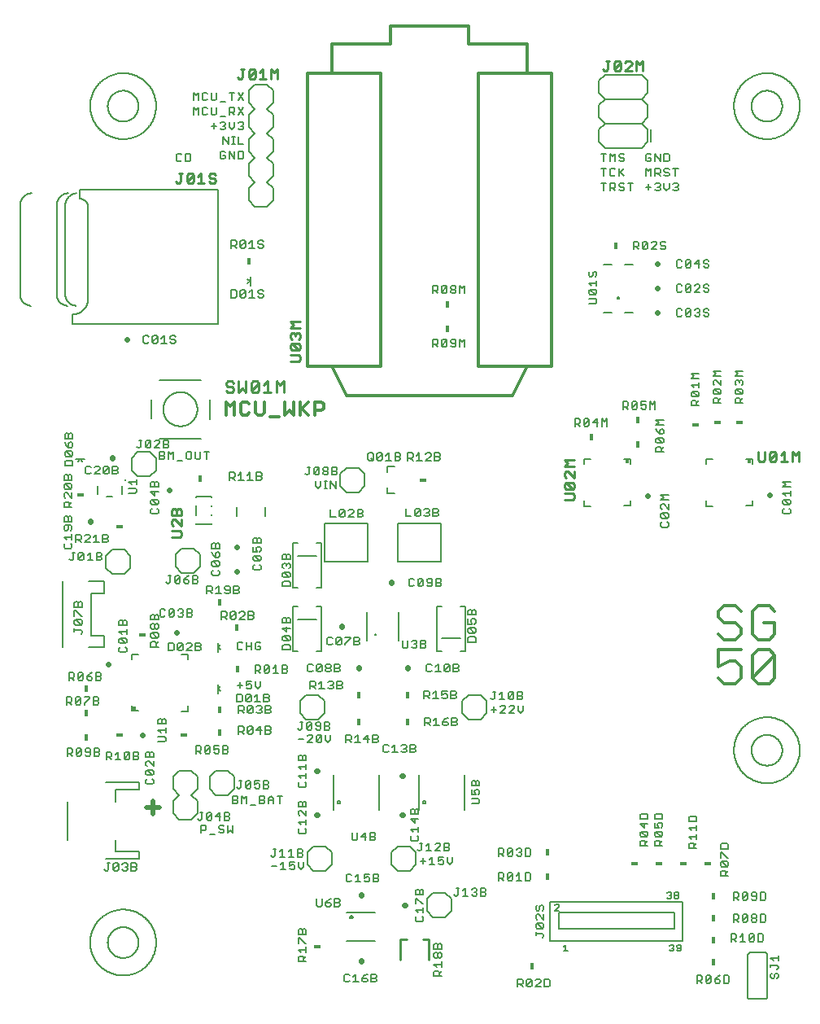
<source format=gto>
G75*
%MOIN*%
%OFA0B0*%
%FSLAX25Y25*%
%IPPOS*%
%LPD*%
%AMOC8*
5,1,8,0,0,1.08239X$1,22.5*
%
%ADD10C,0.00800*%
%ADD11C,0.02000*%
%ADD12C,0.01300*%
%ADD13C,0.01200*%
%ADD14C,0.00500*%
%ADD15C,0.00600*%
%ADD16C,0.02200*%
%ADD17R,0.01800X0.03000*%
%ADD18R,0.03000X0.01800*%
%ADD19C,0.01000*%
%ADD20R,0.01772X0.01673*%
%ADD21C,0.01000*%
%ADD22C,0.01100*%
D10*
X0040792Y0042091D02*
X0040794Y0042249D01*
X0040800Y0042407D01*
X0040810Y0042565D01*
X0040824Y0042723D01*
X0040842Y0042880D01*
X0040863Y0043037D01*
X0040889Y0043193D01*
X0040919Y0043349D01*
X0040952Y0043504D01*
X0040990Y0043657D01*
X0041031Y0043810D01*
X0041076Y0043962D01*
X0041125Y0044113D01*
X0041178Y0044262D01*
X0041234Y0044410D01*
X0041294Y0044556D01*
X0041358Y0044701D01*
X0041426Y0044844D01*
X0041497Y0044986D01*
X0041571Y0045126D01*
X0041649Y0045263D01*
X0041731Y0045399D01*
X0041815Y0045533D01*
X0041904Y0045664D01*
X0041995Y0045793D01*
X0042090Y0045920D01*
X0042187Y0046045D01*
X0042288Y0046167D01*
X0042392Y0046286D01*
X0042499Y0046403D01*
X0042609Y0046517D01*
X0042722Y0046628D01*
X0042837Y0046737D01*
X0042955Y0046842D01*
X0043076Y0046944D01*
X0043199Y0047044D01*
X0043325Y0047140D01*
X0043453Y0047233D01*
X0043583Y0047323D01*
X0043716Y0047409D01*
X0043851Y0047493D01*
X0043987Y0047572D01*
X0044126Y0047649D01*
X0044267Y0047721D01*
X0044409Y0047791D01*
X0044553Y0047856D01*
X0044699Y0047918D01*
X0044846Y0047976D01*
X0044995Y0048031D01*
X0045145Y0048082D01*
X0045296Y0048129D01*
X0045448Y0048172D01*
X0045601Y0048211D01*
X0045756Y0048247D01*
X0045911Y0048278D01*
X0046067Y0048306D01*
X0046223Y0048330D01*
X0046380Y0048350D01*
X0046538Y0048366D01*
X0046695Y0048378D01*
X0046854Y0048386D01*
X0047012Y0048390D01*
X0047170Y0048390D01*
X0047328Y0048386D01*
X0047487Y0048378D01*
X0047644Y0048366D01*
X0047802Y0048350D01*
X0047959Y0048330D01*
X0048115Y0048306D01*
X0048271Y0048278D01*
X0048426Y0048247D01*
X0048581Y0048211D01*
X0048734Y0048172D01*
X0048886Y0048129D01*
X0049037Y0048082D01*
X0049187Y0048031D01*
X0049336Y0047976D01*
X0049483Y0047918D01*
X0049629Y0047856D01*
X0049773Y0047791D01*
X0049915Y0047721D01*
X0050056Y0047649D01*
X0050195Y0047572D01*
X0050331Y0047493D01*
X0050466Y0047409D01*
X0050599Y0047323D01*
X0050729Y0047233D01*
X0050857Y0047140D01*
X0050983Y0047044D01*
X0051106Y0046944D01*
X0051227Y0046842D01*
X0051345Y0046737D01*
X0051460Y0046628D01*
X0051573Y0046517D01*
X0051683Y0046403D01*
X0051790Y0046286D01*
X0051894Y0046167D01*
X0051995Y0046045D01*
X0052092Y0045920D01*
X0052187Y0045793D01*
X0052278Y0045664D01*
X0052367Y0045533D01*
X0052451Y0045399D01*
X0052533Y0045263D01*
X0052611Y0045126D01*
X0052685Y0044986D01*
X0052756Y0044844D01*
X0052824Y0044701D01*
X0052888Y0044556D01*
X0052948Y0044410D01*
X0053004Y0044262D01*
X0053057Y0044113D01*
X0053106Y0043962D01*
X0053151Y0043810D01*
X0053192Y0043657D01*
X0053230Y0043504D01*
X0053263Y0043349D01*
X0053293Y0043193D01*
X0053319Y0043037D01*
X0053340Y0042880D01*
X0053358Y0042723D01*
X0053372Y0042565D01*
X0053382Y0042407D01*
X0053388Y0042249D01*
X0053390Y0042091D01*
X0053388Y0041933D01*
X0053382Y0041775D01*
X0053372Y0041617D01*
X0053358Y0041459D01*
X0053340Y0041302D01*
X0053319Y0041145D01*
X0053293Y0040989D01*
X0053263Y0040833D01*
X0053230Y0040678D01*
X0053192Y0040525D01*
X0053151Y0040372D01*
X0053106Y0040220D01*
X0053057Y0040069D01*
X0053004Y0039920D01*
X0052948Y0039772D01*
X0052888Y0039626D01*
X0052824Y0039481D01*
X0052756Y0039338D01*
X0052685Y0039196D01*
X0052611Y0039056D01*
X0052533Y0038919D01*
X0052451Y0038783D01*
X0052367Y0038649D01*
X0052278Y0038518D01*
X0052187Y0038389D01*
X0052092Y0038262D01*
X0051995Y0038137D01*
X0051894Y0038015D01*
X0051790Y0037896D01*
X0051683Y0037779D01*
X0051573Y0037665D01*
X0051460Y0037554D01*
X0051345Y0037445D01*
X0051227Y0037340D01*
X0051106Y0037238D01*
X0050983Y0037138D01*
X0050857Y0037042D01*
X0050729Y0036949D01*
X0050599Y0036859D01*
X0050466Y0036773D01*
X0050331Y0036689D01*
X0050195Y0036610D01*
X0050056Y0036533D01*
X0049915Y0036461D01*
X0049773Y0036391D01*
X0049629Y0036326D01*
X0049483Y0036264D01*
X0049336Y0036206D01*
X0049187Y0036151D01*
X0049037Y0036100D01*
X0048886Y0036053D01*
X0048734Y0036010D01*
X0048581Y0035971D01*
X0048426Y0035935D01*
X0048271Y0035904D01*
X0048115Y0035876D01*
X0047959Y0035852D01*
X0047802Y0035832D01*
X0047644Y0035816D01*
X0047487Y0035804D01*
X0047328Y0035796D01*
X0047170Y0035792D01*
X0047012Y0035792D01*
X0046854Y0035796D01*
X0046695Y0035804D01*
X0046538Y0035816D01*
X0046380Y0035832D01*
X0046223Y0035852D01*
X0046067Y0035876D01*
X0045911Y0035904D01*
X0045756Y0035935D01*
X0045601Y0035971D01*
X0045448Y0036010D01*
X0045296Y0036053D01*
X0045145Y0036100D01*
X0044995Y0036151D01*
X0044846Y0036206D01*
X0044699Y0036264D01*
X0044553Y0036326D01*
X0044409Y0036391D01*
X0044267Y0036461D01*
X0044126Y0036533D01*
X0043987Y0036610D01*
X0043851Y0036689D01*
X0043716Y0036773D01*
X0043583Y0036859D01*
X0043453Y0036949D01*
X0043325Y0037042D01*
X0043199Y0037138D01*
X0043076Y0037238D01*
X0042955Y0037340D01*
X0042837Y0037445D01*
X0042722Y0037554D01*
X0042609Y0037665D01*
X0042499Y0037779D01*
X0042392Y0037896D01*
X0042288Y0038015D01*
X0042187Y0038137D01*
X0042090Y0038262D01*
X0041995Y0038389D01*
X0041904Y0038518D01*
X0041815Y0038649D01*
X0041731Y0038783D01*
X0041649Y0038919D01*
X0041571Y0039056D01*
X0041497Y0039196D01*
X0041426Y0039338D01*
X0041358Y0039481D01*
X0041294Y0039626D01*
X0041234Y0039772D01*
X0041178Y0039920D01*
X0041125Y0040069D01*
X0041076Y0040220D01*
X0041031Y0040372D01*
X0040990Y0040525D01*
X0040952Y0040678D01*
X0040919Y0040833D01*
X0040889Y0040989D01*
X0040863Y0041145D01*
X0040842Y0041302D01*
X0040824Y0041459D01*
X0040810Y0041617D01*
X0040800Y0041775D01*
X0040794Y0041933D01*
X0040792Y0042091D01*
X0040468Y0071400D02*
X0041001Y0071934D01*
X0041001Y0074603D01*
X0040468Y0074603D02*
X0041535Y0074603D01*
X0043083Y0074069D02*
X0043617Y0074603D01*
X0044685Y0074603D01*
X0045218Y0074069D01*
X0043083Y0071934D01*
X0043617Y0071400D01*
X0044685Y0071400D01*
X0045218Y0071934D01*
X0045218Y0074069D01*
X0046766Y0074069D02*
X0047300Y0074603D01*
X0048368Y0074603D01*
X0048901Y0074069D01*
X0048901Y0073535D01*
X0048368Y0073001D01*
X0048901Y0072468D01*
X0048901Y0071934D01*
X0048368Y0071400D01*
X0047300Y0071400D01*
X0046766Y0071934D01*
X0047834Y0073001D02*
X0048368Y0073001D01*
X0050449Y0073001D02*
X0052051Y0073001D01*
X0052585Y0072468D01*
X0052585Y0071934D01*
X0052051Y0071400D01*
X0050449Y0071400D01*
X0050449Y0074603D01*
X0052051Y0074603D01*
X0052585Y0074069D01*
X0052585Y0073535D01*
X0052051Y0073001D01*
X0053717Y0076252D02*
X0053717Y0079402D01*
X0043874Y0079402D01*
X0043874Y0084126D01*
X0039937Y0076252D02*
X0053717Y0076252D01*
X0043083Y0074069D02*
X0043083Y0071934D01*
X0040468Y0071400D02*
X0039934Y0071400D01*
X0039400Y0071934D01*
X0024189Y0084126D02*
X0024189Y0099874D01*
X0039937Y0107748D02*
X0053717Y0107748D01*
X0053717Y0104598D01*
X0043874Y0104598D01*
X0043874Y0099874D01*
X0056397Y0107434D02*
X0056397Y0108501D01*
X0056931Y0109035D01*
X0056931Y0110583D02*
X0056397Y0111117D01*
X0056397Y0112185D01*
X0056931Y0112718D01*
X0059066Y0110583D01*
X0059600Y0111117D01*
X0059600Y0112185D01*
X0059066Y0112718D01*
X0056931Y0112718D01*
X0056931Y0114266D02*
X0056397Y0114800D01*
X0056397Y0115868D01*
X0056931Y0116401D01*
X0057465Y0116401D01*
X0059600Y0114266D01*
X0059600Y0116401D01*
X0059600Y0117949D02*
X0056397Y0117949D01*
X0056397Y0119551D01*
X0056931Y0120085D01*
X0057465Y0120085D01*
X0057999Y0119551D01*
X0057999Y0117949D01*
X0059600Y0117949D02*
X0059600Y0119551D01*
X0059066Y0120085D01*
X0058532Y0120085D01*
X0057999Y0119551D01*
X0053352Y0119569D02*
X0053352Y0119035D01*
X0052818Y0118501D01*
X0051217Y0118501D01*
X0051217Y0116900D02*
X0051217Y0120103D01*
X0052818Y0120103D01*
X0053352Y0119569D01*
X0052818Y0118501D02*
X0053352Y0117968D01*
X0053352Y0117434D01*
X0052818Y0116900D01*
X0051217Y0116900D01*
X0049669Y0117434D02*
X0049135Y0116900D01*
X0048067Y0116900D01*
X0047534Y0117434D01*
X0049669Y0119569D01*
X0049669Y0117434D01*
X0049669Y0119569D02*
X0049135Y0120103D01*
X0048067Y0120103D01*
X0047534Y0119569D01*
X0047534Y0117434D01*
X0045986Y0116900D02*
X0043851Y0116900D01*
X0044918Y0116900D02*
X0044918Y0120103D01*
X0043851Y0119035D01*
X0042303Y0118501D02*
X0041769Y0117968D01*
X0040167Y0117968D01*
X0041235Y0117968D02*
X0042303Y0116900D01*
X0042303Y0118501D02*
X0042303Y0119569D01*
X0041769Y0120103D01*
X0040167Y0120103D01*
X0040167Y0116900D01*
X0037352Y0118934D02*
X0036818Y0118400D01*
X0035217Y0118400D01*
X0035217Y0121603D01*
X0036818Y0121603D01*
X0037352Y0121069D01*
X0037352Y0120535D01*
X0036818Y0120001D01*
X0035217Y0120001D01*
X0033669Y0120001D02*
X0032067Y0120001D01*
X0031534Y0120535D01*
X0031534Y0121069D01*
X0032067Y0121603D01*
X0033135Y0121603D01*
X0033669Y0121069D01*
X0033669Y0118934D01*
X0033135Y0118400D01*
X0032067Y0118400D01*
X0031534Y0118934D01*
X0029986Y0118934D02*
X0029452Y0118400D01*
X0028384Y0118400D01*
X0027851Y0118934D01*
X0029986Y0121069D01*
X0029986Y0118934D01*
X0029986Y0121069D02*
X0029452Y0121603D01*
X0028384Y0121603D01*
X0027851Y0121069D01*
X0027851Y0118934D01*
X0026303Y0118400D02*
X0025235Y0119468D01*
X0025769Y0119468D02*
X0024167Y0119468D01*
X0024167Y0118400D02*
X0024167Y0121603D01*
X0025769Y0121603D01*
X0026303Y0121069D01*
X0026303Y0120001D01*
X0025769Y0119468D01*
X0036818Y0120001D02*
X0037352Y0119468D01*
X0037352Y0118934D01*
X0056931Y0110583D02*
X0059066Y0110583D01*
X0059066Y0109035D02*
X0059600Y0108501D01*
X0059600Y0107434D01*
X0059066Y0106900D01*
X0056931Y0106900D01*
X0056397Y0107434D01*
X0067500Y0105000D02*
X0070000Y0102500D01*
X0067500Y0100000D01*
X0067500Y0095000D01*
X0070000Y0092500D01*
X0075000Y0092500D01*
X0077500Y0095000D01*
X0077500Y0100000D01*
X0075000Y0102500D01*
X0077500Y0105000D01*
X0077500Y0110000D01*
X0075000Y0112500D01*
X0070000Y0112500D01*
X0067500Y0110000D01*
X0067500Y0105000D01*
X0078668Y0095303D02*
X0079735Y0095303D01*
X0079201Y0095303D02*
X0079201Y0092634D01*
X0078668Y0092100D01*
X0078134Y0092100D01*
X0077600Y0092634D01*
X0078900Y0090103D02*
X0080501Y0090103D01*
X0081035Y0089569D01*
X0081035Y0088501D01*
X0080501Y0087968D01*
X0078900Y0087968D01*
X0078900Y0086900D02*
X0078900Y0090103D01*
X0081283Y0092634D02*
X0083418Y0094769D01*
X0083418Y0092634D01*
X0082885Y0092100D01*
X0081817Y0092100D01*
X0081283Y0092634D01*
X0081283Y0094769D01*
X0081817Y0095303D01*
X0082885Y0095303D01*
X0083418Y0094769D01*
X0084966Y0093701D02*
X0087101Y0093701D01*
X0088649Y0093701D02*
X0090251Y0093701D01*
X0090785Y0093168D01*
X0090785Y0092634D01*
X0090251Y0092100D01*
X0088649Y0092100D01*
X0088649Y0095303D01*
X0090251Y0095303D01*
X0090785Y0094769D01*
X0090785Y0094235D01*
X0090251Y0093701D01*
X0089949Y0090103D02*
X0089949Y0086900D01*
X0091017Y0087968D01*
X0092085Y0086900D01*
X0092085Y0090103D01*
X0088401Y0089569D02*
X0087868Y0090103D01*
X0086800Y0090103D01*
X0086266Y0089569D01*
X0086266Y0089035D01*
X0086800Y0088501D01*
X0087868Y0088501D01*
X0088401Y0087968D01*
X0088401Y0087434D01*
X0087868Y0086900D01*
X0086800Y0086900D01*
X0086266Y0087434D01*
X0084718Y0086366D02*
X0082583Y0086366D01*
X0086568Y0092100D02*
X0086568Y0095303D01*
X0084966Y0093701D01*
X0091900Y0098900D02*
X0093501Y0098900D01*
X0094035Y0099434D01*
X0094035Y0099968D01*
X0093501Y0100501D01*
X0091900Y0100501D01*
X0091900Y0098900D02*
X0091900Y0102103D01*
X0093501Y0102103D01*
X0094035Y0101569D01*
X0094035Y0101035D01*
X0093501Y0100501D01*
X0095583Y0098900D02*
X0095583Y0102103D01*
X0096651Y0101035D01*
X0097718Y0102103D01*
X0097718Y0098900D01*
X0099266Y0098366D02*
X0101401Y0098366D01*
X0102949Y0098900D02*
X0104551Y0098900D01*
X0105085Y0099434D01*
X0105085Y0099968D01*
X0104551Y0100501D01*
X0102949Y0100501D01*
X0102949Y0098900D02*
X0102949Y0102103D01*
X0104551Y0102103D01*
X0105085Y0101569D01*
X0105085Y0101035D01*
X0104551Y0100501D01*
X0106633Y0100501D02*
X0108768Y0100501D01*
X0108768Y0101035D02*
X0108768Y0098900D01*
X0108768Y0101035D02*
X0107700Y0102103D01*
X0106633Y0101035D01*
X0106633Y0098900D01*
X0111383Y0098900D02*
X0111383Y0102103D01*
X0110316Y0102103D02*
X0112451Y0102103D01*
X0106785Y0105634D02*
X0106251Y0105100D01*
X0104649Y0105100D01*
X0104649Y0108303D01*
X0106251Y0108303D01*
X0106785Y0107769D01*
X0106785Y0107235D01*
X0106251Y0106701D01*
X0104649Y0106701D01*
X0103101Y0106701D02*
X0103101Y0105634D01*
X0102568Y0105100D01*
X0101500Y0105100D01*
X0100966Y0105634D01*
X0100966Y0106701D02*
X0102034Y0107235D01*
X0102568Y0107235D01*
X0103101Y0106701D01*
X0103101Y0108303D02*
X0100966Y0108303D01*
X0100966Y0106701D01*
X0099418Y0105634D02*
X0098885Y0105100D01*
X0097817Y0105100D01*
X0097283Y0105634D01*
X0099418Y0107769D01*
X0099418Y0105634D01*
X0097283Y0105634D02*
X0097283Y0107769D01*
X0097817Y0108303D01*
X0098885Y0108303D01*
X0099418Y0107769D01*
X0095735Y0108303D02*
X0094668Y0108303D01*
X0095201Y0108303D02*
X0095201Y0105634D01*
X0094668Y0105100D01*
X0094134Y0105100D01*
X0093600Y0105634D01*
X0092500Y0105000D02*
X0092500Y0110000D01*
X0090000Y0112500D01*
X0085000Y0112500D01*
X0082500Y0110000D01*
X0082500Y0105000D01*
X0085000Y0102500D01*
X0090000Y0102500D01*
X0092500Y0105000D01*
X0106251Y0106701D02*
X0106785Y0106168D01*
X0106785Y0105634D01*
X0118897Y0106201D02*
X0119431Y0105667D01*
X0121566Y0105667D01*
X0122100Y0106201D01*
X0122100Y0107269D01*
X0121566Y0107803D01*
X0122100Y0109351D02*
X0122100Y0111486D01*
X0122100Y0110418D02*
X0118897Y0110418D01*
X0119965Y0109351D01*
X0119431Y0107803D02*
X0118897Y0107269D01*
X0118897Y0106201D01*
X0119431Y0099852D02*
X0119965Y0099852D01*
X0120499Y0099318D01*
X0120499Y0097717D01*
X0122100Y0097717D02*
X0122100Y0099318D01*
X0121566Y0099852D01*
X0121032Y0099852D01*
X0120499Y0099318D01*
X0119431Y0099852D02*
X0118897Y0099318D01*
X0118897Y0097717D01*
X0122100Y0097717D01*
X0122100Y0096169D02*
X0122100Y0094034D01*
X0119965Y0096169D01*
X0119431Y0096169D01*
X0118897Y0095635D01*
X0118897Y0094567D01*
X0119431Y0094034D01*
X0118897Y0091418D02*
X0122100Y0091418D01*
X0122100Y0090351D02*
X0122100Y0092486D01*
X0119965Y0090351D02*
X0118897Y0091418D01*
X0119431Y0088803D02*
X0118897Y0088269D01*
X0118897Y0087201D01*
X0119431Y0086667D01*
X0121566Y0086667D01*
X0122100Y0087201D01*
X0122100Y0088269D01*
X0121566Y0088803D01*
X0125000Y0081500D02*
X0122500Y0079000D01*
X0122500Y0074000D01*
X0125000Y0071500D01*
X0130000Y0071500D01*
X0132500Y0074000D01*
X0132500Y0079000D01*
X0130000Y0081500D01*
X0125000Y0081500D01*
X0120785Y0079769D02*
X0120785Y0079235D01*
X0120251Y0078701D01*
X0118649Y0078701D01*
X0118649Y0077100D02*
X0118649Y0080303D01*
X0120251Y0080303D01*
X0120785Y0079769D01*
X0120251Y0078701D02*
X0120785Y0078168D01*
X0120785Y0077634D01*
X0120251Y0077100D01*
X0118649Y0077100D01*
X0117101Y0077100D02*
X0114966Y0077100D01*
X0116034Y0077100D02*
X0116034Y0080303D01*
X0114966Y0079235D01*
X0113418Y0077100D02*
X0111283Y0077100D01*
X0112351Y0077100D02*
X0112351Y0080303D01*
X0111283Y0079235D01*
X0109735Y0080303D02*
X0108668Y0080303D01*
X0109201Y0080303D02*
X0109201Y0077634D01*
X0108668Y0077100D01*
X0108134Y0077100D01*
X0107600Y0077634D01*
X0107900Y0073501D02*
X0110035Y0073501D01*
X0111583Y0074035D02*
X0112651Y0075103D01*
X0112651Y0071900D01*
X0113718Y0071900D02*
X0111583Y0071900D01*
X0115266Y0072434D02*
X0115800Y0071900D01*
X0116868Y0071900D01*
X0117401Y0072434D01*
X0117401Y0073501D01*
X0116868Y0074035D01*
X0116334Y0074035D01*
X0115266Y0073501D01*
X0115266Y0075103D01*
X0117401Y0075103D01*
X0118949Y0075103D02*
X0118949Y0072968D01*
X0120017Y0071900D01*
X0121085Y0072968D01*
X0121085Y0075103D01*
X0126357Y0060071D02*
X0126357Y0057402D01*
X0126890Y0056869D01*
X0127958Y0056869D01*
X0128492Y0057402D01*
X0128492Y0060071D01*
X0130040Y0058470D02*
X0131641Y0058470D01*
X0132175Y0057936D01*
X0132175Y0057402D01*
X0131641Y0056869D01*
X0130574Y0056869D01*
X0130040Y0057402D01*
X0130040Y0058470D01*
X0131107Y0059537D01*
X0132175Y0060071D01*
X0133723Y0060071D02*
X0135324Y0060071D01*
X0135858Y0059537D01*
X0135858Y0059004D01*
X0135324Y0058470D01*
X0133723Y0058470D01*
X0133723Y0056869D02*
X0133723Y0060071D01*
X0135324Y0058470D02*
X0135858Y0057936D01*
X0135858Y0057402D01*
X0135324Y0056869D01*
X0133723Y0056869D01*
X0138594Y0054406D02*
X0150406Y0054406D01*
X0140035Y0052450D02*
X0140037Y0052497D01*
X0140043Y0052544D01*
X0140053Y0052591D01*
X0140066Y0052636D01*
X0140084Y0052680D01*
X0140105Y0052722D01*
X0140129Y0052763D01*
X0140157Y0052801D01*
X0140188Y0052837D01*
X0140222Y0052870D01*
X0140258Y0052900D01*
X0140297Y0052927D01*
X0140338Y0052951D01*
X0140381Y0052971D01*
X0140425Y0052987D01*
X0140471Y0053000D01*
X0140517Y0053009D01*
X0140565Y0053014D01*
X0140612Y0053015D01*
X0140659Y0053012D01*
X0140706Y0053005D01*
X0140752Y0052994D01*
X0140797Y0052980D01*
X0140841Y0052961D01*
X0140882Y0052939D01*
X0140922Y0052914D01*
X0140960Y0052885D01*
X0140995Y0052854D01*
X0141028Y0052819D01*
X0141057Y0052782D01*
X0141083Y0052743D01*
X0141106Y0052701D01*
X0141125Y0052658D01*
X0141141Y0052613D01*
X0141153Y0052567D01*
X0141161Y0052521D01*
X0141165Y0052474D01*
X0141165Y0052426D01*
X0141161Y0052379D01*
X0141153Y0052333D01*
X0141141Y0052287D01*
X0141125Y0052242D01*
X0141106Y0052199D01*
X0141083Y0052157D01*
X0141057Y0052118D01*
X0141028Y0052081D01*
X0140995Y0052046D01*
X0140960Y0052015D01*
X0140922Y0051986D01*
X0140883Y0051961D01*
X0140841Y0051939D01*
X0140797Y0051920D01*
X0140752Y0051906D01*
X0140706Y0051895D01*
X0140659Y0051888D01*
X0140612Y0051885D01*
X0140565Y0051886D01*
X0140517Y0051891D01*
X0140471Y0051900D01*
X0140425Y0051913D01*
X0140381Y0051929D01*
X0140338Y0051949D01*
X0140297Y0051973D01*
X0140258Y0052000D01*
X0140222Y0052030D01*
X0140188Y0052063D01*
X0140157Y0052099D01*
X0140129Y0052137D01*
X0140105Y0052178D01*
X0140084Y0052220D01*
X0140066Y0052264D01*
X0140053Y0052309D01*
X0140043Y0052356D01*
X0140037Y0052403D01*
X0140035Y0052450D01*
X0138594Y0042594D02*
X0150406Y0042594D01*
X0150318Y0029103D02*
X0148717Y0029103D01*
X0148717Y0025900D01*
X0150318Y0025900D01*
X0150852Y0026434D01*
X0150852Y0026968D01*
X0150318Y0027501D01*
X0148717Y0027501D01*
X0150318Y0027501D02*
X0150852Y0028035D01*
X0150852Y0028569D01*
X0150318Y0029103D01*
X0147169Y0029103D02*
X0146101Y0028569D01*
X0145034Y0027501D01*
X0146635Y0027501D01*
X0147169Y0026968D01*
X0147169Y0026434D01*
X0146635Y0025900D01*
X0145567Y0025900D01*
X0145034Y0026434D01*
X0145034Y0027501D01*
X0143486Y0025900D02*
X0141351Y0025900D01*
X0142418Y0025900D02*
X0142418Y0029103D01*
X0141351Y0028035D01*
X0139803Y0028569D02*
X0139269Y0029103D01*
X0138201Y0029103D01*
X0137667Y0028569D01*
X0137667Y0026434D01*
X0138201Y0025900D01*
X0139269Y0025900D01*
X0139803Y0026434D01*
X0122100Y0034400D02*
X0118897Y0034400D01*
X0118897Y0036001D01*
X0119431Y0036535D01*
X0120499Y0036535D01*
X0121032Y0036001D01*
X0121032Y0034400D01*
X0121032Y0035468D02*
X0122100Y0036535D01*
X0122100Y0038083D02*
X0122100Y0040218D01*
X0122100Y0039151D02*
X0118897Y0039151D01*
X0119965Y0038083D01*
X0118897Y0041766D02*
X0118897Y0043901D01*
X0119431Y0043901D01*
X0121566Y0041766D01*
X0122100Y0041766D01*
X0122100Y0045449D02*
X0122100Y0047051D01*
X0121566Y0047585D01*
X0121032Y0047585D01*
X0120499Y0047051D01*
X0120499Y0045449D01*
X0122100Y0045449D02*
X0118897Y0045449D01*
X0118897Y0047051D01*
X0119431Y0047585D01*
X0119965Y0047585D01*
X0120499Y0047051D01*
X0139034Y0066900D02*
X0140101Y0066900D01*
X0140635Y0067434D01*
X0142183Y0066900D02*
X0144318Y0066900D01*
X0143251Y0066900D02*
X0143251Y0070103D01*
X0142183Y0069035D01*
X0140635Y0069569D02*
X0140101Y0070103D01*
X0139034Y0070103D01*
X0138500Y0069569D01*
X0138500Y0067434D01*
X0139034Y0066900D01*
X0145866Y0067434D02*
X0146400Y0066900D01*
X0147468Y0066900D01*
X0148001Y0067434D01*
X0148001Y0068501D01*
X0147468Y0069035D01*
X0146934Y0069035D01*
X0145866Y0068501D01*
X0145866Y0070103D01*
X0148001Y0070103D01*
X0149549Y0070103D02*
X0149549Y0066900D01*
X0151151Y0066900D01*
X0151685Y0067434D01*
X0151685Y0067968D01*
X0151151Y0068501D01*
X0149549Y0068501D01*
X0149549Y0070103D02*
X0151151Y0070103D01*
X0151685Y0069569D01*
X0151685Y0069035D01*
X0151151Y0068501D01*
X0157000Y0074000D02*
X0159500Y0071500D01*
X0164500Y0071500D01*
X0167000Y0074000D01*
X0167000Y0079000D01*
X0164500Y0081500D01*
X0159500Y0081500D01*
X0157000Y0079000D01*
X0157000Y0074000D01*
X0149868Y0083900D02*
X0148266Y0083900D01*
X0148266Y0087103D01*
X0149868Y0087103D01*
X0150401Y0086569D01*
X0150401Y0086035D01*
X0149868Y0085501D01*
X0148266Y0085501D01*
X0146718Y0085501D02*
X0144583Y0085501D01*
X0146185Y0087103D01*
X0146185Y0083900D01*
X0143035Y0084434D02*
X0143035Y0087103D01*
X0140900Y0087103D02*
X0140900Y0084434D01*
X0141434Y0083900D01*
X0142501Y0083900D01*
X0143035Y0084434D01*
X0149868Y0083900D02*
X0150401Y0084434D01*
X0150401Y0084968D01*
X0149868Y0085501D01*
X0164897Y0085269D02*
X0164897Y0084201D01*
X0165431Y0083667D01*
X0167566Y0083667D01*
X0168100Y0084201D01*
X0168100Y0085269D01*
X0167566Y0085803D01*
X0168100Y0087351D02*
X0168100Y0089486D01*
X0168100Y0088418D02*
X0164897Y0088418D01*
X0165965Y0087351D01*
X0165431Y0085803D02*
X0164897Y0085269D01*
X0168668Y0082803D02*
X0169735Y0082803D01*
X0169201Y0082803D02*
X0169201Y0080134D01*
X0168668Y0079600D01*
X0168134Y0079600D01*
X0167600Y0080134D01*
X0171283Y0079600D02*
X0173418Y0079600D01*
X0172351Y0079600D02*
X0172351Y0082803D01*
X0171283Y0081735D01*
X0174966Y0082269D02*
X0175500Y0082803D01*
X0176568Y0082803D01*
X0177101Y0082269D01*
X0177101Y0081735D01*
X0174966Y0079600D01*
X0177101Y0079600D01*
X0178649Y0079600D02*
X0180251Y0079600D01*
X0180785Y0080134D01*
X0180785Y0080668D01*
X0180251Y0081201D01*
X0178649Y0081201D01*
X0178649Y0079600D02*
X0178649Y0082803D01*
X0180251Y0082803D01*
X0180785Y0082269D01*
X0180785Y0081735D01*
X0180251Y0081201D01*
X0179949Y0077103D02*
X0179949Y0074968D01*
X0181017Y0073900D01*
X0182085Y0074968D01*
X0182085Y0077103D01*
X0178401Y0077103D02*
X0176266Y0077103D01*
X0176266Y0075501D01*
X0177334Y0076035D01*
X0177868Y0076035D01*
X0178401Y0075501D01*
X0178401Y0074434D01*
X0177868Y0073900D01*
X0176800Y0073900D01*
X0176266Y0074434D01*
X0174718Y0073900D02*
X0172583Y0073900D01*
X0173651Y0073900D02*
X0173651Y0077103D01*
X0172583Y0076035D01*
X0171035Y0075501D02*
X0168900Y0075501D01*
X0169968Y0074434D02*
X0169968Y0076569D01*
X0169566Y0063852D02*
X0170100Y0063318D01*
X0170100Y0061717D01*
X0166897Y0061717D01*
X0166897Y0063318D01*
X0167431Y0063852D01*
X0167965Y0063852D01*
X0168499Y0063318D01*
X0168499Y0061717D01*
X0168499Y0063318D02*
X0169032Y0063852D01*
X0169566Y0063852D01*
X0167431Y0060169D02*
X0169566Y0058034D01*
X0170100Y0058034D01*
X0170100Y0056486D02*
X0170100Y0054351D01*
X0170100Y0055418D02*
X0166897Y0055418D01*
X0167965Y0054351D01*
X0167431Y0052803D02*
X0166897Y0052269D01*
X0166897Y0051201D01*
X0167431Y0050667D01*
X0169566Y0050667D01*
X0170100Y0051201D01*
X0170100Y0052269D01*
X0169566Y0052803D01*
X0171500Y0055000D02*
X0171500Y0060000D01*
X0174000Y0062500D01*
X0179000Y0062500D01*
X0181500Y0060000D01*
X0181500Y0055000D01*
X0179000Y0052500D01*
X0174000Y0052500D01*
X0171500Y0055000D01*
X0166897Y0058034D02*
X0166897Y0060169D01*
X0167431Y0060169D01*
X0182600Y0061634D02*
X0183134Y0061100D01*
X0183668Y0061100D01*
X0184201Y0061634D01*
X0184201Y0064303D01*
X0183668Y0064303D02*
X0184735Y0064303D01*
X0186283Y0063235D02*
X0187351Y0064303D01*
X0187351Y0061100D01*
X0188418Y0061100D02*
X0186283Y0061100D01*
X0189966Y0061634D02*
X0190500Y0061100D01*
X0191568Y0061100D01*
X0192101Y0061634D01*
X0192101Y0062168D01*
X0191568Y0062701D01*
X0191034Y0062701D01*
X0191568Y0062701D02*
X0192101Y0063235D01*
X0192101Y0063769D01*
X0191568Y0064303D01*
X0190500Y0064303D01*
X0189966Y0063769D01*
X0193649Y0064303D02*
X0195251Y0064303D01*
X0195785Y0063769D01*
X0195785Y0063235D01*
X0195251Y0062701D01*
X0193649Y0062701D01*
X0193649Y0061100D02*
X0195251Y0061100D01*
X0195785Y0061634D01*
X0195785Y0062168D01*
X0195251Y0062701D01*
X0193649Y0061100D02*
X0193649Y0064303D01*
X0200900Y0067400D02*
X0200900Y0070603D01*
X0202501Y0070603D01*
X0203035Y0070069D01*
X0203035Y0069001D01*
X0202501Y0068468D01*
X0200900Y0068468D01*
X0201968Y0068468D02*
X0203035Y0067400D01*
X0204583Y0067934D02*
X0206718Y0070069D01*
X0206718Y0067934D01*
X0206185Y0067400D01*
X0205117Y0067400D01*
X0204583Y0067934D01*
X0204583Y0070069D01*
X0205117Y0070603D01*
X0206185Y0070603D01*
X0206718Y0070069D01*
X0208266Y0069535D02*
X0209334Y0070603D01*
X0209334Y0067400D01*
X0210401Y0067400D02*
X0208266Y0067400D01*
X0211949Y0067400D02*
X0211949Y0070603D01*
X0213551Y0070603D01*
X0214085Y0070069D01*
X0214085Y0067934D01*
X0213551Y0067400D01*
X0211949Y0067400D01*
X0211949Y0077400D02*
X0213551Y0077400D01*
X0214085Y0077934D01*
X0214085Y0080069D01*
X0213551Y0080603D01*
X0211949Y0080603D01*
X0211949Y0077400D01*
X0210401Y0077934D02*
X0209868Y0077400D01*
X0208800Y0077400D01*
X0208266Y0077934D01*
X0209334Y0079001D02*
X0209868Y0079001D01*
X0210401Y0078468D01*
X0210401Y0077934D01*
X0209868Y0079001D02*
X0210401Y0079535D01*
X0210401Y0080069D01*
X0209868Y0080603D01*
X0208800Y0080603D01*
X0208266Y0080069D01*
X0206718Y0080069D02*
X0204583Y0077934D01*
X0205117Y0077400D01*
X0206185Y0077400D01*
X0206718Y0077934D01*
X0206718Y0080069D01*
X0206185Y0080603D01*
X0205117Y0080603D01*
X0204583Y0080069D01*
X0204583Y0077934D01*
X0203035Y0077400D02*
X0201968Y0078468D01*
X0202501Y0078468D02*
X0200900Y0078468D01*
X0200900Y0077400D02*
X0200900Y0080603D01*
X0202501Y0080603D01*
X0203035Y0080069D01*
X0203035Y0079001D01*
X0202501Y0078468D01*
X0192566Y0098900D02*
X0193100Y0099434D01*
X0193100Y0100501D01*
X0192566Y0101035D01*
X0189897Y0101035D01*
X0189897Y0102583D02*
X0191499Y0102583D01*
X0190965Y0103651D01*
X0190965Y0104185D01*
X0191499Y0104718D01*
X0192566Y0104718D01*
X0193100Y0104185D01*
X0193100Y0103117D01*
X0192566Y0102583D01*
X0189897Y0102583D02*
X0189897Y0104718D01*
X0189897Y0106266D02*
X0189897Y0107868D01*
X0190431Y0108401D01*
X0190965Y0108401D01*
X0191499Y0107868D01*
X0191499Y0106266D01*
X0193100Y0106266D02*
X0189897Y0106266D01*
X0191499Y0107868D02*
X0192032Y0108401D01*
X0192566Y0108401D01*
X0193100Y0107868D01*
X0193100Y0106266D01*
X0192566Y0098900D02*
X0189897Y0098900D01*
X0169835Y0099600D02*
X0169837Y0099647D01*
X0169843Y0099694D01*
X0169853Y0099741D01*
X0169866Y0099786D01*
X0169884Y0099830D01*
X0169905Y0099872D01*
X0169929Y0099913D01*
X0169957Y0099951D01*
X0169988Y0099987D01*
X0170022Y0100020D01*
X0170058Y0100050D01*
X0170097Y0100077D01*
X0170138Y0100101D01*
X0170181Y0100121D01*
X0170225Y0100137D01*
X0170271Y0100150D01*
X0170317Y0100159D01*
X0170365Y0100164D01*
X0170412Y0100165D01*
X0170459Y0100162D01*
X0170506Y0100155D01*
X0170552Y0100144D01*
X0170597Y0100130D01*
X0170641Y0100111D01*
X0170682Y0100089D01*
X0170722Y0100064D01*
X0170760Y0100035D01*
X0170795Y0100004D01*
X0170828Y0099969D01*
X0170857Y0099932D01*
X0170883Y0099893D01*
X0170906Y0099851D01*
X0170925Y0099808D01*
X0170941Y0099763D01*
X0170953Y0099717D01*
X0170961Y0099671D01*
X0170965Y0099624D01*
X0170965Y0099576D01*
X0170961Y0099529D01*
X0170953Y0099483D01*
X0170941Y0099437D01*
X0170925Y0099392D01*
X0170906Y0099349D01*
X0170883Y0099307D01*
X0170857Y0099268D01*
X0170828Y0099231D01*
X0170795Y0099196D01*
X0170760Y0099165D01*
X0170722Y0099136D01*
X0170683Y0099111D01*
X0170641Y0099089D01*
X0170597Y0099070D01*
X0170552Y0099056D01*
X0170506Y0099045D01*
X0170459Y0099038D01*
X0170412Y0099035D01*
X0170365Y0099036D01*
X0170317Y0099041D01*
X0170271Y0099050D01*
X0170225Y0099063D01*
X0170181Y0099079D01*
X0170138Y0099099D01*
X0170097Y0099123D01*
X0170058Y0099150D01*
X0170022Y0099180D01*
X0169988Y0099213D01*
X0169957Y0099249D01*
X0169929Y0099287D01*
X0169905Y0099328D01*
X0169884Y0099370D01*
X0169866Y0099414D01*
X0169853Y0099459D01*
X0169843Y0099506D01*
X0169837Y0099553D01*
X0169835Y0099600D01*
X0167566Y0096852D02*
X0168100Y0096318D01*
X0168100Y0094717D01*
X0164897Y0094717D01*
X0164897Y0096318D01*
X0165431Y0096852D01*
X0165965Y0096852D01*
X0166499Y0096318D01*
X0166499Y0094717D01*
X0166499Y0093169D02*
X0166499Y0091034D01*
X0164897Y0092635D01*
X0168100Y0092635D01*
X0166499Y0096318D02*
X0167032Y0096852D01*
X0167566Y0096852D01*
X0166318Y0119900D02*
X0164717Y0119900D01*
X0164717Y0123103D01*
X0166318Y0123103D01*
X0166852Y0122569D01*
X0166852Y0122035D01*
X0166318Y0121501D01*
X0164717Y0121501D01*
X0166318Y0121501D02*
X0166852Y0120968D01*
X0166852Y0120434D01*
X0166318Y0119900D01*
X0163169Y0120434D02*
X0162635Y0119900D01*
X0161567Y0119900D01*
X0161034Y0120434D01*
X0162101Y0121501D02*
X0162635Y0121501D01*
X0163169Y0120968D01*
X0163169Y0120434D01*
X0162635Y0121501D02*
X0163169Y0122035D01*
X0163169Y0122569D01*
X0162635Y0123103D01*
X0161567Y0123103D01*
X0161034Y0122569D01*
X0158418Y0123103D02*
X0158418Y0119900D01*
X0157351Y0119900D02*
X0159486Y0119900D01*
X0157351Y0122035D02*
X0158418Y0123103D01*
X0155803Y0122569D02*
X0155269Y0123103D01*
X0154201Y0123103D01*
X0153667Y0122569D01*
X0153667Y0120434D01*
X0154201Y0119900D01*
X0155269Y0119900D01*
X0155803Y0120434D01*
X0151585Y0124434D02*
X0151051Y0123900D01*
X0149449Y0123900D01*
X0149449Y0127103D01*
X0151051Y0127103D01*
X0151585Y0126569D01*
X0151585Y0126035D01*
X0151051Y0125501D01*
X0149449Y0125501D01*
X0147901Y0125501D02*
X0145766Y0125501D01*
X0147368Y0127103D01*
X0147368Y0123900D01*
X0144218Y0123900D02*
X0142083Y0123900D01*
X0143151Y0123900D02*
X0143151Y0127103D01*
X0142083Y0126035D01*
X0140535Y0126569D02*
X0140535Y0125501D01*
X0140001Y0124968D01*
X0138400Y0124968D01*
X0139468Y0124968D02*
X0140535Y0123900D01*
X0138400Y0123900D02*
X0138400Y0127103D01*
X0140001Y0127103D01*
X0140535Y0126569D01*
X0132085Y0127103D02*
X0132085Y0124968D01*
X0131017Y0123900D01*
X0129949Y0124968D01*
X0129949Y0127103D01*
X0128401Y0126569D02*
X0126266Y0124434D01*
X0126800Y0123900D01*
X0127868Y0123900D01*
X0128401Y0124434D01*
X0128401Y0126569D01*
X0127868Y0127103D01*
X0126800Y0127103D01*
X0126266Y0126569D01*
X0126266Y0124434D01*
X0124718Y0123900D02*
X0122583Y0123900D01*
X0124718Y0126035D01*
X0124718Y0126569D01*
X0124185Y0127103D01*
X0123117Y0127103D01*
X0122583Y0126569D01*
X0121035Y0125501D02*
X0118900Y0125501D01*
X0119134Y0129100D02*
X0119668Y0129100D01*
X0120201Y0129634D01*
X0120201Y0132303D01*
X0119668Y0132303D02*
X0120735Y0132303D01*
X0122283Y0131769D02*
X0122817Y0132303D01*
X0123885Y0132303D01*
X0124418Y0131769D01*
X0122283Y0129634D01*
X0122817Y0129100D01*
X0123885Y0129100D01*
X0124418Y0129634D01*
X0124418Y0131769D01*
X0125966Y0131769D02*
X0125966Y0131235D01*
X0126500Y0130701D01*
X0128101Y0130701D01*
X0128101Y0129634D02*
X0128101Y0131769D01*
X0127568Y0132303D01*
X0126500Y0132303D01*
X0125966Y0131769D01*
X0127000Y0133500D02*
X0122000Y0133500D01*
X0119500Y0136000D01*
X0119500Y0141000D01*
X0122000Y0143500D01*
X0127000Y0143500D01*
X0129500Y0141000D01*
X0129500Y0136000D01*
X0127000Y0133500D01*
X0129649Y0132303D02*
X0129649Y0129100D01*
X0131251Y0129100D01*
X0131785Y0129634D01*
X0131785Y0130168D01*
X0131251Y0130701D01*
X0129649Y0130701D01*
X0129649Y0132303D02*
X0131251Y0132303D01*
X0131785Y0131769D01*
X0131785Y0131235D01*
X0131251Y0130701D01*
X0128101Y0129634D02*
X0127568Y0129100D01*
X0126500Y0129100D01*
X0125966Y0129634D01*
X0122283Y0129634D02*
X0122283Y0131769D01*
X0119134Y0129100D02*
X0118600Y0129634D01*
X0119431Y0118852D02*
X0119965Y0118852D01*
X0120499Y0118318D01*
X0120499Y0116717D01*
X0122100Y0116717D02*
X0122100Y0118318D01*
X0121566Y0118852D01*
X0121032Y0118852D01*
X0120499Y0118318D01*
X0119431Y0118852D02*
X0118897Y0118318D01*
X0118897Y0116717D01*
X0122100Y0116717D01*
X0122100Y0115169D02*
X0122100Y0113034D01*
X0122100Y0114101D02*
X0118897Y0114101D01*
X0119965Y0113034D01*
X0107051Y0127400D02*
X0105449Y0127400D01*
X0105449Y0130603D01*
X0107051Y0130603D01*
X0107585Y0130069D01*
X0107585Y0129535D01*
X0107051Y0129001D01*
X0105449Y0129001D01*
X0103901Y0129001D02*
X0101766Y0129001D01*
X0103368Y0130603D01*
X0103368Y0127400D01*
X0100218Y0127934D02*
X0100218Y0130069D01*
X0098083Y0127934D01*
X0098617Y0127400D01*
X0099685Y0127400D01*
X0100218Y0127934D01*
X0098083Y0127934D02*
X0098083Y0130069D01*
X0098617Y0130603D01*
X0099685Y0130603D01*
X0100218Y0130069D01*
X0096535Y0130069D02*
X0096535Y0129001D01*
X0096001Y0128468D01*
X0094400Y0128468D01*
X0095468Y0128468D02*
X0096535Y0127400D01*
X0094400Y0127400D02*
X0094400Y0130603D01*
X0096001Y0130603D01*
X0096535Y0130069D01*
X0096535Y0135900D02*
X0095468Y0136968D01*
X0096001Y0136968D02*
X0094400Y0136968D01*
X0094400Y0135900D02*
X0094400Y0139103D01*
X0096001Y0139103D01*
X0096535Y0138569D01*
X0096535Y0137501D01*
X0096001Y0136968D01*
X0098083Y0136434D02*
X0100218Y0138569D01*
X0100218Y0136434D01*
X0099685Y0135900D01*
X0098617Y0135900D01*
X0098083Y0136434D01*
X0098083Y0138569D01*
X0098617Y0139103D01*
X0099685Y0139103D01*
X0100218Y0138569D01*
X0101766Y0138569D02*
X0102300Y0139103D01*
X0103368Y0139103D01*
X0103901Y0138569D01*
X0103901Y0138035D01*
X0103368Y0137501D01*
X0103901Y0136968D01*
X0103901Y0136434D01*
X0103368Y0135900D01*
X0102300Y0135900D01*
X0101766Y0136434D01*
X0102834Y0137501D02*
X0103368Y0137501D01*
X0105449Y0137501D02*
X0107051Y0137501D01*
X0107585Y0136968D01*
X0107585Y0136434D01*
X0107051Y0135900D01*
X0105449Y0135900D01*
X0105449Y0139103D01*
X0107051Y0139103D01*
X0107585Y0138569D01*
X0107585Y0138035D01*
X0107051Y0137501D01*
X0106318Y0140650D02*
X0104717Y0140650D01*
X0104717Y0143853D01*
X0106318Y0143853D01*
X0106852Y0143319D01*
X0106852Y0142785D01*
X0106318Y0142251D01*
X0104717Y0142251D01*
X0106318Y0142251D02*
X0106852Y0141718D01*
X0106852Y0141184D01*
X0106318Y0140650D01*
X0103169Y0140650D02*
X0101034Y0140650D01*
X0102101Y0140650D02*
X0102101Y0143853D01*
X0101034Y0142785D01*
X0099486Y0143319D02*
X0097351Y0141184D01*
X0097884Y0140650D01*
X0098952Y0140650D01*
X0099486Y0141184D01*
X0099486Y0143319D01*
X0098952Y0143853D01*
X0097884Y0143853D01*
X0097351Y0143319D01*
X0097351Y0141184D01*
X0095803Y0141184D02*
X0095803Y0143319D01*
X0095269Y0143853D01*
X0093667Y0143853D01*
X0093667Y0140650D01*
X0095269Y0140650D01*
X0095803Y0141184D01*
X0098117Y0145900D02*
X0097583Y0146434D01*
X0098117Y0145900D02*
X0099185Y0145900D01*
X0099718Y0146434D01*
X0099718Y0147501D01*
X0099185Y0148035D01*
X0098651Y0148035D01*
X0097583Y0147501D01*
X0097583Y0149103D01*
X0099718Y0149103D01*
X0101266Y0149103D02*
X0101266Y0146968D01*
X0102334Y0145900D01*
X0103401Y0146968D01*
X0103401Y0149103D01*
X0103303Y0152400D02*
X0102235Y0153468D01*
X0102769Y0153468D02*
X0101167Y0153468D01*
X0101167Y0152400D02*
X0101167Y0155603D01*
X0102769Y0155603D01*
X0103303Y0155069D01*
X0103303Y0154001D01*
X0102769Y0153468D01*
X0104851Y0152934D02*
X0106986Y0155069D01*
X0106986Y0152934D01*
X0106452Y0152400D01*
X0105384Y0152400D01*
X0104851Y0152934D01*
X0104851Y0155069D01*
X0105384Y0155603D01*
X0106452Y0155603D01*
X0106986Y0155069D01*
X0108534Y0154535D02*
X0109601Y0155603D01*
X0109601Y0152400D01*
X0108534Y0152400D02*
X0110669Y0152400D01*
X0112217Y0152400D02*
X0113818Y0152400D01*
X0114352Y0152934D01*
X0114352Y0153468D01*
X0113818Y0154001D01*
X0112217Y0154001D01*
X0112217Y0152400D02*
X0112217Y0155603D01*
X0113818Y0155603D01*
X0114352Y0155069D01*
X0114352Y0154535D01*
X0113818Y0154001D01*
X0116791Y0161445D02*
X0116791Y0179555D01*
X0118563Y0179555D01*
X0118563Y0174437D02*
X0126437Y0174437D01*
X0126437Y0179555D02*
X0128209Y0179555D01*
X0128209Y0161445D01*
X0126437Y0161445D01*
X0130667Y0164434D02*
X0130667Y0166569D01*
X0131201Y0167103D01*
X0132269Y0167103D01*
X0132803Y0166569D01*
X0134351Y0166569D02*
X0134884Y0167103D01*
X0135952Y0167103D01*
X0136486Y0166569D01*
X0134351Y0164434D01*
X0134884Y0163900D01*
X0135952Y0163900D01*
X0136486Y0164434D01*
X0136486Y0166569D01*
X0138034Y0167103D02*
X0140169Y0167103D01*
X0140169Y0166569D01*
X0138034Y0164434D01*
X0138034Y0163900D01*
X0141717Y0163900D02*
X0141717Y0167103D01*
X0143318Y0167103D01*
X0143852Y0166569D01*
X0143852Y0166035D01*
X0143318Y0165501D01*
X0141717Y0165501D01*
X0141717Y0163900D02*
X0143318Y0163900D01*
X0143852Y0164434D01*
X0143852Y0164968D01*
X0143318Y0165501D01*
X0134351Y0164434D02*
X0134351Y0166569D01*
X0132803Y0164434D02*
X0132269Y0163900D01*
X0131201Y0163900D01*
X0130667Y0164434D01*
X0130567Y0156103D02*
X0131635Y0156103D01*
X0132169Y0155569D01*
X0132169Y0155035D01*
X0131635Y0154501D01*
X0130567Y0154501D01*
X0130034Y0155035D01*
X0130034Y0155569D01*
X0130567Y0156103D01*
X0130567Y0154501D02*
X0130034Y0153968D01*
X0130034Y0153434D01*
X0130567Y0152900D01*
X0131635Y0152900D01*
X0132169Y0153434D01*
X0132169Y0153968D01*
X0131635Y0154501D01*
X0133717Y0154501D02*
X0135318Y0154501D01*
X0135852Y0153968D01*
X0135852Y0153434D01*
X0135318Y0152900D01*
X0133717Y0152900D01*
X0133717Y0156103D01*
X0135318Y0156103D01*
X0135852Y0155569D01*
X0135852Y0155035D01*
X0135318Y0154501D01*
X0134717Y0149103D02*
X0136318Y0149103D01*
X0136852Y0148569D01*
X0136852Y0148035D01*
X0136318Y0147501D01*
X0134717Y0147501D01*
X0134717Y0145900D02*
X0134717Y0149103D01*
X0133169Y0148569D02*
X0133169Y0148035D01*
X0132635Y0147501D01*
X0133169Y0146968D01*
X0133169Y0146434D01*
X0132635Y0145900D01*
X0131567Y0145900D01*
X0131034Y0146434D01*
X0132101Y0147501D02*
X0132635Y0147501D01*
X0133169Y0148569D02*
X0132635Y0149103D01*
X0131567Y0149103D01*
X0131034Y0148569D01*
X0128418Y0149103D02*
X0128418Y0145900D01*
X0127351Y0145900D02*
X0129486Y0145900D01*
X0127351Y0148035D02*
X0128418Y0149103D01*
X0125803Y0148569D02*
X0125803Y0147501D01*
X0125269Y0146968D01*
X0123667Y0146968D01*
X0124735Y0146968D02*
X0125803Y0145900D01*
X0123667Y0145900D02*
X0123667Y0149103D01*
X0125269Y0149103D01*
X0125803Y0148569D01*
X0126884Y0152900D02*
X0126351Y0153434D01*
X0128486Y0155569D01*
X0128486Y0153434D01*
X0127952Y0152900D01*
X0126884Y0152900D01*
X0126351Y0153434D02*
X0126351Y0155569D01*
X0126884Y0156103D01*
X0127952Y0156103D01*
X0128486Y0155569D01*
X0124803Y0155569D02*
X0124269Y0156103D01*
X0123201Y0156103D01*
X0122667Y0155569D01*
X0122667Y0153434D01*
X0123201Y0152900D01*
X0124269Y0152900D01*
X0124803Y0153434D01*
X0118563Y0161445D02*
X0116791Y0161445D01*
X0115600Y0161900D02*
X0115600Y0163501D01*
X0115066Y0164035D01*
X0112931Y0164035D01*
X0112397Y0163501D01*
X0112397Y0161900D01*
X0115600Y0161900D01*
X0115066Y0165583D02*
X0112931Y0167718D01*
X0115066Y0167718D01*
X0115600Y0167185D01*
X0115600Y0166117D01*
X0115066Y0165583D01*
X0112931Y0165583D01*
X0112397Y0166117D01*
X0112397Y0167185D01*
X0112931Y0167718D01*
X0113999Y0169266D02*
X0112397Y0170868D01*
X0115600Y0170868D01*
X0113999Y0171401D02*
X0113999Y0169266D01*
X0113999Y0172949D02*
X0113999Y0174551D01*
X0114532Y0175085D01*
X0115066Y0175085D01*
X0115600Y0174551D01*
X0115600Y0172949D01*
X0112397Y0172949D01*
X0112397Y0174551D01*
X0112931Y0175085D01*
X0113465Y0175085D01*
X0113999Y0174551D01*
X0116791Y0187445D02*
X0116791Y0205555D01*
X0118563Y0205555D01*
X0118563Y0200437D02*
X0126437Y0200437D01*
X0126437Y0205555D02*
X0128209Y0205555D01*
X0128209Y0187445D01*
X0126437Y0187445D01*
X0118563Y0187445D02*
X0116791Y0187445D01*
X0115600Y0187900D02*
X0115600Y0189501D01*
X0115066Y0190035D01*
X0112931Y0190035D01*
X0112397Y0189501D01*
X0112397Y0187900D01*
X0115600Y0187900D01*
X0115066Y0191583D02*
X0112931Y0193718D01*
X0115066Y0193718D01*
X0115600Y0193185D01*
X0115600Y0192117D01*
X0115066Y0191583D01*
X0112931Y0191583D01*
X0112397Y0192117D01*
X0112397Y0193185D01*
X0112931Y0193718D01*
X0112931Y0195266D02*
X0112397Y0195800D01*
X0112397Y0196868D01*
X0112931Y0197401D01*
X0113465Y0197401D01*
X0113999Y0196868D01*
X0114532Y0197401D01*
X0115066Y0197401D01*
X0115600Y0196868D01*
X0115600Y0195800D01*
X0115066Y0195266D01*
X0113999Y0196334D02*
X0113999Y0196868D01*
X0113999Y0198949D02*
X0113999Y0200551D01*
X0114532Y0201085D01*
X0115066Y0201085D01*
X0115600Y0200551D01*
X0115600Y0198949D01*
X0112397Y0198949D01*
X0112397Y0200551D01*
X0112931Y0201085D01*
X0113465Y0201085D01*
X0113999Y0200551D01*
X0103600Y0199952D02*
X0103600Y0198884D01*
X0103066Y0198351D01*
X0100931Y0200486D01*
X0103066Y0200486D01*
X0103600Y0199952D01*
X0103066Y0198351D02*
X0100931Y0198351D01*
X0100397Y0198884D01*
X0100397Y0199952D01*
X0100931Y0200486D01*
X0100397Y0202034D02*
X0101999Y0202034D01*
X0101465Y0203101D01*
X0101465Y0203635D01*
X0101999Y0204169D01*
X0103066Y0204169D01*
X0103600Y0203635D01*
X0103600Y0202567D01*
X0103066Y0202034D01*
X0100397Y0202034D02*
X0100397Y0204169D01*
X0100397Y0205717D02*
X0100397Y0207318D01*
X0100931Y0207852D01*
X0101465Y0207852D01*
X0101999Y0207318D01*
X0101999Y0205717D01*
X0103600Y0205717D02*
X0103600Y0207318D01*
X0103066Y0207852D01*
X0102532Y0207852D01*
X0101999Y0207318D01*
X0103600Y0205717D02*
X0100397Y0205717D01*
X0100931Y0196803D02*
X0100397Y0196269D01*
X0100397Y0195201D01*
X0100931Y0194667D01*
X0103066Y0194667D01*
X0103600Y0195201D01*
X0103600Y0196269D01*
X0103066Y0196803D01*
X0094051Y0188103D02*
X0094585Y0187569D01*
X0094585Y0187035D01*
X0094051Y0186501D01*
X0092449Y0186501D01*
X0090901Y0186501D02*
X0089300Y0186501D01*
X0088766Y0187035D01*
X0088766Y0187569D01*
X0089300Y0188103D01*
X0090368Y0188103D01*
X0090901Y0187569D01*
X0090901Y0185434D01*
X0090368Y0184900D01*
X0089300Y0184900D01*
X0088766Y0185434D01*
X0087218Y0184900D02*
X0085083Y0184900D01*
X0086151Y0184900D02*
X0086151Y0188103D01*
X0085083Y0187035D01*
X0083535Y0186501D02*
X0083001Y0185968D01*
X0081400Y0185968D01*
X0082468Y0185968D02*
X0083535Y0184900D01*
X0083535Y0186501D02*
X0083535Y0187569D01*
X0083001Y0188103D01*
X0081400Y0188103D01*
X0081400Y0184900D01*
X0077251Y0189100D02*
X0075649Y0189100D01*
X0075649Y0192303D01*
X0077251Y0192303D01*
X0077785Y0191769D01*
X0077785Y0191235D01*
X0077251Y0190701D01*
X0075649Y0190701D01*
X0077251Y0190701D02*
X0077785Y0190168D01*
X0077785Y0189634D01*
X0077251Y0189100D01*
X0074101Y0189634D02*
X0074101Y0190168D01*
X0073568Y0190701D01*
X0071966Y0190701D01*
X0071966Y0189634D01*
X0072500Y0189100D01*
X0073568Y0189100D01*
X0074101Y0189634D01*
X0073034Y0191769D02*
X0071966Y0190701D01*
X0073034Y0191769D02*
X0074101Y0192303D01*
X0076000Y0193500D02*
X0071000Y0193500D01*
X0068500Y0196000D01*
X0068500Y0201000D01*
X0071000Y0203500D01*
X0076000Y0203500D01*
X0078500Y0201000D01*
X0078500Y0196000D01*
X0076000Y0193500D01*
X0070418Y0191769D02*
X0070418Y0189634D01*
X0069885Y0189100D01*
X0068817Y0189100D01*
X0068283Y0189634D01*
X0070418Y0191769D01*
X0069885Y0192303D01*
X0068817Y0192303D01*
X0068283Y0191769D01*
X0068283Y0189634D01*
X0066201Y0189634D02*
X0066201Y0192303D01*
X0065668Y0192303D02*
X0066735Y0192303D01*
X0066201Y0189634D02*
X0065668Y0189100D01*
X0065134Y0189100D01*
X0064600Y0189634D01*
X0063769Y0178603D02*
X0062701Y0178603D01*
X0062167Y0178069D01*
X0062167Y0175934D01*
X0062701Y0175400D01*
X0063769Y0175400D01*
X0064303Y0175934D01*
X0065851Y0175934D02*
X0067986Y0178069D01*
X0067986Y0175934D01*
X0067452Y0175400D01*
X0066384Y0175400D01*
X0065851Y0175934D01*
X0065851Y0178069D01*
X0066384Y0178603D01*
X0067452Y0178603D01*
X0067986Y0178069D01*
X0069534Y0178069D02*
X0070067Y0178603D01*
X0071135Y0178603D01*
X0071669Y0178069D01*
X0071669Y0177535D01*
X0071135Y0177001D01*
X0071669Y0176468D01*
X0071669Y0175934D01*
X0071135Y0175400D01*
X0070067Y0175400D01*
X0069534Y0175934D01*
X0070601Y0177001D02*
X0071135Y0177001D01*
X0073217Y0177001D02*
X0074818Y0177001D01*
X0075352Y0176468D01*
X0075352Y0175934D01*
X0074818Y0175400D01*
X0073217Y0175400D01*
X0073217Y0178603D01*
X0074818Y0178603D01*
X0075352Y0178069D01*
X0075352Y0177535D01*
X0074818Y0177001D01*
X0074635Y0164853D02*
X0073567Y0164853D01*
X0073034Y0164319D01*
X0071486Y0164319D02*
X0069351Y0162184D01*
X0069884Y0161650D01*
X0070952Y0161650D01*
X0071486Y0162184D01*
X0071486Y0164319D01*
X0070952Y0164853D01*
X0069884Y0164853D01*
X0069351Y0164319D01*
X0069351Y0162184D01*
X0067803Y0162184D02*
X0067803Y0164319D01*
X0067269Y0164853D01*
X0065667Y0164853D01*
X0065667Y0161650D01*
X0067269Y0161650D01*
X0067803Y0162184D01*
X0070943Y0160143D02*
X0073543Y0160143D01*
X0073543Y0158043D01*
X0073034Y0161650D02*
X0075169Y0163785D01*
X0075169Y0164319D01*
X0074635Y0164853D01*
X0076717Y0164853D02*
X0078318Y0164853D01*
X0078852Y0164319D01*
X0078852Y0163785D01*
X0078318Y0163251D01*
X0076717Y0163251D01*
X0076717Y0161650D02*
X0078318Y0161650D01*
X0078852Y0162184D01*
X0078852Y0162718D01*
X0078318Y0163251D01*
X0076717Y0161650D02*
X0076717Y0164853D01*
X0075169Y0161650D02*
X0073034Y0161650D01*
X0061600Y0163167D02*
X0058397Y0163167D01*
X0058397Y0164769D01*
X0058931Y0165303D01*
X0059999Y0165303D01*
X0060532Y0164769D01*
X0060532Y0163167D01*
X0060532Y0164235D02*
X0061600Y0165303D01*
X0061066Y0166851D02*
X0061600Y0167384D01*
X0061600Y0168452D01*
X0061066Y0168986D01*
X0058931Y0168986D01*
X0061066Y0166851D01*
X0058931Y0166851D01*
X0058397Y0167384D01*
X0058397Y0168452D01*
X0058931Y0168986D01*
X0058931Y0170534D02*
X0059465Y0170534D01*
X0059999Y0171067D01*
X0059999Y0172135D01*
X0060532Y0172669D01*
X0061066Y0172669D01*
X0061600Y0172135D01*
X0061600Y0171067D01*
X0061066Y0170534D01*
X0060532Y0170534D01*
X0059999Y0171067D01*
X0059999Y0172135D02*
X0059465Y0172669D01*
X0058931Y0172669D01*
X0058397Y0172135D01*
X0058397Y0171067D01*
X0058931Y0170534D01*
X0058397Y0174217D02*
X0058397Y0175818D01*
X0058931Y0176352D01*
X0059465Y0176352D01*
X0059999Y0175818D01*
X0059999Y0174217D01*
X0061600Y0174217D02*
X0058397Y0174217D01*
X0059999Y0175818D02*
X0060532Y0176352D01*
X0061066Y0176352D01*
X0061600Y0175818D01*
X0061600Y0174217D01*
X0064303Y0178069D02*
X0063769Y0178603D01*
X0048600Y0173551D02*
X0048600Y0171949D01*
X0045397Y0171949D01*
X0045397Y0173551D01*
X0045931Y0174085D01*
X0046465Y0174085D01*
X0046999Y0173551D01*
X0046999Y0171949D01*
X0046999Y0173551D02*
X0047532Y0174085D01*
X0048066Y0174085D01*
X0048600Y0173551D01*
X0048600Y0170401D02*
X0048600Y0168266D01*
X0048600Y0169334D02*
X0045397Y0169334D01*
X0046465Y0168266D01*
X0045931Y0166718D02*
X0048066Y0164583D01*
X0048600Y0165117D01*
X0048600Y0166185D01*
X0048066Y0166718D01*
X0045931Y0166718D01*
X0045397Y0166185D01*
X0045397Y0165117D01*
X0045931Y0164583D01*
X0048066Y0164583D01*
X0048066Y0163035D02*
X0048600Y0162501D01*
X0048600Y0161434D01*
X0048066Y0160900D01*
X0045931Y0160900D01*
X0045397Y0161434D01*
X0045397Y0162501D01*
X0045931Y0163035D01*
X0050557Y0160043D02*
X0053157Y0160043D01*
X0050557Y0160043D02*
X0050557Y0157943D01*
X0039327Y0163114D02*
X0033028Y0163114D01*
X0033815Y0167839D02*
X0039327Y0167839D01*
X0039327Y0163114D01*
X0033815Y0167839D02*
X0033815Y0185161D01*
X0039327Y0185161D01*
X0039327Y0189886D01*
X0033028Y0189886D01*
X0033534Y0198600D02*
X0033534Y0201803D01*
X0032466Y0200735D01*
X0030918Y0201269D02*
X0028783Y0199134D01*
X0029317Y0198600D01*
X0030385Y0198600D01*
X0030918Y0199134D01*
X0030918Y0201269D01*
X0030385Y0201803D01*
X0029317Y0201803D01*
X0028783Y0201269D01*
X0028783Y0199134D01*
X0026701Y0199134D02*
X0026701Y0201803D01*
X0026168Y0201803D02*
X0027235Y0201803D01*
X0025566Y0203400D02*
X0026100Y0203934D01*
X0026100Y0205001D01*
X0025566Y0205535D01*
X0026100Y0207083D02*
X0026100Y0209218D01*
X0026100Y0208151D02*
X0022897Y0208151D01*
X0023965Y0207083D01*
X0023431Y0205535D02*
X0022897Y0205001D01*
X0022897Y0203934D01*
X0023431Y0203400D01*
X0025566Y0203400D01*
X0027667Y0205900D02*
X0027667Y0209103D01*
X0029269Y0209103D01*
X0029803Y0208569D01*
X0029803Y0207501D01*
X0029269Y0206968D01*
X0027667Y0206968D01*
X0028735Y0206968D02*
X0029803Y0205900D01*
X0031351Y0205900D02*
X0033486Y0208035D01*
X0033486Y0208569D01*
X0032952Y0209103D01*
X0031884Y0209103D01*
X0031351Y0208569D01*
X0031351Y0205900D02*
X0033486Y0205900D01*
X0035034Y0205900D02*
X0037169Y0205900D01*
X0036101Y0205900D02*
X0036101Y0209103D01*
X0035034Y0208035D01*
X0038717Y0207501D02*
X0040318Y0207501D01*
X0040852Y0206968D01*
X0040852Y0206434D01*
X0040318Y0205900D01*
X0038717Y0205900D01*
X0038717Y0209103D01*
X0040318Y0209103D01*
X0040852Y0208569D01*
X0040852Y0208035D01*
X0040318Y0207501D01*
X0042500Y0203000D02*
X0040000Y0200500D01*
X0040000Y0195500D01*
X0042500Y0193000D01*
X0047500Y0193000D01*
X0050000Y0195500D01*
X0050000Y0200500D01*
X0047500Y0203000D01*
X0042500Y0203000D01*
X0038285Y0201269D02*
X0038285Y0200735D01*
X0037751Y0200201D01*
X0036149Y0200201D01*
X0036149Y0198600D02*
X0036149Y0201803D01*
X0037751Y0201803D01*
X0038285Y0201269D01*
X0037751Y0200201D02*
X0038285Y0199668D01*
X0038285Y0199134D01*
X0037751Y0198600D01*
X0036149Y0198600D01*
X0034601Y0198600D02*
X0032466Y0198600D01*
X0026701Y0199134D02*
X0026168Y0198600D01*
X0025634Y0198600D01*
X0025100Y0199134D01*
X0022398Y0189886D02*
X0022398Y0163114D01*
X0029795Y0168467D02*
X0030328Y0169000D01*
X0030328Y0169534D01*
X0029795Y0170068D01*
X0027126Y0170068D01*
X0027126Y0169534D02*
X0027126Y0170602D01*
X0027659Y0172150D02*
X0027126Y0172684D01*
X0027126Y0173751D01*
X0027659Y0174285D01*
X0029795Y0172150D01*
X0030328Y0172684D01*
X0030328Y0173751D01*
X0029795Y0174285D01*
X0027659Y0174285D01*
X0027126Y0175833D02*
X0027126Y0177968D01*
X0027659Y0177968D01*
X0029795Y0175833D01*
X0030328Y0175833D01*
X0030328Y0179516D02*
X0030328Y0181117D01*
X0029795Y0181651D01*
X0029261Y0181651D01*
X0028727Y0181117D01*
X0028727Y0179516D01*
X0030328Y0179516D02*
X0027126Y0179516D01*
X0027126Y0181117D01*
X0027659Y0181651D01*
X0028193Y0181651D01*
X0028727Y0181117D01*
X0029795Y0172150D02*
X0027659Y0172150D01*
X0026501Y0152603D02*
X0024900Y0152603D01*
X0024900Y0149400D01*
X0024900Y0150468D02*
X0026501Y0150468D01*
X0027035Y0151001D01*
X0027035Y0152069D01*
X0026501Y0152603D01*
X0028583Y0152069D02*
X0029117Y0152603D01*
X0030185Y0152603D01*
X0030718Y0152069D01*
X0028583Y0149934D01*
X0029117Y0149400D01*
X0030185Y0149400D01*
X0030718Y0149934D01*
X0030718Y0152069D01*
X0032266Y0151001D02*
X0033334Y0152069D01*
X0034401Y0152603D01*
X0035949Y0152603D02*
X0035949Y0149400D01*
X0037551Y0149400D01*
X0038085Y0149934D01*
X0038085Y0150468D01*
X0037551Y0151001D01*
X0035949Y0151001D01*
X0035949Y0152603D02*
X0037551Y0152603D01*
X0038085Y0152069D01*
X0038085Y0151535D01*
X0037551Y0151001D01*
X0034401Y0150468D02*
X0033868Y0151001D01*
X0032266Y0151001D01*
X0032266Y0149934D01*
X0032800Y0149400D01*
X0033868Y0149400D01*
X0034401Y0149934D01*
X0034401Y0150468D01*
X0028583Y0149934D02*
X0028583Y0152069D01*
X0025968Y0150468D02*
X0027035Y0149400D01*
X0028117Y0142603D02*
X0029185Y0142603D01*
X0029718Y0142069D01*
X0027583Y0139934D01*
X0028117Y0139400D01*
X0029185Y0139400D01*
X0029718Y0139934D01*
X0029718Y0142069D01*
X0031266Y0142603D02*
X0033401Y0142603D01*
X0033401Y0142069D01*
X0031266Y0139934D01*
X0031266Y0139400D01*
X0034949Y0139400D02*
X0036551Y0139400D01*
X0037085Y0139934D01*
X0037085Y0140468D01*
X0036551Y0141001D01*
X0034949Y0141001D01*
X0034949Y0139400D02*
X0034949Y0142603D01*
X0036551Y0142603D01*
X0037085Y0142069D01*
X0037085Y0141535D01*
X0036551Y0141001D01*
X0028117Y0142603D02*
X0027583Y0142069D01*
X0027583Y0139934D01*
X0026035Y0139400D02*
X0024968Y0140468D01*
X0025501Y0140468D02*
X0023900Y0140468D01*
X0023900Y0139400D02*
X0023900Y0142603D01*
X0025501Y0142603D01*
X0026035Y0142069D01*
X0026035Y0141001D01*
X0025501Y0140468D01*
X0050557Y0139057D02*
X0050557Y0136957D01*
X0053157Y0136957D01*
X0061405Y0133190D02*
X0061939Y0133724D01*
X0062473Y0133724D01*
X0063007Y0133190D01*
X0063007Y0131589D01*
X0064608Y0131589D02*
X0064608Y0133190D01*
X0064074Y0133724D01*
X0063540Y0133724D01*
X0063007Y0133190D01*
X0061405Y0133190D02*
X0061405Y0131589D01*
X0064608Y0131589D01*
X0064608Y0130041D02*
X0064608Y0127906D01*
X0064608Y0128974D02*
X0061405Y0128974D01*
X0062473Y0127906D01*
X0061405Y0126358D02*
X0064074Y0126358D01*
X0064608Y0125824D01*
X0064608Y0124757D01*
X0064074Y0124223D01*
X0061405Y0124223D01*
X0076900Y0122603D02*
X0076900Y0119400D01*
X0076900Y0120468D02*
X0078501Y0120468D01*
X0079035Y0121001D01*
X0079035Y0122069D01*
X0078501Y0122603D01*
X0076900Y0122603D01*
X0077968Y0120468D02*
X0079035Y0119400D01*
X0080583Y0119934D02*
X0082718Y0122069D01*
X0082718Y0119934D01*
X0082185Y0119400D01*
X0081117Y0119400D01*
X0080583Y0119934D01*
X0080583Y0122069D01*
X0081117Y0122603D01*
X0082185Y0122603D01*
X0082718Y0122069D01*
X0084266Y0122603D02*
X0084266Y0121001D01*
X0085334Y0121535D01*
X0085868Y0121535D01*
X0086401Y0121001D01*
X0086401Y0119934D01*
X0085868Y0119400D01*
X0084800Y0119400D01*
X0084266Y0119934D01*
X0084266Y0122603D02*
X0086401Y0122603D01*
X0087949Y0122603D02*
X0087949Y0119400D01*
X0089551Y0119400D01*
X0090085Y0119934D01*
X0090085Y0120468D01*
X0089551Y0121001D01*
X0087949Y0121001D01*
X0087949Y0122603D02*
X0089551Y0122603D01*
X0090085Y0122069D01*
X0090085Y0121535D01*
X0089551Y0121001D01*
X0107051Y0127400D02*
X0107585Y0127934D01*
X0107585Y0128468D01*
X0107051Y0129001D01*
X0094968Y0146434D02*
X0094968Y0148569D01*
X0096035Y0147501D02*
X0093900Y0147501D01*
X0087051Y0146920D02*
X0085831Y0146000D01*
X0085831Y0144189D01*
X0087051Y0145140D02*
X0085891Y0145900D01*
X0085831Y0146000D02*
X0085831Y0147811D01*
X0085831Y0161189D02*
X0085831Y0163000D01*
X0087051Y0163920D01*
X0085831Y0164811D02*
X0085831Y0163000D01*
X0085891Y0162900D02*
X0087051Y0162140D01*
X0093900Y0162434D02*
X0094434Y0161900D01*
X0095501Y0161900D01*
X0096035Y0162434D01*
X0097583Y0161900D02*
X0097583Y0165103D01*
X0097583Y0163501D02*
X0099718Y0163501D01*
X0099718Y0161900D02*
X0099718Y0165103D01*
X0101266Y0164569D02*
X0101266Y0162434D01*
X0101800Y0161900D01*
X0102868Y0161900D01*
X0103401Y0162434D01*
X0103401Y0163501D01*
X0102334Y0163501D01*
X0103401Y0164569D02*
X0102868Y0165103D01*
X0101800Y0165103D01*
X0101266Y0164569D01*
X0096035Y0164569D02*
X0095501Y0165103D01*
X0094434Y0165103D01*
X0093900Y0164569D01*
X0093900Y0162434D01*
X0094766Y0174400D02*
X0096901Y0176535D01*
X0096901Y0177069D01*
X0096368Y0177603D01*
X0095300Y0177603D01*
X0094766Y0177069D01*
X0093218Y0177069D02*
X0091083Y0174934D01*
X0091617Y0174400D01*
X0092685Y0174400D01*
X0093218Y0174934D01*
X0093218Y0177069D01*
X0092685Y0177603D01*
X0091617Y0177603D01*
X0091083Y0177069D01*
X0091083Y0174934D01*
X0089535Y0174400D02*
X0088468Y0175468D01*
X0089001Y0175468D02*
X0087400Y0175468D01*
X0087400Y0174400D02*
X0087400Y0177603D01*
X0089001Y0177603D01*
X0089535Y0177069D01*
X0089535Y0176001D01*
X0089001Y0175468D01*
X0094766Y0174400D02*
X0096901Y0174400D01*
X0098449Y0174400D02*
X0100051Y0174400D01*
X0100585Y0174934D01*
X0100585Y0175468D01*
X0100051Y0176001D01*
X0098449Y0176001D01*
X0098449Y0174400D02*
X0098449Y0177603D01*
X0100051Y0177603D01*
X0100585Y0177069D01*
X0100585Y0176535D01*
X0100051Y0176001D01*
X0094051Y0184900D02*
X0092449Y0184900D01*
X0092449Y0188103D01*
X0094051Y0188103D01*
X0094051Y0186501D02*
X0094585Y0185968D01*
X0094585Y0185434D01*
X0094051Y0184900D01*
X0086066Y0192400D02*
X0086600Y0192934D01*
X0086600Y0194001D01*
X0086066Y0194535D01*
X0086066Y0196083D02*
X0083931Y0198218D01*
X0086066Y0198218D01*
X0086600Y0197685D01*
X0086600Y0196617D01*
X0086066Y0196083D01*
X0083931Y0196083D01*
X0083397Y0196617D01*
X0083397Y0197685D01*
X0083931Y0198218D01*
X0084999Y0199766D02*
X0084999Y0201368D01*
X0085532Y0201901D01*
X0086066Y0201901D01*
X0086600Y0201368D01*
X0086600Y0200300D01*
X0086066Y0199766D01*
X0084999Y0199766D01*
X0083931Y0200834D01*
X0083397Y0201901D01*
X0083397Y0203449D02*
X0083397Y0205051D01*
X0083931Y0205585D01*
X0084465Y0205585D01*
X0084999Y0205051D01*
X0084999Y0203449D01*
X0086600Y0203449D02*
X0086600Y0205051D01*
X0086066Y0205585D01*
X0085532Y0205585D01*
X0084999Y0205051D01*
X0086600Y0203449D02*
X0083397Y0203449D01*
X0083931Y0194535D02*
X0083397Y0194001D01*
X0083397Y0192934D01*
X0083931Y0192400D01*
X0086066Y0192400D01*
X0061066Y0217667D02*
X0061600Y0218201D01*
X0061600Y0219269D01*
X0061066Y0219803D01*
X0061066Y0221351D02*
X0058931Y0223486D01*
X0061066Y0223486D01*
X0061600Y0222952D01*
X0061600Y0221884D01*
X0061066Y0221351D01*
X0058931Y0221351D01*
X0058397Y0221884D01*
X0058397Y0222952D01*
X0058931Y0223486D01*
X0059999Y0225034D02*
X0059999Y0227169D01*
X0059999Y0228717D02*
X0059999Y0230318D01*
X0060532Y0230852D01*
X0061066Y0230852D01*
X0061600Y0230318D01*
X0061600Y0228717D01*
X0058397Y0228717D01*
X0058397Y0230318D01*
X0058931Y0230852D01*
X0059465Y0230852D01*
X0059999Y0230318D01*
X0058000Y0233000D02*
X0060500Y0235500D01*
X0060500Y0240500D01*
X0058000Y0243000D01*
X0053000Y0243000D01*
X0050500Y0240500D01*
X0050500Y0235500D01*
X0053000Y0233000D01*
X0058000Y0233000D01*
X0052600Y0231852D02*
X0052600Y0229717D01*
X0052600Y0230784D02*
X0049397Y0230784D01*
X0050465Y0229717D01*
X0049397Y0228169D02*
X0052066Y0228169D01*
X0052600Y0227635D01*
X0052600Y0226567D01*
X0052066Y0226034D01*
X0049397Y0226034D01*
X0046500Y0225809D02*
X0046500Y0229191D01*
X0042557Y0224709D02*
X0040443Y0224709D01*
X0036500Y0225809D02*
X0036500Y0229191D01*
X0037486Y0233900D02*
X0035351Y0233900D01*
X0037486Y0236035D01*
X0037486Y0236569D01*
X0036952Y0237103D01*
X0035884Y0237103D01*
X0035351Y0236569D01*
X0033803Y0236569D02*
X0033269Y0237103D01*
X0032201Y0237103D01*
X0031667Y0236569D01*
X0031667Y0234434D01*
X0032201Y0233900D01*
X0033269Y0233900D01*
X0033803Y0234434D01*
X0039034Y0234434D02*
X0041169Y0236569D01*
X0041169Y0234434D01*
X0040635Y0233900D01*
X0039567Y0233900D01*
X0039034Y0234434D01*
X0039034Y0236569D01*
X0039567Y0237103D01*
X0040635Y0237103D01*
X0041169Y0236569D01*
X0042717Y0237103D02*
X0044318Y0237103D01*
X0044852Y0236569D01*
X0044852Y0236035D01*
X0044318Y0235501D01*
X0042717Y0235501D01*
X0042717Y0233900D02*
X0044318Y0233900D01*
X0044852Y0234434D01*
X0044852Y0234968D01*
X0044318Y0235501D01*
X0042717Y0233900D02*
X0042717Y0237103D01*
X0031311Y0240169D02*
X0029500Y0240169D01*
X0030420Y0238949D01*
X0029500Y0240169D02*
X0027689Y0240169D01*
X0028640Y0238949D02*
X0029400Y0240109D01*
X0026350Y0239001D02*
X0025816Y0239535D01*
X0023681Y0239535D01*
X0023147Y0239001D01*
X0023147Y0237400D01*
X0026350Y0237400D01*
X0026350Y0239001D01*
X0025816Y0241083D02*
X0026350Y0241617D01*
X0026350Y0242685D01*
X0025816Y0243218D01*
X0023681Y0243218D01*
X0025816Y0241083D01*
X0023681Y0241083D01*
X0023147Y0241617D01*
X0023147Y0242685D01*
X0023681Y0243218D01*
X0024749Y0244766D02*
X0024749Y0246368D01*
X0025282Y0246901D01*
X0025816Y0246901D01*
X0026350Y0246368D01*
X0026350Y0245300D01*
X0025816Y0244766D01*
X0024749Y0244766D01*
X0023681Y0245834D01*
X0023147Y0246901D01*
X0023147Y0248449D02*
X0023147Y0250051D01*
X0023681Y0250585D01*
X0024215Y0250585D01*
X0024749Y0250051D01*
X0024749Y0248449D01*
X0026350Y0248449D02*
X0023147Y0248449D01*
X0024749Y0250051D02*
X0025282Y0250585D01*
X0025816Y0250585D01*
X0026350Y0250051D01*
X0026350Y0248449D01*
X0025566Y0233585D02*
X0026100Y0233051D01*
X0026100Y0231449D01*
X0022897Y0231449D01*
X0022897Y0233051D01*
X0023431Y0233585D01*
X0023965Y0233585D01*
X0024499Y0233051D01*
X0024499Y0231449D01*
X0024499Y0233051D02*
X0025032Y0233585D01*
X0025566Y0233585D01*
X0025566Y0229901D02*
X0026100Y0229368D01*
X0026100Y0228300D01*
X0025566Y0227766D01*
X0023431Y0229901D01*
X0025566Y0229901D01*
X0025566Y0227766D02*
X0023431Y0227766D01*
X0022897Y0228300D01*
X0022897Y0229368D01*
X0023431Y0229901D01*
X0023431Y0226218D02*
X0022897Y0225685D01*
X0022897Y0224617D01*
X0023431Y0224083D01*
X0023431Y0222535D02*
X0024499Y0222535D01*
X0025032Y0222001D01*
X0025032Y0220400D01*
X0025032Y0221468D02*
X0026100Y0222535D01*
X0026100Y0224083D02*
X0023965Y0226218D01*
X0023431Y0226218D01*
X0026100Y0226218D02*
X0026100Y0224083D01*
X0023431Y0222535D02*
X0022897Y0222001D01*
X0022897Y0220400D01*
X0026100Y0220400D01*
X0025566Y0216585D02*
X0026100Y0216051D01*
X0026100Y0214449D01*
X0022897Y0214449D01*
X0022897Y0216051D01*
X0023431Y0216585D01*
X0023965Y0216585D01*
X0024499Y0216051D01*
X0024499Y0214449D01*
X0024499Y0212901D02*
X0024499Y0211300D01*
X0023965Y0210766D01*
X0023431Y0210766D01*
X0022897Y0211300D01*
X0022897Y0212368D01*
X0023431Y0212901D01*
X0025566Y0212901D01*
X0026100Y0212368D01*
X0026100Y0211300D01*
X0025566Y0210766D01*
X0024499Y0216051D02*
X0025032Y0216585D01*
X0025566Y0216585D01*
X0053134Y0244600D02*
X0053668Y0244600D01*
X0054201Y0245134D01*
X0054201Y0247803D01*
X0053668Y0247803D02*
X0054735Y0247803D01*
X0056283Y0247269D02*
X0056817Y0247803D01*
X0057885Y0247803D01*
X0058418Y0247269D01*
X0056283Y0245134D01*
X0056817Y0244600D01*
X0057885Y0244600D01*
X0058418Y0245134D01*
X0058418Y0247269D01*
X0059966Y0247269D02*
X0060500Y0247803D01*
X0061568Y0247803D01*
X0062101Y0247269D01*
X0062101Y0246735D01*
X0059966Y0244600D01*
X0062101Y0244600D01*
X0061900Y0243103D02*
X0063501Y0243103D01*
X0064035Y0242569D01*
X0064035Y0242035D01*
X0063501Y0241501D01*
X0061900Y0241501D01*
X0061900Y0239900D02*
X0063501Y0239900D01*
X0064035Y0240434D01*
X0064035Y0240968D01*
X0063501Y0241501D01*
X0061900Y0239900D02*
X0061900Y0243103D01*
X0063649Y0244600D02*
X0065251Y0244600D01*
X0065785Y0245134D01*
X0065785Y0245668D01*
X0065251Y0246201D01*
X0063649Y0246201D01*
X0063649Y0244600D02*
X0063649Y0247803D01*
X0065251Y0247803D01*
X0065785Y0247269D01*
X0065785Y0246735D01*
X0065251Y0246201D01*
X0065583Y0243103D02*
X0066651Y0242035D01*
X0067718Y0243103D01*
X0067718Y0239900D01*
X0069266Y0239366D02*
X0071401Y0239366D01*
X0072949Y0240434D02*
X0073483Y0239900D01*
X0074551Y0239900D01*
X0075085Y0240434D01*
X0075085Y0242569D01*
X0074551Y0243103D01*
X0073483Y0243103D01*
X0072949Y0242569D01*
X0072949Y0240434D01*
X0076633Y0240434D02*
X0076633Y0243103D01*
X0078768Y0243103D02*
X0078768Y0240434D01*
X0078234Y0239900D01*
X0077166Y0239900D01*
X0076633Y0240434D01*
X0080316Y0243103D02*
X0082451Y0243103D01*
X0081383Y0243103D02*
X0081383Y0239900D01*
X0079000Y0248500D02*
X0062000Y0248500D01*
X0065583Y0243103D02*
X0065583Y0239900D01*
X0056283Y0245134D02*
X0056283Y0247269D01*
X0053134Y0244600D02*
X0052600Y0245134D01*
X0058500Y0256571D02*
X0058500Y0264500D01*
X0062000Y0272500D02*
X0079000Y0272500D01*
X0082500Y0264500D02*
X0082500Y0256453D01*
X0063500Y0260500D02*
X0063502Y0260672D01*
X0063508Y0260843D01*
X0063519Y0261015D01*
X0063534Y0261186D01*
X0063553Y0261357D01*
X0063576Y0261527D01*
X0063603Y0261697D01*
X0063635Y0261866D01*
X0063670Y0262034D01*
X0063710Y0262201D01*
X0063754Y0262367D01*
X0063801Y0262532D01*
X0063853Y0262696D01*
X0063909Y0262858D01*
X0063969Y0263019D01*
X0064033Y0263179D01*
X0064101Y0263337D01*
X0064172Y0263493D01*
X0064247Y0263647D01*
X0064327Y0263800D01*
X0064409Y0263950D01*
X0064496Y0264099D01*
X0064586Y0264245D01*
X0064680Y0264389D01*
X0064777Y0264531D01*
X0064878Y0264670D01*
X0064982Y0264807D01*
X0065089Y0264941D01*
X0065200Y0265072D01*
X0065313Y0265201D01*
X0065430Y0265327D01*
X0065550Y0265450D01*
X0065673Y0265570D01*
X0065799Y0265687D01*
X0065928Y0265800D01*
X0066059Y0265911D01*
X0066193Y0266018D01*
X0066330Y0266122D01*
X0066469Y0266223D01*
X0066611Y0266320D01*
X0066755Y0266414D01*
X0066901Y0266504D01*
X0067050Y0266591D01*
X0067200Y0266673D01*
X0067353Y0266753D01*
X0067507Y0266828D01*
X0067663Y0266899D01*
X0067821Y0266967D01*
X0067981Y0267031D01*
X0068142Y0267091D01*
X0068304Y0267147D01*
X0068468Y0267199D01*
X0068633Y0267246D01*
X0068799Y0267290D01*
X0068966Y0267330D01*
X0069134Y0267365D01*
X0069303Y0267397D01*
X0069473Y0267424D01*
X0069643Y0267447D01*
X0069814Y0267466D01*
X0069985Y0267481D01*
X0070157Y0267492D01*
X0070328Y0267498D01*
X0070500Y0267500D01*
X0070672Y0267498D01*
X0070843Y0267492D01*
X0071015Y0267481D01*
X0071186Y0267466D01*
X0071357Y0267447D01*
X0071527Y0267424D01*
X0071697Y0267397D01*
X0071866Y0267365D01*
X0072034Y0267330D01*
X0072201Y0267290D01*
X0072367Y0267246D01*
X0072532Y0267199D01*
X0072696Y0267147D01*
X0072858Y0267091D01*
X0073019Y0267031D01*
X0073179Y0266967D01*
X0073337Y0266899D01*
X0073493Y0266828D01*
X0073647Y0266753D01*
X0073800Y0266673D01*
X0073950Y0266591D01*
X0074099Y0266504D01*
X0074245Y0266414D01*
X0074389Y0266320D01*
X0074531Y0266223D01*
X0074670Y0266122D01*
X0074807Y0266018D01*
X0074941Y0265911D01*
X0075072Y0265800D01*
X0075201Y0265687D01*
X0075327Y0265570D01*
X0075450Y0265450D01*
X0075570Y0265327D01*
X0075687Y0265201D01*
X0075800Y0265072D01*
X0075911Y0264941D01*
X0076018Y0264807D01*
X0076122Y0264670D01*
X0076223Y0264531D01*
X0076320Y0264389D01*
X0076414Y0264245D01*
X0076504Y0264099D01*
X0076591Y0263950D01*
X0076673Y0263800D01*
X0076753Y0263647D01*
X0076828Y0263493D01*
X0076899Y0263337D01*
X0076967Y0263179D01*
X0077031Y0263019D01*
X0077091Y0262858D01*
X0077147Y0262696D01*
X0077199Y0262532D01*
X0077246Y0262367D01*
X0077290Y0262201D01*
X0077330Y0262034D01*
X0077365Y0261866D01*
X0077397Y0261697D01*
X0077424Y0261527D01*
X0077447Y0261357D01*
X0077466Y0261186D01*
X0077481Y0261015D01*
X0077492Y0260843D01*
X0077498Y0260672D01*
X0077500Y0260500D01*
X0077498Y0260328D01*
X0077492Y0260157D01*
X0077481Y0259985D01*
X0077466Y0259814D01*
X0077447Y0259643D01*
X0077424Y0259473D01*
X0077397Y0259303D01*
X0077365Y0259134D01*
X0077330Y0258966D01*
X0077290Y0258799D01*
X0077246Y0258633D01*
X0077199Y0258468D01*
X0077147Y0258304D01*
X0077091Y0258142D01*
X0077031Y0257981D01*
X0076967Y0257821D01*
X0076899Y0257663D01*
X0076828Y0257507D01*
X0076753Y0257353D01*
X0076673Y0257200D01*
X0076591Y0257050D01*
X0076504Y0256901D01*
X0076414Y0256755D01*
X0076320Y0256611D01*
X0076223Y0256469D01*
X0076122Y0256330D01*
X0076018Y0256193D01*
X0075911Y0256059D01*
X0075800Y0255928D01*
X0075687Y0255799D01*
X0075570Y0255673D01*
X0075450Y0255550D01*
X0075327Y0255430D01*
X0075201Y0255313D01*
X0075072Y0255200D01*
X0074941Y0255089D01*
X0074807Y0254982D01*
X0074670Y0254878D01*
X0074531Y0254777D01*
X0074389Y0254680D01*
X0074245Y0254586D01*
X0074099Y0254496D01*
X0073950Y0254409D01*
X0073800Y0254327D01*
X0073647Y0254247D01*
X0073493Y0254172D01*
X0073337Y0254101D01*
X0073179Y0254033D01*
X0073019Y0253969D01*
X0072858Y0253909D01*
X0072696Y0253853D01*
X0072532Y0253801D01*
X0072367Y0253754D01*
X0072201Y0253710D01*
X0072034Y0253670D01*
X0071866Y0253635D01*
X0071697Y0253603D01*
X0071527Y0253576D01*
X0071357Y0253553D01*
X0071186Y0253534D01*
X0071015Y0253519D01*
X0070843Y0253508D01*
X0070672Y0253502D01*
X0070500Y0253500D01*
X0070328Y0253502D01*
X0070157Y0253508D01*
X0069985Y0253519D01*
X0069814Y0253534D01*
X0069643Y0253553D01*
X0069473Y0253576D01*
X0069303Y0253603D01*
X0069134Y0253635D01*
X0068966Y0253670D01*
X0068799Y0253710D01*
X0068633Y0253754D01*
X0068468Y0253801D01*
X0068304Y0253853D01*
X0068142Y0253909D01*
X0067981Y0253969D01*
X0067821Y0254033D01*
X0067663Y0254101D01*
X0067507Y0254172D01*
X0067353Y0254247D01*
X0067200Y0254327D01*
X0067050Y0254409D01*
X0066901Y0254496D01*
X0066755Y0254586D01*
X0066611Y0254680D01*
X0066469Y0254777D01*
X0066330Y0254878D01*
X0066193Y0254982D01*
X0066059Y0255089D01*
X0065928Y0255200D01*
X0065799Y0255313D01*
X0065673Y0255430D01*
X0065550Y0255550D01*
X0065430Y0255673D01*
X0065313Y0255799D01*
X0065200Y0255928D01*
X0065089Y0256059D01*
X0064982Y0256193D01*
X0064878Y0256330D01*
X0064777Y0256469D01*
X0064680Y0256611D01*
X0064586Y0256755D01*
X0064496Y0256901D01*
X0064409Y0257050D01*
X0064327Y0257200D01*
X0064247Y0257353D01*
X0064172Y0257507D01*
X0064101Y0257663D01*
X0064033Y0257821D01*
X0063969Y0257981D01*
X0063909Y0258142D01*
X0063853Y0258304D01*
X0063801Y0258468D01*
X0063754Y0258633D01*
X0063710Y0258799D01*
X0063670Y0258966D01*
X0063635Y0259134D01*
X0063603Y0259303D01*
X0063576Y0259473D01*
X0063553Y0259643D01*
X0063534Y0259814D01*
X0063519Y0259985D01*
X0063508Y0260157D01*
X0063502Y0260328D01*
X0063500Y0260500D01*
X0063834Y0287400D02*
X0063834Y0290603D01*
X0062766Y0289535D01*
X0061218Y0290069D02*
X0060685Y0290603D01*
X0059617Y0290603D01*
X0059083Y0290069D01*
X0059083Y0287934D01*
X0061218Y0290069D01*
X0061218Y0287934D01*
X0060685Y0287400D01*
X0059617Y0287400D01*
X0059083Y0287934D01*
X0057535Y0287934D02*
X0057001Y0287400D01*
X0055934Y0287400D01*
X0055400Y0287934D01*
X0055400Y0290069D01*
X0055934Y0290603D01*
X0057001Y0290603D01*
X0057535Y0290069D01*
X0062766Y0287400D02*
X0064901Y0287400D01*
X0066449Y0287934D02*
X0066983Y0287400D01*
X0068051Y0287400D01*
X0068585Y0287934D01*
X0068585Y0288468D01*
X0068051Y0289001D01*
X0066983Y0289001D01*
X0066449Y0289535D01*
X0066449Y0290069D01*
X0066983Y0290603D01*
X0068051Y0290603D01*
X0068585Y0290069D01*
X0091400Y0306150D02*
X0091400Y0309353D01*
X0093001Y0309353D01*
X0093535Y0308819D01*
X0093535Y0306684D01*
X0093001Y0306150D01*
X0091400Y0306150D01*
X0095083Y0306684D02*
X0095083Y0308819D01*
X0095617Y0309353D01*
X0096685Y0309353D01*
X0097218Y0308819D01*
X0095083Y0306684D01*
X0095617Y0306150D01*
X0096685Y0306150D01*
X0097218Y0306684D01*
X0097218Y0308819D01*
X0098766Y0308285D02*
X0099834Y0309353D01*
X0099834Y0306150D01*
X0100901Y0306150D02*
X0098766Y0306150D01*
X0102449Y0306684D02*
X0102983Y0306150D01*
X0104051Y0306150D01*
X0104585Y0306684D01*
X0104585Y0307218D01*
X0104051Y0307751D01*
X0102983Y0307751D01*
X0102449Y0308285D01*
X0102449Y0308819D01*
X0102983Y0309353D01*
X0104051Y0309353D01*
X0104585Y0308819D01*
X0099169Y0311189D02*
X0099169Y0313000D01*
X0097949Y0312080D01*
X0099169Y0313000D02*
X0099169Y0314811D01*
X0097949Y0313860D02*
X0099109Y0313100D01*
X0098766Y0326400D02*
X0100901Y0326400D01*
X0099834Y0326400D02*
X0099834Y0329603D01*
X0098766Y0328535D01*
X0097218Y0329069D02*
X0095083Y0326934D01*
X0095617Y0326400D01*
X0096685Y0326400D01*
X0097218Y0326934D01*
X0097218Y0329069D01*
X0096685Y0329603D01*
X0095617Y0329603D01*
X0095083Y0329069D01*
X0095083Y0326934D01*
X0093535Y0326400D02*
X0092468Y0327468D01*
X0093001Y0327468D02*
X0091400Y0327468D01*
X0091400Y0326400D02*
X0091400Y0329603D01*
X0093001Y0329603D01*
X0093535Y0329069D01*
X0093535Y0328001D01*
X0093001Y0327468D01*
X0102449Y0326934D02*
X0102983Y0326400D01*
X0104051Y0326400D01*
X0104585Y0326934D01*
X0104585Y0327468D01*
X0104051Y0328001D01*
X0102983Y0328001D01*
X0102449Y0328535D01*
X0102449Y0329069D01*
X0102983Y0329603D01*
X0104051Y0329603D01*
X0104585Y0329069D01*
X0106000Y0343500D02*
X0101000Y0343500D01*
X0098500Y0346000D01*
X0098500Y0351000D01*
X0101000Y0353500D01*
X0098500Y0356000D01*
X0098500Y0361000D01*
X0101000Y0363500D01*
X0098500Y0366000D01*
X0098500Y0371000D01*
X0101000Y0373500D01*
X0098500Y0376000D01*
X0098500Y0381000D01*
X0101000Y0383500D01*
X0098500Y0386000D01*
X0098500Y0391000D01*
X0101000Y0393500D01*
X0106000Y0393500D01*
X0108500Y0391000D01*
X0108500Y0386000D01*
X0106000Y0383500D01*
X0108500Y0381000D01*
X0108500Y0376000D01*
X0106000Y0373500D01*
X0108500Y0371000D01*
X0108500Y0366000D01*
X0106000Y0363500D01*
X0108500Y0361000D01*
X0108500Y0356000D01*
X0106000Y0353500D01*
X0108500Y0351000D01*
X0108500Y0346000D01*
X0106000Y0343500D01*
X0095818Y0362900D02*
X0096352Y0363434D01*
X0096352Y0365569D01*
X0095818Y0366103D01*
X0094217Y0366103D01*
X0094217Y0362900D01*
X0095818Y0362900D01*
X0092669Y0362900D02*
X0092669Y0366103D01*
X0090534Y0366103D02*
X0090534Y0362900D01*
X0088986Y0363434D02*
X0088986Y0364501D01*
X0087918Y0364501D01*
X0086851Y0363434D02*
X0087384Y0362900D01*
X0088452Y0362900D01*
X0088986Y0363434D01*
X0088986Y0365569D02*
X0088452Y0366103D01*
X0087384Y0366103D01*
X0086851Y0365569D01*
X0086851Y0363434D01*
X0090534Y0366103D02*
X0092669Y0362900D01*
X0092829Y0368900D02*
X0091761Y0368900D01*
X0092295Y0368900D02*
X0092295Y0372103D01*
X0091761Y0372103D02*
X0092829Y0372103D01*
X0094217Y0372103D02*
X0094217Y0368900D01*
X0096352Y0368900D01*
X0095818Y0374900D02*
X0094751Y0374900D01*
X0094217Y0375434D01*
X0095284Y0376501D02*
X0095818Y0376501D01*
X0096352Y0375968D01*
X0096352Y0375434D01*
X0095818Y0374900D01*
X0095818Y0376501D02*
X0096352Y0377035D01*
X0096352Y0377569D01*
X0095818Y0378103D01*
X0094751Y0378103D01*
X0094217Y0377569D01*
X0092669Y0378103D02*
X0092669Y0375968D01*
X0091601Y0374900D01*
X0090534Y0375968D01*
X0090534Y0378103D01*
X0088986Y0377569D02*
X0088986Y0377035D01*
X0088452Y0376501D01*
X0088986Y0375968D01*
X0088986Y0375434D01*
X0088452Y0374900D01*
X0087384Y0374900D01*
X0086851Y0375434D01*
X0087918Y0376501D02*
X0088452Y0376501D01*
X0088986Y0377569D02*
X0088452Y0378103D01*
X0087384Y0378103D01*
X0086851Y0377569D01*
X0085303Y0376501D02*
X0083167Y0376501D01*
X0084235Y0375434D02*
X0084235Y0377569D01*
X0084769Y0380900D02*
X0085303Y0381434D01*
X0085303Y0384103D01*
X0083167Y0384103D02*
X0083167Y0381434D01*
X0083701Y0380900D01*
X0084769Y0380900D01*
X0086851Y0380366D02*
X0088986Y0380366D01*
X0090534Y0380900D02*
X0090534Y0384103D01*
X0092135Y0384103D01*
X0092669Y0383569D01*
X0092669Y0382501D01*
X0092135Y0381968D01*
X0090534Y0381968D01*
X0091601Y0381968D02*
X0092669Y0380900D01*
X0094217Y0380900D02*
X0096352Y0384103D01*
X0094217Y0384103D02*
X0096352Y0380900D01*
X0096352Y0386900D02*
X0094217Y0390103D01*
X0092669Y0390103D02*
X0090534Y0390103D01*
X0091601Y0390103D02*
X0091601Y0386900D01*
X0094217Y0386900D02*
X0096352Y0390103D01*
X0088986Y0386366D02*
X0086851Y0386366D01*
X0085303Y0387434D02*
X0085303Y0390103D01*
X0083167Y0390103D02*
X0083167Y0387434D01*
X0083701Y0386900D01*
X0084769Y0386900D01*
X0085303Y0387434D01*
X0081619Y0387434D02*
X0081086Y0386900D01*
X0080018Y0386900D01*
X0079484Y0387434D01*
X0079484Y0389569D01*
X0080018Y0390103D01*
X0081086Y0390103D01*
X0081619Y0389569D01*
X0077936Y0390103D02*
X0077936Y0386900D01*
X0075801Y0386900D02*
X0075801Y0390103D01*
X0076869Y0389035D01*
X0077936Y0390103D01*
X0077936Y0384103D02*
X0077936Y0380900D01*
X0079484Y0381434D02*
X0080018Y0380900D01*
X0081086Y0380900D01*
X0081619Y0381434D01*
X0079484Y0381434D02*
X0079484Y0383569D01*
X0080018Y0384103D01*
X0081086Y0384103D01*
X0081619Y0383569D01*
X0077936Y0384103D02*
X0076869Y0383035D01*
X0075801Y0384103D01*
X0075801Y0380900D01*
X0088078Y0372103D02*
X0090213Y0368900D01*
X0090213Y0372103D01*
X0088078Y0372103D02*
X0088078Y0368900D01*
X0074718Y0364569D02*
X0074718Y0362434D01*
X0074185Y0361900D01*
X0072583Y0361900D01*
X0072583Y0365103D01*
X0074185Y0365103D01*
X0074718Y0364569D01*
X0071035Y0364569D02*
X0070501Y0365103D01*
X0069434Y0365103D01*
X0068900Y0364569D01*
X0068900Y0362434D01*
X0069434Y0361900D01*
X0070501Y0361900D01*
X0071035Y0362434D01*
X0040792Y0384610D02*
X0040794Y0384768D01*
X0040800Y0384926D01*
X0040810Y0385084D01*
X0040824Y0385242D01*
X0040842Y0385399D01*
X0040863Y0385556D01*
X0040889Y0385712D01*
X0040919Y0385868D01*
X0040952Y0386023D01*
X0040990Y0386176D01*
X0041031Y0386329D01*
X0041076Y0386481D01*
X0041125Y0386632D01*
X0041178Y0386781D01*
X0041234Y0386929D01*
X0041294Y0387075D01*
X0041358Y0387220D01*
X0041426Y0387363D01*
X0041497Y0387505D01*
X0041571Y0387645D01*
X0041649Y0387782D01*
X0041731Y0387918D01*
X0041815Y0388052D01*
X0041904Y0388183D01*
X0041995Y0388312D01*
X0042090Y0388439D01*
X0042187Y0388564D01*
X0042288Y0388686D01*
X0042392Y0388805D01*
X0042499Y0388922D01*
X0042609Y0389036D01*
X0042722Y0389147D01*
X0042837Y0389256D01*
X0042955Y0389361D01*
X0043076Y0389463D01*
X0043199Y0389563D01*
X0043325Y0389659D01*
X0043453Y0389752D01*
X0043583Y0389842D01*
X0043716Y0389928D01*
X0043851Y0390012D01*
X0043987Y0390091D01*
X0044126Y0390168D01*
X0044267Y0390240D01*
X0044409Y0390310D01*
X0044553Y0390375D01*
X0044699Y0390437D01*
X0044846Y0390495D01*
X0044995Y0390550D01*
X0045145Y0390601D01*
X0045296Y0390648D01*
X0045448Y0390691D01*
X0045601Y0390730D01*
X0045756Y0390766D01*
X0045911Y0390797D01*
X0046067Y0390825D01*
X0046223Y0390849D01*
X0046380Y0390869D01*
X0046538Y0390885D01*
X0046695Y0390897D01*
X0046854Y0390905D01*
X0047012Y0390909D01*
X0047170Y0390909D01*
X0047328Y0390905D01*
X0047487Y0390897D01*
X0047644Y0390885D01*
X0047802Y0390869D01*
X0047959Y0390849D01*
X0048115Y0390825D01*
X0048271Y0390797D01*
X0048426Y0390766D01*
X0048581Y0390730D01*
X0048734Y0390691D01*
X0048886Y0390648D01*
X0049037Y0390601D01*
X0049187Y0390550D01*
X0049336Y0390495D01*
X0049483Y0390437D01*
X0049629Y0390375D01*
X0049773Y0390310D01*
X0049915Y0390240D01*
X0050056Y0390168D01*
X0050195Y0390091D01*
X0050331Y0390012D01*
X0050466Y0389928D01*
X0050599Y0389842D01*
X0050729Y0389752D01*
X0050857Y0389659D01*
X0050983Y0389563D01*
X0051106Y0389463D01*
X0051227Y0389361D01*
X0051345Y0389256D01*
X0051460Y0389147D01*
X0051573Y0389036D01*
X0051683Y0388922D01*
X0051790Y0388805D01*
X0051894Y0388686D01*
X0051995Y0388564D01*
X0052092Y0388439D01*
X0052187Y0388312D01*
X0052278Y0388183D01*
X0052367Y0388052D01*
X0052451Y0387918D01*
X0052533Y0387782D01*
X0052611Y0387645D01*
X0052685Y0387505D01*
X0052756Y0387363D01*
X0052824Y0387220D01*
X0052888Y0387075D01*
X0052948Y0386929D01*
X0053004Y0386781D01*
X0053057Y0386632D01*
X0053106Y0386481D01*
X0053151Y0386329D01*
X0053192Y0386176D01*
X0053230Y0386023D01*
X0053263Y0385868D01*
X0053293Y0385712D01*
X0053319Y0385556D01*
X0053340Y0385399D01*
X0053358Y0385242D01*
X0053372Y0385084D01*
X0053382Y0384926D01*
X0053388Y0384768D01*
X0053390Y0384610D01*
X0053388Y0384452D01*
X0053382Y0384294D01*
X0053372Y0384136D01*
X0053358Y0383978D01*
X0053340Y0383821D01*
X0053319Y0383664D01*
X0053293Y0383508D01*
X0053263Y0383352D01*
X0053230Y0383197D01*
X0053192Y0383044D01*
X0053151Y0382891D01*
X0053106Y0382739D01*
X0053057Y0382588D01*
X0053004Y0382439D01*
X0052948Y0382291D01*
X0052888Y0382145D01*
X0052824Y0382000D01*
X0052756Y0381857D01*
X0052685Y0381715D01*
X0052611Y0381575D01*
X0052533Y0381438D01*
X0052451Y0381302D01*
X0052367Y0381168D01*
X0052278Y0381037D01*
X0052187Y0380908D01*
X0052092Y0380781D01*
X0051995Y0380656D01*
X0051894Y0380534D01*
X0051790Y0380415D01*
X0051683Y0380298D01*
X0051573Y0380184D01*
X0051460Y0380073D01*
X0051345Y0379964D01*
X0051227Y0379859D01*
X0051106Y0379757D01*
X0050983Y0379657D01*
X0050857Y0379561D01*
X0050729Y0379468D01*
X0050599Y0379378D01*
X0050466Y0379292D01*
X0050331Y0379208D01*
X0050195Y0379129D01*
X0050056Y0379052D01*
X0049915Y0378980D01*
X0049773Y0378910D01*
X0049629Y0378845D01*
X0049483Y0378783D01*
X0049336Y0378725D01*
X0049187Y0378670D01*
X0049037Y0378619D01*
X0048886Y0378572D01*
X0048734Y0378529D01*
X0048581Y0378490D01*
X0048426Y0378454D01*
X0048271Y0378423D01*
X0048115Y0378395D01*
X0047959Y0378371D01*
X0047802Y0378351D01*
X0047644Y0378335D01*
X0047487Y0378323D01*
X0047328Y0378315D01*
X0047170Y0378311D01*
X0047012Y0378311D01*
X0046854Y0378315D01*
X0046695Y0378323D01*
X0046538Y0378335D01*
X0046380Y0378351D01*
X0046223Y0378371D01*
X0046067Y0378395D01*
X0045911Y0378423D01*
X0045756Y0378454D01*
X0045601Y0378490D01*
X0045448Y0378529D01*
X0045296Y0378572D01*
X0045145Y0378619D01*
X0044995Y0378670D01*
X0044846Y0378725D01*
X0044699Y0378783D01*
X0044553Y0378845D01*
X0044409Y0378910D01*
X0044267Y0378980D01*
X0044126Y0379052D01*
X0043987Y0379129D01*
X0043851Y0379208D01*
X0043716Y0379292D01*
X0043583Y0379378D01*
X0043453Y0379468D01*
X0043325Y0379561D01*
X0043199Y0379657D01*
X0043076Y0379757D01*
X0042955Y0379859D01*
X0042837Y0379964D01*
X0042722Y0380073D01*
X0042609Y0380184D01*
X0042499Y0380298D01*
X0042392Y0380415D01*
X0042288Y0380534D01*
X0042187Y0380656D01*
X0042090Y0380781D01*
X0041995Y0380908D01*
X0041904Y0381037D01*
X0041815Y0381168D01*
X0041731Y0381302D01*
X0041649Y0381438D01*
X0041571Y0381575D01*
X0041497Y0381715D01*
X0041426Y0381857D01*
X0041358Y0382000D01*
X0041294Y0382145D01*
X0041234Y0382291D01*
X0041178Y0382439D01*
X0041125Y0382588D01*
X0041076Y0382739D01*
X0041031Y0382891D01*
X0040990Y0383044D01*
X0040952Y0383197D01*
X0040919Y0383352D01*
X0040889Y0383508D01*
X0040863Y0383664D01*
X0040842Y0383821D01*
X0040824Y0383978D01*
X0040810Y0384136D01*
X0040800Y0384294D01*
X0040794Y0384452D01*
X0040792Y0384610D01*
X0173900Y0311103D02*
X0175501Y0311103D01*
X0176035Y0310569D01*
X0176035Y0309501D01*
X0175501Y0308968D01*
X0173900Y0308968D01*
X0174968Y0308968D02*
X0176035Y0307900D01*
X0177583Y0308434D02*
X0179718Y0310569D01*
X0179718Y0308434D01*
X0179185Y0307900D01*
X0178117Y0307900D01*
X0177583Y0308434D01*
X0177583Y0310569D01*
X0178117Y0311103D01*
X0179185Y0311103D01*
X0179718Y0310569D01*
X0181266Y0310569D02*
X0181266Y0310035D01*
X0181800Y0309501D01*
X0182868Y0309501D01*
X0183401Y0308968D01*
X0183401Y0308434D01*
X0182868Y0307900D01*
X0181800Y0307900D01*
X0181266Y0308434D01*
X0181266Y0308968D01*
X0181800Y0309501D01*
X0182868Y0309501D02*
X0183401Y0310035D01*
X0183401Y0310569D01*
X0182868Y0311103D01*
X0181800Y0311103D01*
X0181266Y0310569D01*
X0184949Y0311103D02*
X0186017Y0310035D01*
X0187085Y0311103D01*
X0187085Y0307900D01*
X0184949Y0307900D02*
X0184949Y0311103D01*
X0173900Y0311103D02*
X0173900Y0307900D01*
X0173900Y0289103D02*
X0175501Y0289103D01*
X0176035Y0288569D01*
X0176035Y0287501D01*
X0175501Y0286968D01*
X0173900Y0286968D01*
X0174968Y0286968D02*
X0176035Y0285900D01*
X0177583Y0286434D02*
X0179718Y0288569D01*
X0179718Y0286434D01*
X0179185Y0285900D01*
X0178117Y0285900D01*
X0177583Y0286434D01*
X0177583Y0288569D01*
X0178117Y0289103D01*
X0179185Y0289103D01*
X0179718Y0288569D01*
X0181266Y0288569D02*
X0181266Y0288035D01*
X0181800Y0287501D01*
X0183401Y0287501D01*
X0183401Y0286434D02*
X0183401Y0288569D01*
X0182868Y0289103D01*
X0181800Y0289103D01*
X0181266Y0288569D01*
X0181266Y0286434D02*
X0181800Y0285900D01*
X0182868Y0285900D01*
X0183401Y0286434D01*
X0184949Y0285900D02*
X0184949Y0289103D01*
X0186017Y0288035D01*
X0187085Y0289103D01*
X0187085Y0285900D01*
X0173900Y0285900D02*
X0173900Y0289103D01*
X0174717Y0242603D02*
X0176318Y0242603D01*
X0176852Y0242069D01*
X0176852Y0241535D01*
X0176318Y0241001D01*
X0174717Y0241001D01*
X0174717Y0239400D02*
X0176318Y0239400D01*
X0176852Y0239934D01*
X0176852Y0240468D01*
X0176318Y0241001D01*
X0174717Y0239400D02*
X0174717Y0242603D01*
X0173169Y0242069D02*
X0172635Y0242603D01*
X0171567Y0242603D01*
X0171034Y0242069D01*
X0173169Y0242069D02*
X0173169Y0241535D01*
X0171034Y0239400D01*
X0173169Y0239400D01*
X0169486Y0239400D02*
X0167351Y0239400D01*
X0168418Y0239400D02*
X0168418Y0242603D01*
X0167351Y0241535D01*
X0165803Y0241001D02*
X0165269Y0240468D01*
X0163667Y0240468D01*
X0164735Y0240468D02*
X0165803Y0239400D01*
X0165803Y0241001D02*
X0165803Y0242069D01*
X0165269Y0242603D01*
X0163667Y0242603D01*
X0163667Y0239400D01*
X0160602Y0239934D02*
X0160068Y0239400D01*
X0158467Y0239400D01*
X0158467Y0242603D01*
X0160068Y0242603D01*
X0160602Y0242069D01*
X0160602Y0241535D01*
X0160068Y0241001D01*
X0158467Y0241001D01*
X0160068Y0241001D02*
X0160602Y0240468D01*
X0160602Y0239934D01*
X0158394Y0237012D02*
X0155244Y0237012D01*
X0155244Y0234650D01*
X0154784Y0239400D02*
X0156919Y0239400D01*
X0155851Y0239400D02*
X0155851Y0242603D01*
X0154784Y0241535D01*
X0153236Y0242069D02*
X0152702Y0242603D01*
X0151634Y0242603D01*
X0151101Y0242069D01*
X0151101Y0239934D01*
X0153236Y0242069D01*
X0153236Y0239934D01*
X0152702Y0239400D01*
X0151634Y0239400D01*
X0151101Y0239934D01*
X0149553Y0239934D02*
X0149019Y0239400D01*
X0147951Y0239400D01*
X0147417Y0239934D01*
X0147417Y0242069D01*
X0147951Y0242603D01*
X0149019Y0242603D01*
X0149553Y0242069D01*
X0149553Y0239934D01*
X0149553Y0239400D02*
X0148485Y0240468D01*
X0143500Y0236500D02*
X0138500Y0236500D01*
X0136000Y0234000D01*
X0136000Y0229000D01*
X0138500Y0226500D01*
X0143500Y0226500D01*
X0146000Y0229000D01*
X0146000Y0234000D01*
X0143500Y0236500D01*
X0134785Y0236269D02*
X0134785Y0235735D01*
X0134251Y0235201D01*
X0132649Y0235201D01*
X0132649Y0233600D02*
X0132649Y0236803D01*
X0134251Y0236803D01*
X0134785Y0236269D01*
X0134251Y0235201D02*
X0134785Y0234668D01*
X0134785Y0234134D01*
X0134251Y0233600D01*
X0132649Y0233600D01*
X0131101Y0234134D02*
X0130568Y0233600D01*
X0129500Y0233600D01*
X0128966Y0234134D01*
X0128966Y0234668D01*
X0129500Y0235201D01*
X0130568Y0235201D01*
X0131101Y0234668D01*
X0131101Y0234134D01*
X0130568Y0235201D02*
X0131101Y0235735D01*
X0131101Y0236269D01*
X0130568Y0236803D01*
X0129500Y0236803D01*
X0128966Y0236269D01*
X0128966Y0235735D01*
X0129500Y0235201D01*
X0127418Y0234134D02*
X0126885Y0233600D01*
X0125817Y0233600D01*
X0125283Y0234134D01*
X0127418Y0236269D01*
X0127418Y0234134D01*
X0125283Y0234134D02*
X0125283Y0236269D01*
X0125817Y0236803D01*
X0126885Y0236803D01*
X0127418Y0236269D01*
X0123735Y0236803D02*
X0122668Y0236803D01*
X0123201Y0236803D02*
X0123201Y0234134D01*
X0122668Y0233600D01*
X0122134Y0233600D01*
X0121600Y0234134D01*
X0125900Y0231103D02*
X0125900Y0228968D01*
X0126968Y0227900D01*
X0128035Y0228968D01*
X0128035Y0231103D01*
X0129583Y0231103D02*
X0130651Y0231103D01*
X0130117Y0231103D02*
X0130117Y0227900D01*
X0129583Y0227900D02*
X0130651Y0227900D01*
X0132039Y0227900D02*
X0132039Y0231103D01*
X0134174Y0227900D01*
X0134174Y0231103D01*
X0132089Y0219445D02*
X0132089Y0216243D01*
X0134224Y0216243D01*
X0135772Y0216776D02*
X0137907Y0218911D01*
X0137907Y0216776D01*
X0137373Y0216243D01*
X0136306Y0216243D01*
X0135772Y0216776D01*
X0135772Y0218911D01*
X0136306Y0219445D01*
X0137373Y0219445D01*
X0137907Y0218911D01*
X0139455Y0218911D02*
X0139989Y0219445D01*
X0141057Y0219445D01*
X0141590Y0218911D01*
X0141590Y0218378D01*
X0139455Y0216243D01*
X0141590Y0216243D01*
X0143138Y0216243D02*
X0144740Y0216243D01*
X0145274Y0216776D01*
X0145274Y0217310D01*
X0144740Y0217844D01*
X0143138Y0217844D01*
X0143138Y0219445D02*
X0144740Y0219445D01*
X0145274Y0218911D01*
X0145274Y0218378D01*
X0144740Y0217844D01*
X0143138Y0216243D02*
X0143138Y0219445D01*
X0155244Y0225988D02*
X0158394Y0225988D01*
X0155244Y0225988D02*
X0155244Y0228350D01*
X0162978Y0219760D02*
X0162978Y0216557D01*
X0165114Y0216557D01*
X0166662Y0217091D02*
X0168797Y0219226D01*
X0168797Y0217091D01*
X0168263Y0216557D01*
X0167195Y0216557D01*
X0166662Y0217091D01*
X0166662Y0219226D01*
X0167195Y0219760D01*
X0168263Y0219760D01*
X0168797Y0219226D01*
X0170345Y0219226D02*
X0170879Y0219760D01*
X0171946Y0219760D01*
X0172480Y0219226D01*
X0172480Y0218693D01*
X0171946Y0218159D01*
X0172480Y0217625D01*
X0172480Y0217091D01*
X0171946Y0216557D01*
X0170879Y0216557D01*
X0170345Y0217091D01*
X0171412Y0218159D02*
X0171946Y0218159D01*
X0174028Y0218159D02*
X0175629Y0218159D01*
X0176163Y0217625D01*
X0176163Y0217091D01*
X0175629Y0216557D01*
X0174028Y0216557D01*
X0174028Y0219760D01*
X0175629Y0219760D01*
X0176163Y0219226D01*
X0176163Y0218693D01*
X0175629Y0218159D01*
X0175217Y0191103D02*
X0176818Y0191103D01*
X0177352Y0190569D01*
X0177352Y0190035D01*
X0176818Y0189501D01*
X0175217Y0189501D01*
X0173669Y0189501D02*
X0172067Y0189501D01*
X0171534Y0190035D01*
X0171534Y0190569D01*
X0172067Y0191103D01*
X0173135Y0191103D01*
X0173669Y0190569D01*
X0173669Y0188434D01*
X0173135Y0187900D01*
X0172067Y0187900D01*
X0171534Y0188434D01*
X0169986Y0188434D02*
X0169986Y0190569D01*
X0167851Y0188434D01*
X0168384Y0187900D01*
X0169452Y0187900D01*
X0169986Y0188434D01*
X0169986Y0190569D02*
X0169452Y0191103D01*
X0168384Y0191103D01*
X0167851Y0190569D01*
X0167851Y0188434D01*
X0166303Y0188434D02*
X0165769Y0187900D01*
X0164701Y0187900D01*
X0164167Y0188434D01*
X0164167Y0190569D01*
X0164701Y0191103D01*
X0165769Y0191103D01*
X0166303Y0190569D01*
X0175217Y0191103D02*
X0175217Y0187900D01*
X0176818Y0187900D01*
X0177352Y0188434D01*
X0177352Y0188968D01*
X0176818Y0189501D01*
X0177563Y0179555D02*
X0175791Y0179555D01*
X0175791Y0161445D01*
X0177563Y0161445D01*
X0177563Y0166563D02*
X0185437Y0166563D01*
X0188397Y0166769D02*
X0188397Y0165167D01*
X0191600Y0165167D01*
X0191600Y0166769D01*
X0191066Y0167303D01*
X0188931Y0167303D01*
X0188397Y0166769D01*
X0188931Y0168851D02*
X0188397Y0169384D01*
X0188397Y0170452D01*
X0188931Y0170986D01*
X0191066Y0168851D01*
X0191600Y0169384D01*
X0191600Y0170452D01*
X0191066Y0170986D01*
X0188931Y0170986D01*
X0188397Y0172534D02*
X0189999Y0172534D01*
X0189465Y0173601D01*
X0189465Y0174135D01*
X0189999Y0174669D01*
X0191066Y0174669D01*
X0191600Y0174135D01*
X0191600Y0173067D01*
X0191066Y0172534D01*
X0188397Y0172534D02*
X0188397Y0174669D01*
X0188397Y0176217D02*
X0188397Y0177818D01*
X0188931Y0178352D01*
X0189465Y0178352D01*
X0189999Y0177818D01*
X0189999Y0176217D01*
X0191600Y0176217D02*
X0191600Y0177818D01*
X0191066Y0178352D01*
X0190532Y0178352D01*
X0189999Y0177818D01*
X0191600Y0176217D02*
X0188397Y0176217D01*
X0187209Y0179555D02*
X0187209Y0161445D01*
X0185437Y0161445D01*
X0184051Y0156103D02*
X0182449Y0156103D01*
X0182449Y0152900D01*
X0184051Y0152900D01*
X0184585Y0153434D01*
X0184585Y0153968D01*
X0184051Y0154501D01*
X0182449Y0154501D01*
X0184051Y0154501D02*
X0184585Y0155035D01*
X0184585Y0155569D01*
X0184051Y0156103D01*
X0180901Y0155569D02*
X0178766Y0153434D01*
X0179300Y0152900D01*
X0180368Y0152900D01*
X0180901Y0153434D01*
X0180901Y0155569D01*
X0180368Y0156103D01*
X0179300Y0156103D01*
X0178766Y0155569D01*
X0178766Y0153434D01*
X0177218Y0152900D02*
X0175083Y0152900D01*
X0176151Y0152900D02*
X0176151Y0156103D01*
X0175083Y0155035D01*
X0173535Y0155569D02*
X0173001Y0156103D01*
X0171934Y0156103D01*
X0171400Y0155569D01*
X0171400Y0153434D01*
X0171934Y0152900D01*
X0173001Y0152900D01*
X0173535Y0153434D01*
X0172001Y0145103D02*
X0170400Y0145103D01*
X0170400Y0141900D01*
X0170400Y0142968D02*
X0172001Y0142968D01*
X0172535Y0143501D01*
X0172535Y0144569D01*
X0172001Y0145103D01*
X0171468Y0142968D02*
X0172535Y0141900D01*
X0174083Y0141900D02*
X0176218Y0141900D01*
X0175151Y0141900D02*
X0175151Y0145103D01*
X0174083Y0144035D01*
X0177766Y0143501D02*
X0178834Y0144035D01*
X0179368Y0144035D01*
X0179901Y0143501D01*
X0179901Y0142434D01*
X0179368Y0141900D01*
X0178300Y0141900D01*
X0177766Y0142434D01*
X0177766Y0143501D02*
X0177766Y0145103D01*
X0179901Y0145103D01*
X0181449Y0145103D02*
X0183051Y0145103D01*
X0183585Y0144569D01*
X0183585Y0144035D01*
X0183051Y0143501D01*
X0181449Y0143501D01*
X0181449Y0141900D02*
X0181449Y0145103D01*
X0183051Y0143501D02*
X0183585Y0142968D01*
X0183585Y0142434D01*
X0183051Y0141900D01*
X0181449Y0141900D01*
X0186000Y0141000D02*
X0186000Y0136000D01*
X0188500Y0133500D01*
X0193500Y0133500D01*
X0196000Y0136000D01*
X0196000Y0141000D01*
X0193500Y0143500D01*
X0188500Y0143500D01*
X0186000Y0141000D01*
X0183318Y0134103D02*
X0183852Y0133569D01*
X0183852Y0133035D01*
X0183318Y0132501D01*
X0181717Y0132501D01*
X0181717Y0130900D02*
X0183318Y0130900D01*
X0183852Y0131434D01*
X0183852Y0131968D01*
X0183318Y0132501D01*
X0183318Y0134103D02*
X0181717Y0134103D01*
X0181717Y0130900D01*
X0180169Y0131434D02*
X0180169Y0131968D01*
X0179635Y0132501D01*
X0178034Y0132501D01*
X0178034Y0131434D01*
X0178567Y0130900D01*
X0179635Y0130900D01*
X0180169Y0131434D01*
X0179101Y0133569D02*
X0180169Y0134103D01*
X0179101Y0133569D02*
X0178034Y0132501D01*
X0176486Y0130900D02*
X0174351Y0130900D01*
X0175418Y0130900D02*
X0175418Y0134103D01*
X0174351Y0133035D01*
X0172803Y0132501D02*
X0172269Y0131968D01*
X0170667Y0131968D01*
X0171735Y0131968D02*
X0172803Y0130900D01*
X0172803Y0132501D02*
X0172803Y0133569D01*
X0172269Y0134103D01*
X0170667Y0134103D01*
X0170667Y0130900D01*
X0151585Y0124968D02*
X0151585Y0124434D01*
X0151585Y0124968D02*
X0151051Y0125501D01*
X0136318Y0145900D02*
X0134717Y0145900D01*
X0136318Y0145900D02*
X0136852Y0146434D01*
X0136852Y0146968D01*
X0136318Y0147501D01*
X0161585Y0163190D02*
X0162119Y0162656D01*
X0163186Y0162656D01*
X0163720Y0163190D01*
X0163720Y0165859D01*
X0165268Y0165325D02*
X0165802Y0165859D01*
X0166870Y0165859D01*
X0167403Y0165325D01*
X0167403Y0164791D01*
X0166870Y0164257D01*
X0167403Y0163723D01*
X0167403Y0163190D01*
X0166870Y0162656D01*
X0165802Y0162656D01*
X0165268Y0163190D01*
X0166336Y0164257D02*
X0166870Y0164257D01*
X0168951Y0164257D02*
X0170553Y0164257D01*
X0171086Y0163723D01*
X0171086Y0163190D01*
X0170553Y0162656D01*
X0168951Y0162656D01*
X0168951Y0165859D01*
X0170553Y0165859D01*
X0171086Y0165325D01*
X0171086Y0164791D01*
X0170553Y0164257D01*
X0161585Y0163190D02*
X0161585Y0165859D01*
X0185437Y0179555D02*
X0187209Y0179555D01*
X0188931Y0168851D02*
X0191066Y0168851D01*
X0198668Y0144803D02*
X0199735Y0144803D01*
X0199201Y0144803D02*
X0199201Y0142134D01*
X0198668Y0141600D01*
X0198134Y0141600D01*
X0197600Y0142134D01*
X0201283Y0141600D02*
X0203418Y0141600D01*
X0202351Y0141600D02*
X0202351Y0144803D01*
X0201283Y0143735D01*
X0204966Y0144269D02*
X0204966Y0142134D01*
X0207101Y0144269D01*
X0207101Y0142134D01*
X0206568Y0141600D01*
X0205500Y0141600D01*
X0204966Y0142134D01*
X0204966Y0144269D02*
X0205500Y0144803D01*
X0206568Y0144803D01*
X0207101Y0144269D01*
X0208649Y0144803D02*
X0210251Y0144803D01*
X0210785Y0144269D01*
X0210785Y0143735D01*
X0210251Y0143201D01*
X0208649Y0143201D01*
X0208649Y0141600D02*
X0208649Y0144803D01*
X0210251Y0143201D02*
X0210785Y0142668D01*
X0210785Y0142134D01*
X0210251Y0141600D01*
X0208649Y0141600D01*
X0208949Y0139103D02*
X0208949Y0136968D01*
X0210017Y0135900D01*
X0211085Y0136968D01*
X0211085Y0139103D01*
X0207401Y0138569D02*
X0207401Y0138035D01*
X0205266Y0135900D01*
X0207401Y0135900D01*
X0207401Y0138569D02*
X0206868Y0139103D01*
X0205800Y0139103D01*
X0205266Y0138569D01*
X0203718Y0138569D02*
X0203185Y0139103D01*
X0202117Y0139103D01*
X0201583Y0138569D01*
X0200035Y0137501D02*
X0197900Y0137501D01*
X0198968Y0136434D02*
X0198968Y0138569D01*
X0201583Y0135900D02*
X0203718Y0138035D01*
X0203718Y0138569D01*
X0203718Y0135900D02*
X0201583Y0135900D01*
X0258897Y0094318D02*
X0258897Y0092717D01*
X0262100Y0092717D01*
X0262100Y0094318D01*
X0261566Y0094852D01*
X0259431Y0094852D01*
X0258897Y0094318D01*
X0260499Y0091169D02*
X0260499Y0089034D01*
X0258897Y0090635D01*
X0262100Y0090635D01*
X0264897Y0091169D02*
X0264897Y0089034D01*
X0266499Y0089034D01*
X0265965Y0090101D01*
X0265965Y0090635D01*
X0266499Y0091169D01*
X0267566Y0091169D01*
X0268100Y0090635D01*
X0268100Y0089567D01*
X0267566Y0089034D01*
X0267566Y0087486D02*
X0268100Y0086952D01*
X0268100Y0085884D01*
X0267566Y0085351D01*
X0265431Y0087486D01*
X0267566Y0087486D01*
X0265431Y0087486D02*
X0264897Y0086952D01*
X0264897Y0085884D01*
X0265431Y0085351D01*
X0267566Y0085351D01*
X0268100Y0083803D02*
X0267032Y0082735D01*
X0267032Y0083269D02*
X0267032Y0081667D01*
X0268100Y0081667D02*
X0264897Y0081667D01*
X0264897Y0083269D01*
X0265431Y0083803D01*
X0266499Y0083803D01*
X0267032Y0083269D01*
X0262100Y0083803D02*
X0261032Y0082735D01*
X0261032Y0083269D02*
X0261032Y0081667D01*
X0262100Y0081667D02*
X0258897Y0081667D01*
X0258897Y0083269D01*
X0259431Y0083803D01*
X0260499Y0083803D01*
X0261032Y0083269D01*
X0261566Y0085351D02*
X0259431Y0087486D01*
X0261566Y0087486D01*
X0262100Y0086952D01*
X0262100Y0085884D01*
X0261566Y0085351D01*
X0259431Y0085351D01*
X0258897Y0085884D01*
X0258897Y0086952D01*
X0259431Y0087486D01*
X0264897Y0092717D02*
X0264897Y0094318D01*
X0265431Y0094852D01*
X0267566Y0094852D01*
X0268100Y0094318D01*
X0268100Y0092717D01*
X0264897Y0092717D01*
X0278897Y0093318D02*
X0278897Y0091717D01*
X0282100Y0091717D01*
X0282100Y0093318D01*
X0281566Y0093852D01*
X0279431Y0093852D01*
X0278897Y0093318D01*
X0278897Y0089101D02*
X0282100Y0089101D01*
X0282100Y0088034D02*
X0282100Y0090169D01*
X0279965Y0088034D02*
X0278897Y0089101D01*
X0278897Y0085418D02*
X0282100Y0085418D01*
X0282100Y0084351D02*
X0282100Y0086486D01*
X0279965Y0084351D02*
X0278897Y0085418D01*
X0279431Y0082803D02*
X0280499Y0082803D01*
X0281032Y0082269D01*
X0281032Y0080667D01*
X0281032Y0081735D02*
X0282100Y0082803D01*
X0282100Y0080667D02*
X0278897Y0080667D01*
X0278897Y0082269D01*
X0279431Y0082803D01*
X0291897Y0082051D02*
X0291897Y0080449D01*
X0295100Y0080449D01*
X0295100Y0082051D01*
X0294566Y0082585D01*
X0292431Y0082585D01*
X0291897Y0082051D01*
X0291897Y0078901D02*
X0292431Y0078901D01*
X0294566Y0076766D01*
X0295100Y0076766D01*
X0294566Y0075218D02*
X0295100Y0074685D01*
X0295100Y0073617D01*
X0294566Y0073083D01*
X0292431Y0075218D01*
X0294566Y0075218D01*
X0294566Y0073083D02*
X0292431Y0073083D01*
X0291897Y0073617D01*
X0291897Y0074685D01*
X0292431Y0075218D01*
X0291897Y0076766D02*
X0291897Y0078901D01*
X0292431Y0071535D02*
X0293499Y0071535D01*
X0294032Y0071001D01*
X0294032Y0069400D01*
X0294032Y0070468D02*
X0295100Y0071535D01*
X0295100Y0069400D02*
X0291897Y0069400D01*
X0291897Y0071001D01*
X0292431Y0071535D01*
X0297167Y0062603D02*
X0298769Y0062603D01*
X0299303Y0062069D01*
X0299303Y0061001D01*
X0298769Y0060468D01*
X0297167Y0060468D01*
X0298235Y0060468D02*
X0299303Y0059400D01*
X0300851Y0059934D02*
X0302986Y0062069D01*
X0302986Y0059934D01*
X0302452Y0059400D01*
X0301384Y0059400D01*
X0300851Y0059934D01*
X0300851Y0062069D01*
X0301384Y0062603D01*
X0302452Y0062603D01*
X0302986Y0062069D01*
X0304534Y0062069D02*
X0304534Y0061535D01*
X0305067Y0061001D01*
X0306669Y0061001D01*
X0306669Y0059934D02*
X0306669Y0062069D01*
X0306135Y0062603D01*
X0305067Y0062603D01*
X0304534Y0062069D01*
X0304534Y0059934D02*
X0305067Y0059400D01*
X0306135Y0059400D01*
X0306669Y0059934D01*
X0308217Y0059400D02*
X0309818Y0059400D01*
X0310352Y0059934D01*
X0310352Y0062069D01*
X0309818Y0062603D01*
X0308217Y0062603D01*
X0308217Y0059400D01*
X0308217Y0053603D02*
X0309818Y0053603D01*
X0310352Y0053069D01*
X0310352Y0050934D01*
X0309818Y0050400D01*
X0308217Y0050400D01*
X0308217Y0053603D01*
X0306669Y0053069D02*
X0306669Y0052535D01*
X0306135Y0052001D01*
X0305067Y0052001D01*
X0304534Y0052535D01*
X0304534Y0053069D01*
X0305067Y0053603D01*
X0306135Y0053603D01*
X0306669Y0053069D01*
X0306135Y0052001D02*
X0306669Y0051468D01*
X0306669Y0050934D01*
X0306135Y0050400D01*
X0305067Y0050400D01*
X0304534Y0050934D01*
X0304534Y0051468D01*
X0305067Y0052001D01*
X0302986Y0050934D02*
X0302986Y0053069D01*
X0300851Y0050934D01*
X0301384Y0050400D01*
X0302452Y0050400D01*
X0302986Y0050934D01*
X0302986Y0053069D02*
X0302452Y0053603D01*
X0301384Y0053603D01*
X0300851Y0053069D01*
X0300851Y0050934D01*
X0299303Y0050400D02*
X0298235Y0051468D01*
X0298769Y0051468D02*
X0297167Y0051468D01*
X0297167Y0050400D02*
X0297167Y0053603D01*
X0298769Y0053603D01*
X0299303Y0053069D01*
X0299303Y0052001D01*
X0298769Y0051468D01*
X0297769Y0045603D02*
X0298303Y0045069D01*
X0298303Y0044001D01*
X0297769Y0043468D01*
X0296167Y0043468D01*
X0297235Y0043468D02*
X0298303Y0042400D01*
X0299851Y0042400D02*
X0301986Y0042400D01*
X0300918Y0042400D02*
X0300918Y0045603D01*
X0299851Y0044535D01*
X0297769Y0045603D02*
X0296167Y0045603D01*
X0296167Y0042400D01*
X0303534Y0042934D02*
X0305669Y0045069D01*
X0305669Y0042934D01*
X0305135Y0042400D01*
X0304067Y0042400D01*
X0303534Y0042934D01*
X0303534Y0045069D01*
X0304067Y0045603D01*
X0305135Y0045603D01*
X0305669Y0045069D01*
X0307217Y0045603D02*
X0307217Y0042400D01*
X0308818Y0042400D01*
X0309352Y0042934D01*
X0309352Y0045069D01*
X0308818Y0045603D01*
X0307217Y0045603D01*
X0312397Y0035784D02*
X0315600Y0035784D01*
X0315600Y0034717D02*
X0315600Y0036852D01*
X0313465Y0034717D02*
X0312397Y0035784D01*
X0312397Y0033169D02*
X0312397Y0032101D01*
X0312397Y0032635D02*
X0315066Y0032635D01*
X0315600Y0032101D01*
X0315600Y0031567D01*
X0315066Y0031034D01*
X0315066Y0029486D02*
X0315600Y0028952D01*
X0315600Y0027884D01*
X0315066Y0027351D01*
X0313999Y0027884D02*
X0313999Y0028952D01*
X0314532Y0029486D01*
X0315066Y0029486D01*
X0313999Y0027884D02*
X0313465Y0027351D01*
X0312931Y0027351D01*
X0312397Y0027884D01*
X0312397Y0028952D01*
X0312931Y0029486D01*
X0295352Y0028069D02*
X0295352Y0025934D01*
X0294818Y0025400D01*
X0293217Y0025400D01*
X0293217Y0028603D01*
X0294818Y0028603D01*
X0295352Y0028069D01*
X0291669Y0028603D02*
X0290601Y0028069D01*
X0289534Y0027001D01*
X0291135Y0027001D01*
X0291669Y0026468D01*
X0291669Y0025934D01*
X0291135Y0025400D01*
X0290067Y0025400D01*
X0289534Y0025934D01*
X0289534Y0027001D01*
X0287986Y0025934D02*
X0287452Y0025400D01*
X0286384Y0025400D01*
X0285851Y0025934D01*
X0287986Y0028069D01*
X0287986Y0025934D01*
X0287986Y0028069D02*
X0287452Y0028603D01*
X0286384Y0028603D01*
X0285851Y0028069D01*
X0285851Y0025934D01*
X0284303Y0025400D02*
X0283235Y0026468D01*
X0283769Y0026468D02*
X0282167Y0026468D01*
X0282167Y0025400D02*
X0282167Y0028603D01*
X0283769Y0028603D01*
X0284303Y0028069D01*
X0284303Y0027001D01*
X0283769Y0026468D01*
X0297167Y0059400D02*
X0297167Y0062603D01*
X0304571Y0120831D02*
X0304573Y0120989D01*
X0304579Y0121147D01*
X0304589Y0121305D01*
X0304603Y0121463D01*
X0304621Y0121620D01*
X0304642Y0121777D01*
X0304668Y0121933D01*
X0304698Y0122089D01*
X0304731Y0122244D01*
X0304769Y0122397D01*
X0304810Y0122550D01*
X0304855Y0122702D01*
X0304904Y0122853D01*
X0304957Y0123002D01*
X0305013Y0123150D01*
X0305073Y0123296D01*
X0305137Y0123441D01*
X0305205Y0123584D01*
X0305276Y0123726D01*
X0305350Y0123866D01*
X0305428Y0124003D01*
X0305510Y0124139D01*
X0305594Y0124273D01*
X0305683Y0124404D01*
X0305774Y0124533D01*
X0305869Y0124660D01*
X0305966Y0124785D01*
X0306067Y0124907D01*
X0306171Y0125026D01*
X0306278Y0125143D01*
X0306388Y0125257D01*
X0306501Y0125368D01*
X0306616Y0125477D01*
X0306734Y0125582D01*
X0306855Y0125684D01*
X0306978Y0125784D01*
X0307104Y0125880D01*
X0307232Y0125973D01*
X0307362Y0126063D01*
X0307495Y0126149D01*
X0307630Y0126233D01*
X0307766Y0126312D01*
X0307905Y0126389D01*
X0308046Y0126461D01*
X0308188Y0126531D01*
X0308332Y0126596D01*
X0308478Y0126658D01*
X0308625Y0126716D01*
X0308774Y0126771D01*
X0308924Y0126822D01*
X0309075Y0126869D01*
X0309227Y0126912D01*
X0309380Y0126951D01*
X0309535Y0126987D01*
X0309690Y0127018D01*
X0309846Y0127046D01*
X0310002Y0127070D01*
X0310159Y0127090D01*
X0310317Y0127106D01*
X0310474Y0127118D01*
X0310633Y0127126D01*
X0310791Y0127130D01*
X0310949Y0127130D01*
X0311107Y0127126D01*
X0311266Y0127118D01*
X0311423Y0127106D01*
X0311581Y0127090D01*
X0311738Y0127070D01*
X0311894Y0127046D01*
X0312050Y0127018D01*
X0312205Y0126987D01*
X0312360Y0126951D01*
X0312513Y0126912D01*
X0312665Y0126869D01*
X0312816Y0126822D01*
X0312966Y0126771D01*
X0313115Y0126716D01*
X0313262Y0126658D01*
X0313408Y0126596D01*
X0313552Y0126531D01*
X0313694Y0126461D01*
X0313835Y0126389D01*
X0313974Y0126312D01*
X0314110Y0126233D01*
X0314245Y0126149D01*
X0314378Y0126063D01*
X0314508Y0125973D01*
X0314636Y0125880D01*
X0314762Y0125784D01*
X0314885Y0125684D01*
X0315006Y0125582D01*
X0315124Y0125477D01*
X0315239Y0125368D01*
X0315352Y0125257D01*
X0315462Y0125143D01*
X0315569Y0125026D01*
X0315673Y0124907D01*
X0315774Y0124785D01*
X0315871Y0124660D01*
X0315966Y0124533D01*
X0316057Y0124404D01*
X0316146Y0124273D01*
X0316230Y0124139D01*
X0316312Y0124003D01*
X0316390Y0123866D01*
X0316464Y0123726D01*
X0316535Y0123584D01*
X0316603Y0123441D01*
X0316667Y0123296D01*
X0316727Y0123150D01*
X0316783Y0123002D01*
X0316836Y0122853D01*
X0316885Y0122702D01*
X0316930Y0122550D01*
X0316971Y0122397D01*
X0317009Y0122244D01*
X0317042Y0122089D01*
X0317072Y0121933D01*
X0317098Y0121777D01*
X0317119Y0121620D01*
X0317137Y0121463D01*
X0317151Y0121305D01*
X0317161Y0121147D01*
X0317167Y0120989D01*
X0317169Y0120831D01*
X0317167Y0120673D01*
X0317161Y0120515D01*
X0317151Y0120357D01*
X0317137Y0120199D01*
X0317119Y0120042D01*
X0317098Y0119885D01*
X0317072Y0119729D01*
X0317042Y0119573D01*
X0317009Y0119418D01*
X0316971Y0119265D01*
X0316930Y0119112D01*
X0316885Y0118960D01*
X0316836Y0118809D01*
X0316783Y0118660D01*
X0316727Y0118512D01*
X0316667Y0118366D01*
X0316603Y0118221D01*
X0316535Y0118078D01*
X0316464Y0117936D01*
X0316390Y0117796D01*
X0316312Y0117659D01*
X0316230Y0117523D01*
X0316146Y0117389D01*
X0316057Y0117258D01*
X0315966Y0117129D01*
X0315871Y0117002D01*
X0315774Y0116877D01*
X0315673Y0116755D01*
X0315569Y0116636D01*
X0315462Y0116519D01*
X0315352Y0116405D01*
X0315239Y0116294D01*
X0315124Y0116185D01*
X0315006Y0116080D01*
X0314885Y0115978D01*
X0314762Y0115878D01*
X0314636Y0115782D01*
X0314508Y0115689D01*
X0314378Y0115599D01*
X0314245Y0115513D01*
X0314110Y0115429D01*
X0313974Y0115350D01*
X0313835Y0115273D01*
X0313694Y0115201D01*
X0313552Y0115131D01*
X0313408Y0115066D01*
X0313262Y0115004D01*
X0313115Y0114946D01*
X0312966Y0114891D01*
X0312816Y0114840D01*
X0312665Y0114793D01*
X0312513Y0114750D01*
X0312360Y0114711D01*
X0312205Y0114675D01*
X0312050Y0114644D01*
X0311894Y0114616D01*
X0311738Y0114592D01*
X0311581Y0114572D01*
X0311423Y0114556D01*
X0311266Y0114544D01*
X0311107Y0114536D01*
X0310949Y0114532D01*
X0310791Y0114532D01*
X0310633Y0114536D01*
X0310474Y0114544D01*
X0310317Y0114556D01*
X0310159Y0114572D01*
X0310002Y0114592D01*
X0309846Y0114616D01*
X0309690Y0114644D01*
X0309535Y0114675D01*
X0309380Y0114711D01*
X0309227Y0114750D01*
X0309075Y0114793D01*
X0308924Y0114840D01*
X0308774Y0114891D01*
X0308625Y0114946D01*
X0308478Y0115004D01*
X0308332Y0115066D01*
X0308188Y0115131D01*
X0308046Y0115201D01*
X0307905Y0115273D01*
X0307766Y0115350D01*
X0307630Y0115429D01*
X0307495Y0115513D01*
X0307362Y0115599D01*
X0307232Y0115689D01*
X0307104Y0115782D01*
X0306978Y0115878D01*
X0306855Y0115978D01*
X0306734Y0116080D01*
X0306616Y0116185D01*
X0306501Y0116294D01*
X0306388Y0116405D01*
X0306278Y0116519D01*
X0306171Y0116636D01*
X0306067Y0116755D01*
X0305966Y0116877D01*
X0305869Y0117002D01*
X0305774Y0117129D01*
X0305683Y0117258D01*
X0305594Y0117389D01*
X0305510Y0117523D01*
X0305428Y0117659D01*
X0305350Y0117796D01*
X0305276Y0117936D01*
X0305205Y0118078D01*
X0305137Y0118221D01*
X0305073Y0118366D01*
X0305013Y0118512D01*
X0304957Y0118660D01*
X0304904Y0118809D01*
X0304855Y0118960D01*
X0304810Y0119112D01*
X0304769Y0119265D01*
X0304731Y0119418D01*
X0304698Y0119573D01*
X0304668Y0119729D01*
X0304642Y0119885D01*
X0304621Y0120042D01*
X0304603Y0120199D01*
X0304589Y0120357D01*
X0304579Y0120515D01*
X0304573Y0120673D01*
X0304571Y0120831D01*
X0219336Y0056787D02*
X0219336Y0055719D01*
X0218802Y0055186D01*
X0217735Y0055719D02*
X0217735Y0056787D01*
X0218269Y0057321D01*
X0218802Y0057321D01*
X0219336Y0056787D01*
X0217735Y0055719D02*
X0217201Y0055186D01*
X0216667Y0055186D01*
X0216133Y0055719D01*
X0216133Y0056787D01*
X0216667Y0057321D01*
X0216667Y0053638D02*
X0216133Y0053104D01*
X0216133Y0052036D01*
X0216667Y0051503D01*
X0216667Y0049955D02*
X0218802Y0047819D01*
X0219336Y0048353D01*
X0219336Y0049421D01*
X0218802Y0049955D01*
X0216667Y0049955D01*
X0216133Y0049421D01*
X0216133Y0048353D01*
X0216667Y0047819D01*
X0218802Y0047819D01*
X0218802Y0045738D02*
X0216133Y0045738D01*
X0216133Y0046271D02*
X0216133Y0045204D01*
X0218802Y0045738D02*
X0219336Y0045204D01*
X0219336Y0044670D01*
X0218802Y0044136D01*
X0219336Y0051503D02*
X0217201Y0053638D01*
X0216667Y0053638D01*
X0219336Y0053638D02*
X0219336Y0051503D01*
X0219717Y0027103D02*
X0221318Y0027103D01*
X0221852Y0026569D01*
X0221852Y0024434D01*
X0221318Y0023900D01*
X0219717Y0023900D01*
X0219717Y0027103D01*
X0218169Y0026569D02*
X0217635Y0027103D01*
X0216567Y0027103D01*
X0216034Y0026569D01*
X0214486Y0026569D02*
X0212351Y0024434D01*
X0212884Y0023900D01*
X0213952Y0023900D01*
X0214486Y0024434D01*
X0214486Y0026569D01*
X0213952Y0027103D01*
X0212884Y0027103D01*
X0212351Y0026569D01*
X0212351Y0024434D01*
X0210803Y0023900D02*
X0209735Y0024968D01*
X0210269Y0024968D02*
X0208667Y0024968D01*
X0208667Y0023900D02*
X0208667Y0027103D01*
X0210269Y0027103D01*
X0210803Y0026569D01*
X0210803Y0025501D01*
X0210269Y0024968D01*
X0216034Y0023900D02*
X0218169Y0026035D01*
X0218169Y0026569D01*
X0218169Y0023900D02*
X0216034Y0023900D01*
X0177600Y0028400D02*
X0174397Y0028400D01*
X0174397Y0030001D01*
X0174931Y0030535D01*
X0175999Y0030535D01*
X0176532Y0030001D01*
X0176532Y0028400D01*
X0176532Y0029468D02*
X0177600Y0030535D01*
X0177600Y0032083D02*
X0177600Y0034218D01*
X0177600Y0033151D02*
X0174397Y0033151D01*
X0175465Y0032083D01*
X0175465Y0035766D02*
X0174931Y0035766D01*
X0174397Y0036300D01*
X0174397Y0037368D01*
X0174931Y0037901D01*
X0175465Y0037901D01*
X0175999Y0037368D01*
X0175999Y0036300D01*
X0175465Y0035766D01*
X0175999Y0036300D02*
X0176532Y0035766D01*
X0177066Y0035766D01*
X0177600Y0036300D01*
X0177600Y0037368D01*
X0177066Y0037901D01*
X0176532Y0037901D01*
X0175999Y0037368D01*
X0175999Y0039449D02*
X0175999Y0041051D01*
X0176532Y0041585D01*
X0177066Y0041585D01*
X0177600Y0041051D01*
X0177600Y0039449D01*
X0174397Y0039449D01*
X0174397Y0041051D01*
X0174931Y0041585D01*
X0175465Y0041585D01*
X0175999Y0041051D01*
X0134835Y0099600D02*
X0134837Y0099647D01*
X0134843Y0099694D01*
X0134853Y0099741D01*
X0134866Y0099786D01*
X0134884Y0099830D01*
X0134905Y0099872D01*
X0134929Y0099913D01*
X0134957Y0099951D01*
X0134988Y0099987D01*
X0135022Y0100020D01*
X0135058Y0100050D01*
X0135097Y0100077D01*
X0135138Y0100101D01*
X0135181Y0100121D01*
X0135225Y0100137D01*
X0135271Y0100150D01*
X0135317Y0100159D01*
X0135365Y0100164D01*
X0135412Y0100165D01*
X0135459Y0100162D01*
X0135506Y0100155D01*
X0135552Y0100144D01*
X0135597Y0100130D01*
X0135641Y0100111D01*
X0135682Y0100089D01*
X0135722Y0100064D01*
X0135760Y0100035D01*
X0135795Y0100004D01*
X0135828Y0099969D01*
X0135857Y0099932D01*
X0135883Y0099893D01*
X0135906Y0099851D01*
X0135925Y0099808D01*
X0135941Y0099763D01*
X0135953Y0099717D01*
X0135961Y0099671D01*
X0135965Y0099624D01*
X0135965Y0099576D01*
X0135961Y0099529D01*
X0135953Y0099483D01*
X0135941Y0099437D01*
X0135925Y0099392D01*
X0135906Y0099349D01*
X0135883Y0099307D01*
X0135857Y0099268D01*
X0135828Y0099231D01*
X0135795Y0099196D01*
X0135760Y0099165D01*
X0135722Y0099136D01*
X0135683Y0099111D01*
X0135641Y0099089D01*
X0135597Y0099070D01*
X0135552Y0099056D01*
X0135506Y0099045D01*
X0135459Y0099038D01*
X0135412Y0099035D01*
X0135365Y0099036D01*
X0135317Y0099041D01*
X0135271Y0099050D01*
X0135225Y0099063D01*
X0135181Y0099079D01*
X0135138Y0099099D01*
X0135097Y0099123D01*
X0135058Y0099150D01*
X0135022Y0099180D01*
X0134988Y0099213D01*
X0134957Y0099249D01*
X0134929Y0099287D01*
X0134905Y0099328D01*
X0134884Y0099370D01*
X0134866Y0099414D01*
X0134853Y0099459D01*
X0134843Y0099506D01*
X0134837Y0099553D01*
X0134835Y0099600D01*
X0073543Y0136857D02*
X0070943Y0136857D01*
X0073543Y0136857D02*
X0073543Y0138957D01*
X0061066Y0217667D02*
X0058931Y0217667D01*
X0058397Y0218201D01*
X0058397Y0219269D01*
X0058931Y0219803D01*
X0059999Y0225034D02*
X0058397Y0226635D01*
X0061600Y0226635D01*
X0090667Y0231400D02*
X0090667Y0234603D01*
X0092269Y0234603D01*
X0092803Y0234069D01*
X0092803Y0233001D01*
X0092269Y0232468D01*
X0090667Y0232468D01*
X0091735Y0232468D02*
X0092803Y0231400D01*
X0094351Y0231400D02*
X0096486Y0231400D01*
X0095418Y0231400D02*
X0095418Y0234603D01*
X0094351Y0233535D01*
X0098034Y0233535D02*
X0099101Y0234603D01*
X0099101Y0231400D01*
X0098034Y0231400D02*
X0100169Y0231400D01*
X0101717Y0231400D02*
X0101717Y0234603D01*
X0103318Y0234603D01*
X0103852Y0234069D01*
X0103852Y0233535D01*
X0103318Y0233001D01*
X0101717Y0233001D01*
X0101717Y0231400D02*
X0103318Y0231400D01*
X0103852Y0231934D01*
X0103852Y0232468D01*
X0103318Y0233001D01*
X0232167Y0253400D02*
X0232167Y0256603D01*
X0233769Y0256603D01*
X0234303Y0256069D01*
X0234303Y0255001D01*
X0233769Y0254468D01*
X0232167Y0254468D01*
X0233235Y0254468D02*
X0234303Y0253400D01*
X0235851Y0253934D02*
X0237986Y0256069D01*
X0237986Y0253934D01*
X0237452Y0253400D01*
X0236384Y0253400D01*
X0235851Y0253934D01*
X0235851Y0256069D01*
X0236384Y0256603D01*
X0237452Y0256603D01*
X0237986Y0256069D01*
X0239534Y0255001D02*
X0241669Y0255001D01*
X0241135Y0253400D02*
X0241135Y0256603D01*
X0239534Y0255001D01*
X0243217Y0253400D02*
X0243217Y0256603D01*
X0244284Y0255535D01*
X0245352Y0256603D01*
X0245352Y0253400D01*
X0251900Y0260400D02*
X0251900Y0263603D01*
X0253501Y0263603D01*
X0254035Y0263069D01*
X0254035Y0262001D01*
X0253501Y0261468D01*
X0251900Y0261468D01*
X0252968Y0261468D02*
X0254035Y0260400D01*
X0255583Y0260934D02*
X0257718Y0263069D01*
X0257718Y0260934D01*
X0257185Y0260400D01*
X0256117Y0260400D01*
X0255583Y0260934D01*
X0255583Y0263069D01*
X0256117Y0263603D01*
X0257185Y0263603D01*
X0257718Y0263069D01*
X0259266Y0263603D02*
X0259266Y0262001D01*
X0260334Y0262535D01*
X0260868Y0262535D01*
X0261401Y0262001D01*
X0261401Y0260934D01*
X0260868Y0260400D01*
X0259800Y0260400D01*
X0259266Y0260934D01*
X0259266Y0263603D02*
X0261401Y0263603D01*
X0262949Y0263603D02*
X0264017Y0262535D01*
X0265085Y0263603D01*
X0265085Y0260400D01*
X0262949Y0260400D02*
X0262949Y0263603D01*
X0265397Y0256085D02*
X0268600Y0256085D01*
X0268600Y0253949D02*
X0265397Y0253949D01*
X0266465Y0255017D01*
X0265397Y0256085D01*
X0265397Y0252401D02*
X0265931Y0251334D01*
X0266999Y0250266D01*
X0266999Y0251868D01*
X0267532Y0252401D01*
X0268066Y0252401D01*
X0268600Y0251868D01*
X0268600Y0250800D01*
X0268066Y0250266D01*
X0266999Y0250266D01*
X0265931Y0248718D02*
X0268066Y0248718D01*
X0268600Y0248185D01*
X0268600Y0247117D01*
X0268066Y0246583D01*
X0265931Y0248718D01*
X0265397Y0248185D01*
X0265397Y0247117D01*
X0265931Y0246583D01*
X0268066Y0246583D01*
X0268600Y0245035D02*
X0267532Y0243968D01*
X0267532Y0244501D02*
X0267532Y0242900D01*
X0268600Y0242900D02*
X0265397Y0242900D01*
X0265397Y0244501D01*
X0265931Y0245035D01*
X0266999Y0245035D01*
X0267532Y0244501D01*
X0254975Y0240075D02*
X0254975Y0237975D01*
X0254975Y0240075D02*
X0252375Y0240075D01*
X0238525Y0240175D02*
X0235925Y0240175D01*
X0235925Y0238075D01*
X0235925Y0222925D02*
X0235925Y0220825D01*
X0238525Y0220825D01*
X0252375Y0220925D02*
X0254975Y0220925D01*
X0254975Y0223025D01*
X0267397Y0223217D02*
X0268465Y0224284D01*
X0267397Y0225352D01*
X0270600Y0225352D01*
X0270600Y0223217D02*
X0267397Y0223217D01*
X0267931Y0221669D02*
X0267397Y0221135D01*
X0267397Y0220067D01*
X0267931Y0219534D01*
X0267931Y0217986D02*
X0270066Y0215851D01*
X0270600Y0216384D01*
X0270600Y0217452D01*
X0270066Y0217986D01*
X0267931Y0217986D01*
X0267397Y0217452D01*
X0267397Y0216384D01*
X0267931Y0215851D01*
X0270066Y0215851D01*
X0270066Y0214303D02*
X0270600Y0213769D01*
X0270600Y0212701D01*
X0270066Y0212167D01*
X0267931Y0212167D01*
X0267397Y0212701D01*
X0267397Y0213769D01*
X0267931Y0214303D01*
X0270600Y0219534D02*
X0268465Y0221669D01*
X0267931Y0221669D01*
X0270600Y0221669D02*
X0270600Y0219534D01*
X0285925Y0220825D02*
X0288525Y0220825D01*
X0285925Y0220825D02*
X0285925Y0222925D01*
X0285925Y0238075D02*
X0285925Y0240175D01*
X0288525Y0240175D01*
X0302375Y0240075D02*
X0304975Y0240075D01*
X0304975Y0237975D01*
X0317397Y0230852D02*
X0320600Y0230852D01*
X0320600Y0228717D02*
X0317397Y0228717D01*
X0318465Y0229784D01*
X0317397Y0230852D01*
X0317397Y0226101D02*
X0320600Y0226101D01*
X0320600Y0225034D02*
X0320600Y0227169D01*
X0318465Y0225034D02*
X0317397Y0226101D01*
X0317931Y0223486D02*
X0320066Y0221351D01*
X0320600Y0221884D01*
X0320600Y0222952D01*
X0320066Y0223486D01*
X0317931Y0223486D01*
X0317397Y0222952D01*
X0317397Y0221884D01*
X0317931Y0221351D01*
X0320066Y0221351D01*
X0320066Y0219803D02*
X0320600Y0219269D01*
X0320600Y0218201D01*
X0320066Y0217667D01*
X0317931Y0217667D01*
X0317397Y0218201D01*
X0317397Y0219269D01*
X0317931Y0219803D01*
X0304975Y0220925D02*
X0302375Y0220925D01*
X0304975Y0220925D02*
X0304975Y0223025D01*
X0301100Y0262900D02*
X0297897Y0262900D01*
X0297897Y0264501D01*
X0298431Y0265035D01*
X0299499Y0265035D01*
X0300032Y0264501D01*
X0300032Y0262900D01*
X0300032Y0263968D02*
X0301100Y0265035D01*
X0300566Y0266583D02*
X0298431Y0268718D01*
X0300566Y0268718D01*
X0301100Y0268185D01*
X0301100Y0267117D01*
X0300566Y0266583D01*
X0298431Y0266583D01*
X0297897Y0267117D01*
X0297897Y0268185D01*
X0298431Y0268718D01*
X0298431Y0270266D02*
X0297897Y0270800D01*
X0297897Y0271868D01*
X0298431Y0272401D01*
X0298965Y0272401D01*
X0299499Y0271868D01*
X0300032Y0272401D01*
X0300566Y0272401D01*
X0301100Y0271868D01*
X0301100Y0270800D01*
X0300566Y0270266D01*
X0299499Y0271334D02*
X0299499Y0271868D01*
X0301100Y0273949D02*
X0297897Y0273949D01*
X0298965Y0275017D01*
X0297897Y0276085D01*
X0301100Y0276085D01*
X0292100Y0276085D02*
X0288897Y0276085D01*
X0289965Y0275017D01*
X0288897Y0273949D01*
X0292100Y0273949D01*
X0292100Y0272401D02*
X0292100Y0270266D01*
X0289965Y0272401D01*
X0289431Y0272401D01*
X0288897Y0271868D01*
X0288897Y0270800D01*
X0289431Y0270266D01*
X0289431Y0268718D02*
X0291566Y0266583D01*
X0292100Y0267117D01*
X0292100Y0268185D01*
X0291566Y0268718D01*
X0289431Y0268718D01*
X0288897Y0268185D01*
X0288897Y0267117D01*
X0289431Y0266583D01*
X0291566Y0266583D01*
X0292100Y0265035D02*
X0291032Y0263968D01*
X0291032Y0264501D02*
X0291032Y0262900D01*
X0292100Y0262900D02*
X0288897Y0262900D01*
X0288897Y0264501D01*
X0289431Y0265035D01*
X0290499Y0265035D01*
X0291032Y0264501D01*
X0283100Y0264035D02*
X0282032Y0262968D01*
X0282032Y0263501D02*
X0282032Y0261900D01*
X0283100Y0261900D02*
X0279897Y0261900D01*
X0279897Y0263501D01*
X0280431Y0264035D01*
X0281499Y0264035D01*
X0282032Y0263501D01*
X0282566Y0265583D02*
X0280431Y0267718D01*
X0282566Y0267718D01*
X0283100Y0267185D01*
X0283100Y0266117D01*
X0282566Y0265583D01*
X0280431Y0265583D01*
X0279897Y0266117D01*
X0279897Y0267185D01*
X0280431Y0267718D01*
X0280965Y0269266D02*
X0279897Y0270334D01*
X0283100Y0270334D01*
X0283100Y0271401D02*
X0283100Y0269266D01*
X0283100Y0272949D02*
X0279897Y0272949D01*
X0280965Y0274017D01*
X0279897Y0275085D01*
X0283100Y0275085D01*
X0282868Y0298400D02*
X0281800Y0298400D01*
X0281266Y0298934D01*
X0282334Y0300001D02*
X0282868Y0300001D01*
X0283401Y0299468D01*
X0283401Y0298934D01*
X0282868Y0298400D01*
X0282868Y0300001D02*
X0283401Y0300535D01*
X0283401Y0301069D01*
X0282868Y0301603D01*
X0281800Y0301603D01*
X0281266Y0301069D01*
X0279718Y0301069D02*
X0277583Y0298934D01*
X0278117Y0298400D01*
X0279185Y0298400D01*
X0279718Y0298934D01*
X0279718Y0301069D01*
X0279185Y0301603D01*
X0278117Y0301603D01*
X0277583Y0301069D01*
X0277583Y0298934D01*
X0276035Y0298934D02*
X0275501Y0298400D01*
X0274434Y0298400D01*
X0273900Y0298934D01*
X0273900Y0301069D01*
X0274434Y0301603D01*
X0275501Y0301603D01*
X0276035Y0301069D01*
X0275501Y0308400D02*
X0276035Y0308934D01*
X0275501Y0308400D02*
X0274434Y0308400D01*
X0273900Y0308934D01*
X0273900Y0311069D01*
X0274434Y0311603D01*
X0275501Y0311603D01*
X0276035Y0311069D01*
X0277583Y0311069D02*
X0278117Y0311603D01*
X0279185Y0311603D01*
X0279718Y0311069D01*
X0277583Y0308934D01*
X0278117Y0308400D01*
X0279185Y0308400D01*
X0279718Y0308934D01*
X0279718Y0311069D01*
X0281266Y0311069D02*
X0281800Y0311603D01*
X0282868Y0311603D01*
X0283401Y0311069D01*
X0283401Y0310535D01*
X0281266Y0308400D01*
X0283401Y0308400D01*
X0284949Y0308934D02*
X0285483Y0308400D01*
X0286551Y0308400D01*
X0287085Y0308934D01*
X0287085Y0309468D01*
X0286551Y0310001D01*
X0285483Y0310001D01*
X0284949Y0310535D01*
X0284949Y0311069D01*
X0285483Y0311603D01*
X0286551Y0311603D01*
X0287085Y0311069D01*
X0286551Y0318400D02*
X0285483Y0318400D01*
X0284949Y0318934D01*
X0285483Y0320001D02*
X0286551Y0320001D01*
X0287085Y0319468D01*
X0287085Y0318934D01*
X0286551Y0318400D01*
X0285483Y0320001D02*
X0284949Y0320535D01*
X0284949Y0321069D01*
X0285483Y0321603D01*
X0286551Y0321603D01*
X0287085Y0321069D01*
X0283401Y0320001D02*
X0281266Y0320001D01*
X0282868Y0321603D01*
X0282868Y0318400D01*
X0279718Y0318934D02*
X0279718Y0321069D01*
X0277583Y0318934D01*
X0278117Y0318400D01*
X0279185Y0318400D01*
X0279718Y0318934D01*
X0277583Y0318934D02*
X0277583Y0321069D01*
X0278117Y0321603D01*
X0279185Y0321603D01*
X0279718Y0321069D01*
X0276035Y0321069D02*
X0275501Y0321603D01*
X0274434Y0321603D01*
X0273900Y0321069D01*
X0273900Y0318934D01*
X0274434Y0318400D01*
X0275501Y0318400D01*
X0276035Y0318934D01*
X0277583Y0311069D02*
X0277583Y0308934D01*
X0284949Y0301069D02*
X0284949Y0300535D01*
X0285483Y0300001D01*
X0286551Y0300001D01*
X0287085Y0299468D01*
X0287085Y0298934D01*
X0286551Y0298400D01*
X0285483Y0298400D01*
X0284949Y0298934D01*
X0284949Y0301069D02*
X0285483Y0301603D01*
X0286551Y0301603D01*
X0287085Y0301069D01*
X0268818Y0325900D02*
X0267751Y0325900D01*
X0267217Y0326434D01*
X0267751Y0327501D02*
X0268818Y0327501D01*
X0269352Y0326968D01*
X0269352Y0326434D01*
X0268818Y0325900D01*
X0267751Y0327501D02*
X0267217Y0328035D01*
X0267217Y0328569D01*
X0267751Y0329103D01*
X0268818Y0329103D01*
X0269352Y0328569D01*
X0265669Y0328569D02*
X0265135Y0329103D01*
X0264067Y0329103D01*
X0263534Y0328569D01*
X0261986Y0328569D02*
X0261452Y0329103D01*
X0260384Y0329103D01*
X0259851Y0328569D01*
X0259851Y0326434D01*
X0261986Y0328569D01*
X0261986Y0326434D01*
X0261452Y0325900D01*
X0260384Y0325900D01*
X0259851Y0326434D01*
X0258303Y0325900D02*
X0257235Y0326968D01*
X0257769Y0326968D02*
X0256167Y0326968D01*
X0256167Y0325900D02*
X0256167Y0329103D01*
X0257769Y0329103D01*
X0258303Y0328569D01*
X0258303Y0327501D01*
X0257769Y0326968D01*
X0263534Y0325900D02*
X0265669Y0328035D01*
X0265669Y0328569D01*
X0265669Y0325900D02*
X0263534Y0325900D01*
X0255906Y0319843D02*
X0252756Y0319843D01*
X0247244Y0319843D02*
X0244094Y0319843D01*
X0241100Y0316318D02*
X0241100Y0315251D01*
X0240566Y0314717D01*
X0239499Y0315251D02*
X0239499Y0316318D01*
X0240032Y0316852D01*
X0240566Y0316852D01*
X0241100Y0316318D01*
X0239499Y0315251D02*
X0238965Y0314717D01*
X0238431Y0314717D01*
X0237897Y0315251D01*
X0237897Y0316318D01*
X0238431Y0316852D01*
X0241100Y0313169D02*
X0241100Y0311034D01*
X0241100Y0312101D02*
X0237897Y0312101D01*
X0238965Y0311034D01*
X0238431Y0309486D02*
X0240566Y0307351D01*
X0241100Y0307884D01*
X0241100Y0308952D01*
X0240566Y0309486D01*
X0238431Y0309486D01*
X0237897Y0308952D01*
X0237897Y0307884D01*
X0238431Y0307351D01*
X0240566Y0307351D01*
X0240566Y0305803D02*
X0237897Y0305803D01*
X0237897Y0303667D02*
X0240566Y0303667D01*
X0241100Y0304201D01*
X0241100Y0305269D01*
X0240566Y0305803D01*
X0244094Y0300157D02*
X0247244Y0300157D01*
X0252756Y0300157D02*
X0255906Y0300157D01*
X0249606Y0306063D02*
X0249608Y0306102D01*
X0249614Y0306141D01*
X0249624Y0306179D01*
X0249637Y0306216D01*
X0249654Y0306251D01*
X0249674Y0306285D01*
X0249698Y0306316D01*
X0249725Y0306345D01*
X0249754Y0306371D01*
X0249786Y0306394D01*
X0249820Y0306414D01*
X0249856Y0306430D01*
X0249893Y0306442D01*
X0249932Y0306451D01*
X0249971Y0306456D01*
X0250010Y0306457D01*
X0250049Y0306454D01*
X0250088Y0306447D01*
X0250125Y0306436D01*
X0250162Y0306422D01*
X0250197Y0306404D01*
X0250230Y0306383D01*
X0250261Y0306358D01*
X0250289Y0306331D01*
X0250314Y0306301D01*
X0250336Y0306268D01*
X0250355Y0306234D01*
X0250370Y0306198D01*
X0250382Y0306160D01*
X0250390Y0306122D01*
X0250394Y0306083D01*
X0250394Y0306043D01*
X0250390Y0306004D01*
X0250382Y0305966D01*
X0250370Y0305928D01*
X0250355Y0305892D01*
X0250336Y0305858D01*
X0250314Y0305825D01*
X0250289Y0305795D01*
X0250261Y0305768D01*
X0250230Y0305743D01*
X0250197Y0305722D01*
X0250162Y0305704D01*
X0250125Y0305690D01*
X0250088Y0305679D01*
X0250049Y0305672D01*
X0250010Y0305669D01*
X0249971Y0305670D01*
X0249932Y0305675D01*
X0249893Y0305684D01*
X0249856Y0305696D01*
X0249820Y0305712D01*
X0249786Y0305732D01*
X0249754Y0305755D01*
X0249725Y0305781D01*
X0249698Y0305810D01*
X0249674Y0305841D01*
X0249654Y0305875D01*
X0249637Y0305910D01*
X0249624Y0305947D01*
X0249614Y0305985D01*
X0249608Y0306024D01*
X0249606Y0306063D01*
X0248718Y0349900D02*
X0247651Y0350968D01*
X0248185Y0350968D02*
X0246583Y0350968D01*
X0246583Y0349900D02*
X0246583Y0353103D01*
X0248185Y0353103D01*
X0248718Y0352569D01*
X0248718Y0351501D01*
X0248185Y0350968D01*
X0250266Y0350434D02*
X0250800Y0349900D01*
X0251868Y0349900D01*
X0252401Y0350434D01*
X0252401Y0350968D01*
X0251868Y0351501D01*
X0250800Y0351501D01*
X0250266Y0352035D01*
X0250266Y0352569D01*
X0250800Y0353103D01*
X0251868Y0353103D01*
X0252401Y0352569D01*
X0253949Y0353103D02*
X0256085Y0353103D01*
X0255017Y0353103D02*
X0255017Y0349900D01*
X0261316Y0351501D02*
X0263451Y0351501D01*
X0262383Y0350434D02*
X0262383Y0352569D01*
X0264999Y0352569D02*
X0265533Y0353103D01*
X0266600Y0353103D01*
X0267134Y0352569D01*
X0267134Y0352035D01*
X0266600Y0351501D01*
X0267134Y0350968D01*
X0267134Y0350434D01*
X0266600Y0349900D01*
X0265533Y0349900D01*
X0264999Y0350434D01*
X0266066Y0351501D02*
X0266600Y0351501D01*
X0268682Y0350968D02*
X0269750Y0349900D01*
X0270817Y0350968D01*
X0270817Y0353103D01*
X0272365Y0352569D02*
X0272899Y0353103D01*
X0273967Y0353103D01*
X0274500Y0352569D01*
X0274500Y0352035D01*
X0273967Y0351501D01*
X0274500Y0350968D01*
X0274500Y0350434D01*
X0273967Y0349900D01*
X0272899Y0349900D01*
X0272365Y0350434D01*
X0273433Y0351501D02*
X0273967Y0351501D01*
X0273433Y0355900D02*
X0273433Y0359103D01*
X0274500Y0359103D02*
X0272365Y0359103D01*
X0270817Y0358569D02*
X0270283Y0359103D01*
X0269216Y0359103D01*
X0268682Y0358569D01*
X0268682Y0358035D01*
X0269216Y0357501D01*
X0270283Y0357501D01*
X0270817Y0356968D01*
X0270817Y0356434D01*
X0270283Y0355900D01*
X0269216Y0355900D01*
X0268682Y0356434D01*
X0267134Y0355900D02*
X0266066Y0356968D01*
X0266600Y0356968D02*
X0264999Y0356968D01*
X0264999Y0355900D02*
X0264999Y0359103D01*
X0266600Y0359103D01*
X0267134Y0358569D01*
X0267134Y0357501D01*
X0266600Y0356968D01*
X0263451Y0355900D02*
X0263451Y0359103D01*
X0262383Y0358035D01*
X0261316Y0359103D01*
X0261316Y0355900D01*
X0261850Y0361900D02*
X0262917Y0361900D01*
X0263451Y0362434D01*
X0263451Y0363501D01*
X0262383Y0363501D01*
X0261316Y0362434D02*
X0261850Y0361900D01*
X0261316Y0362434D02*
X0261316Y0364569D01*
X0261850Y0365103D01*
X0262917Y0365103D01*
X0263451Y0364569D01*
X0264999Y0365103D02*
X0267134Y0361900D01*
X0267134Y0365103D01*
X0268682Y0365103D02*
X0268682Y0361900D01*
X0270283Y0361900D01*
X0270817Y0362434D01*
X0270817Y0364569D01*
X0270283Y0365103D01*
X0268682Y0365103D01*
X0264999Y0365103D02*
X0264999Y0361900D01*
X0259500Y0367500D02*
X0244500Y0367500D01*
X0242000Y0370000D01*
X0242000Y0375000D01*
X0244500Y0377500D01*
X0259500Y0377500D01*
X0262000Y0380000D01*
X0262000Y0385000D01*
X0259500Y0387500D01*
X0244500Y0387500D01*
X0242000Y0390000D01*
X0242000Y0395000D01*
X0244500Y0397500D01*
X0259500Y0397500D01*
X0262000Y0395000D01*
X0262000Y0390000D01*
X0259500Y0387500D01*
X0259500Y0377500D02*
X0262000Y0375000D01*
X0262000Y0370000D01*
X0259500Y0367500D01*
X0263319Y0370000D02*
X0263319Y0375000D01*
X0252401Y0364569D02*
X0251868Y0365103D01*
X0250800Y0365103D01*
X0250266Y0364569D01*
X0250266Y0364035D01*
X0250800Y0363501D01*
X0251868Y0363501D01*
X0252401Y0362968D01*
X0252401Y0362434D01*
X0251868Y0361900D01*
X0250800Y0361900D01*
X0250266Y0362434D01*
X0248718Y0361900D02*
X0248718Y0365103D01*
X0247651Y0364035D01*
X0246583Y0365103D01*
X0246583Y0361900D01*
X0243968Y0361900D02*
X0243968Y0365103D01*
X0245035Y0365103D02*
X0242900Y0365103D01*
X0242900Y0359103D02*
X0245035Y0359103D01*
X0243968Y0359103D02*
X0243968Y0355900D01*
X0246583Y0356434D02*
X0247117Y0355900D01*
X0248185Y0355900D01*
X0248718Y0356434D01*
X0250266Y0356968D02*
X0252401Y0359103D01*
X0250266Y0359103D02*
X0250266Y0355900D01*
X0250800Y0357501D02*
X0252401Y0355900D01*
X0248718Y0358569D02*
X0248185Y0359103D01*
X0247117Y0359103D01*
X0246583Y0358569D01*
X0246583Y0356434D01*
X0245035Y0353103D02*
X0242900Y0353103D01*
X0243968Y0353103D02*
X0243968Y0349900D01*
X0268682Y0350968D02*
X0268682Y0353103D01*
X0244500Y0377500D02*
X0242000Y0380000D01*
X0242000Y0385000D01*
X0244500Y0387500D01*
X0304571Y0384610D02*
X0304573Y0384768D01*
X0304579Y0384926D01*
X0304589Y0385084D01*
X0304603Y0385242D01*
X0304621Y0385399D01*
X0304642Y0385556D01*
X0304668Y0385712D01*
X0304698Y0385868D01*
X0304731Y0386023D01*
X0304769Y0386176D01*
X0304810Y0386329D01*
X0304855Y0386481D01*
X0304904Y0386632D01*
X0304957Y0386781D01*
X0305013Y0386929D01*
X0305073Y0387075D01*
X0305137Y0387220D01*
X0305205Y0387363D01*
X0305276Y0387505D01*
X0305350Y0387645D01*
X0305428Y0387782D01*
X0305510Y0387918D01*
X0305594Y0388052D01*
X0305683Y0388183D01*
X0305774Y0388312D01*
X0305869Y0388439D01*
X0305966Y0388564D01*
X0306067Y0388686D01*
X0306171Y0388805D01*
X0306278Y0388922D01*
X0306388Y0389036D01*
X0306501Y0389147D01*
X0306616Y0389256D01*
X0306734Y0389361D01*
X0306855Y0389463D01*
X0306978Y0389563D01*
X0307104Y0389659D01*
X0307232Y0389752D01*
X0307362Y0389842D01*
X0307495Y0389928D01*
X0307630Y0390012D01*
X0307766Y0390091D01*
X0307905Y0390168D01*
X0308046Y0390240D01*
X0308188Y0390310D01*
X0308332Y0390375D01*
X0308478Y0390437D01*
X0308625Y0390495D01*
X0308774Y0390550D01*
X0308924Y0390601D01*
X0309075Y0390648D01*
X0309227Y0390691D01*
X0309380Y0390730D01*
X0309535Y0390766D01*
X0309690Y0390797D01*
X0309846Y0390825D01*
X0310002Y0390849D01*
X0310159Y0390869D01*
X0310317Y0390885D01*
X0310474Y0390897D01*
X0310633Y0390905D01*
X0310791Y0390909D01*
X0310949Y0390909D01*
X0311107Y0390905D01*
X0311266Y0390897D01*
X0311423Y0390885D01*
X0311581Y0390869D01*
X0311738Y0390849D01*
X0311894Y0390825D01*
X0312050Y0390797D01*
X0312205Y0390766D01*
X0312360Y0390730D01*
X0312513Y0390691D01*
X0312665Y0390648D01*
X0312816Y0390601D01*
X0312966Y0390550D01*
X0313115Y0390495D01*
X0313262Y0390437D01*
X0313408Y0390375D01*
X0313552Y0390310D01*
X0313694Y0390240D01*
X0313835Y0390168D01*
X0313974Y0390091D01*
X0314110Y0390012D01*
X0314245Y0389928D01*
X0314378Y0389842D01*
X0314508Y0389752D01*
X0314636Y0389659D01*
X0314762Y0389563D01*
X0314885Y0389463D01*
X0315006Y0389361D01*
X0315124Y0389256D01*
X0315239Y0389147D01*
X0315352Y0389036D01*
X0315462Y0388922D01*
X0315569Y0388805D01*
X0315673Y0388686D01*
X0315774Y0388564D01*
X0315871Y0388439D01*
X0315966Y0388312D01*
X0316057Y0388183D01*
X0316146Y0388052D01*
X0316230Y0387918D01*
X0316312Y0387782D01*
X0316390Y0387645D01*
X0316464Y0387505D01*
X0316535Y0387363D01*
X0316603Y0387220D01*
X0316667Y0387075D01*
X0316727Y0386929D01*
X0316783Y0386781D01*
X0316836Y0386632D01*
X0316885Y0386481D01*
X0316930Y0386329D01*
X0316971Y0386176D01*
X0317009Y0386023D01*
X0317042Y0385868D01*
X0317072Y0385712D01*
X0317098Y0385556D01*
X0317119Y0385399D01*
X0317137Y0385242D01*
X0317151Y0385084D01*
X0317161Y0384926D01*
X0317167Y0384768D01*
X0317169Y0384610D01*
X0317167Y0384452D01*
X0317161Y0384294D01*
X0317151Y0384136D01*
X0317137Y0383978D01*
X0317119Y0383821D01*
X0317098Y0383664D01*
X0317072Y0383508D01*
X0317042Y0383352D01*
X0317009Y0383197D01*
X0316971Y0383044D01*
X0316930Y0382891D01*
X0316885Y0382739D01*
X0316836Y0382588D01*
X0316783Y0382439D01*
X0316727Y0382291D01*
X0316667Y0382145D01*
X0316603Y0382000D01*
X0316535Y0381857D01*
X0316464Y0381715D01*
X0316390Y0381575D01*
X0316312Y0381438D01*
X0316230Y0381302D01*
X0316146Y0381168D01*
X0316057Y0381037D01*
X0315966Y0380908D01*
X0315871Y0380781D01*
X0315774Y0380656D01*
X0315673Y0380534D01*
X0315569Y0380415D01*
X0315462Y0380298D01*
X0315352Y0380184D01*
X0315239Y0380073D01*
X0315124Y0379964D01*
X0315006Y0379859D01*
X0314885Y0379757D01*
X0314762Y0379657D01*
X0314636Y0379561D01*
X0314508Y0379468D01*
X0314378Y0379378D01*
X0314245Y0379292D01*
X0314110Y0379208D01*
X0313974Y0379129D01*
X0313835Y0379052D01*
X0313694Y0378980D01*
X0313552Y0378910D01*
X0313408Y0378845D01*
X0313262Y0378783D01*
X0313115Y0378725D01*
X0312966Y0378670D01*
X0312816Y0378619D01*
X0312665Y0378572D01*
X0312513Y0378529D01*
X0312360Y0378490D01*
X0312205Y0378454D01*
X0312050Y0378423D01*
X0311894Y0378395D01*
X0311738Y0378371D01*
X0311581Y0378351D01*
X0311423Y0378335D01*
X0311266Y0378323D01*
X0311107Y0378315D01*
X0310949Y0378311D01*
X0310791Y0378311D01*
X0310633Y0378315D01*
X0310474Y0378323D01*
X0310317Y0378335D01*
X0310159Y0378351D01*
X0310002Y0378371D01*
X0309846Y0378395D01*
X0309690Y0378423D01*
X0309535Y0378454D01*
X0309380Y0378490D01*
X0309227Y0378529D01*
X0309075Y0378572D01*
X0308924Y0378619D01*
X0308774Y0378670D01*
X0308625Y0378725D01*
X0308478Y0378783D01*
X0308332Y0378845D01*
X0308188Y0378910D01*
X0308046Y0378980D01*
X0307905Y0379052D01*
X0307766Y0379129D01*
X0307630Y0379208D01*
X0307495Y0379292D01*
X0307362Y0379378D01*
X0307232Y0379468D01*
X0307104Y0379561D01*
X0306978Y0379657D01*
X0306855Y0379757D01*
X0306734Y0379859D01*
X0306616Y0379964D01*
X0306501Y0380073D01*
X0306388Y0380184D01*
X0306278Y0380298D01*
X0306171Y0380415D01*
X0306067Y0380534D01*
X0305966Y0380656D01*
X0305869Y0380781D01*
X0305774Y0380908D01*
X0305683Y0381037D01*
X0305594Y0381168D01*
X0305510Y0381302D01*
X0305428Y0381438D01*
X0305350Y0381575D01*
X0305276Y0381715D01*
X0305205Y0381857D01*
X0305137Y0382000D01*
X0305073Y0382145D01*
X0305013Y0382291D01*
X0304957Y0382439D01*
X0304904Y0382588D01*
X0304855Y0382739D01*
X0304810Y0382891D01*
X0304769Y0383044D01*
X0304731Y0383197D01*
X0304698Y0383352D01*
X0304668Y0383508D01*
X0304642Y0383664D01*
X0304621Y0383821D01*
X0304603Y0383978D01*
X0304589Y0384136D01*
X0304579Y0384294D01*
X0304573Y0384452D01*
X0304571Y0384610D01*
D11*
X0059169Y0100172D02*
X0059169Y0094834D01*
X0056500Y0097503D02*
X0061838Y0097503D01*
D12*
X0089150Y0258150D02*
X0089150Y0263455D01*
X0090918Y0261686D01*
X0092686Y0263455D01*
X0092686Y0258150D01*
X0095227Y0259034D02*
X0096111Y0258150D01*
X0097879Y0258150D01*
X0098764Y0259034D01*
X0101304Y0259034D02*
X0101304Y0263455D01*
X0098764Y0262570D02*
X0097879Y0263455D01*
X0096111Y0263455D01*
X0095227Y0262570D01*
X0095227Y0259034D01*
X0101304Y0259034D02*
X0102188Y0258150D01*
X0103957Y0258150D01*
X0104841Y0259034D01*
X0104841Y0263455D01*
X0107382Y0257266D02*
X0110918Y0257266D01*
X0113459Y0258150D02*
X0115227Y0259918D01*
X0116995Y0258150D01*
X0116995Y0263455D01*
X0119536Y0263455D02*
X0119536Y0258150D01*
X0119536Y0259918D02*
X0123072Y0263455D01*
X0125613Y0263455D02*
X0128265Y0263455D01*
X0129149Y0262570D01*
X0129149Y0260802D01*
X0128265Y0259918D01*
X0125613Y0259918D01*
X0125613Y0258150D02*
X0125613Y0263455D01*
X0120420Y0260802D02*
X0123072Y0258150D01*
X0113459Y0258150D02*
X0113459Y0263455D01*
D13*
X0122500Y0278000D02*
X0122500Y0398000D01*
X0132500Y0398000D01*
X0152500Y0398000D01*
X0152500Y0278000D01*
X0132500Y0278000D01*
X0122500Y0278000D01*
X0132500Y0278000D02*
X0138500Y0266000D01*
X0206500Y0266000D01*
X0212500Y0278000D01*
X0222500Y0278000D01*
X0222500Y0398000D01*
X0212500Y0398000D01*
X0192500Y0398000D01*
X0192500Y0278000D01*
X0212500Y0278000D01*
X0293402Y0179912D02*
X0291100Y0177610D01*
X0291100Y0175308D01*
X0293402Y0173006D01*
X0298006Y0173006D01*
X0300308Y0170704D01*
X0300308Y0168402D01*
X0298006Y0166100D01*
X0293402Y0166100D01*
X0291100Y0168402D01*
X0291100Y0161912D02*
X0291100Y0155006D01*
X0295704Y0157308D01*
X0298006Y0157308D01*
X0300308Y0155006D01*
X0300308Y0150402D01*
X0298006Y0148100D01*
X0293402Y0148100D01*
X0291100Y0150402D01*
X0291100Y0161912D02*
X0300308Y0161912D01*
X0304912Y0159610D02*
X0307214Y0161912D01*
X0311818Y0161912D01*
X0314120Y0159610D01*
X0304912Y0150402D01*
X0307214Y0148100D01*
X0311818Y0148100D01*
X0314120Y0150402D01*
X0314120Y0159610D01*
X0311818Y0166100D02*
X0307214Y0166100D01*
X0304912Y0168402D01*
X0304912Y0177610D01*
X0307214Y0179912D01*
X0311818Y0179912D01*
X0314120Y0177610D01*
X0314120Y0173006D02*
X0309516Y0173006D01*
X0314120Y0173006D02*
X0314120Y0168402D01*
X0311818Y0166100D01*
X0304912Y0159610D02*
X0304912Y0150402D01*
X0300308Y0177610D02*
X0298006Y0179912D01*
X0293402Y0179912D01*
X0212500Y0398000D02*
X0212500Y0410000D01*
X0188500Y0410000D01*
X0188500Y0417500D01*
X0156500Y0417500D01*
X0156500Y0410000D01*
X0132500Y0410000D01*
X0132500Y0398000D01*
D14*
X0085843Y0350500D02*
X0029150Y0350500D01*
X0029150Y0346563D01*
X0028126Y0348925D02*
X0027991Y0348923D01*
X0027856Y0348917D01*
X0027722Y0348908D01*
X0027588Y0348894D01*
X0027454Y0348877D01*
X0027320Y0348856D01*
X0027188Y0348831D01*
X0027056Y0348802D01*
X0026925Y0348770D01*
X0026795Y0348734D01*
X0026666Y0348694D01*
X0026539Y0348650D01*
X0026412Y0348603D01*
X0026287Y0348552D01*
X0026164Y0348498D01*
X0026042Y0348440D01*
X0025921Y0348379D01*
X0025803Y0348314D01*
X0025687Y0348246D01*
X0025572Y0348175D01*
X0025460Y0348101D01*
X0025349Y0348023D01*
X0025241Y0347942D01*
X0025136Y0347858D01*
X0025032Y0347771D01*
X0024932Y0347681D01*
X0024834Y0347589D01*
X0024738Y0347493D01*
X0024646Y0347395D01*
X0024556Y0347295D01*
X0024469Y0347191D01*
X0024385Y0347086D01*
X0024304Y0346978D01*
X0024226Y0346867D01*
X0024152Y0346755D01*
X0024081Y0346640D01*
X0024013Y0346524D01*
X0023948Y0346406D01*
X0023887Y0346285D01*
X0023829Y0346163D01*
X0023775Y0346040D01*
X0023724Y0345915D01*
X0023677Y0345788D01*
X0023633Y0345661D01*
X0023593Y0345532D01*
X0023557Y0345402D01*
X0023525Y0345271D01*
X0023496Y0345139D01*
X0023471Y0345007D01*
X0023450Y0344873D01*
X0023433Y0344739D01*
X0023419Y0344605D01*
X0023410Y0344471D01*
X0023404Y0344336D01*
X0023402Y0344201D01*
X0023402Y0307980D01*
X0019858Y0307981D02*
X0019849Y0307846D01*
X0019844Y0307710D01*
X0019842Y0307575D01*
X0019844Y0307440D01*
X0019850Y0307304D01*
X0019860Y0307169D01*
X0019874Y0307035D01*
X0019892Y0306900D01*
X0019914Y0306767D01*
X0019939Y0306634D01*
X0019968Y0306501D01*
X0020001Y0306370D01*
X0020037Y0306240D01*
X0020078Y0306111D01*
X0020122Y0305982D01*
X0020169Y0305856D01*
X0020221Y0305730D01*
X0020275Y0305607D01*
X0020334Y0305484D01*
X0020396Y0305364D01*
X0020461Y0305245D01*
X0020529Y0305128D01*
X0020601Y0305014D01*
X0020676Y0304901D01*
X0020755Y0304791D01*
X0020836Y0304682D01*
X0020920Y0304577D01*
X0021008Y0304473D01*
X0021098Y0304372D01*
X0021191Y0304274D01*
X0021287Y0304179D01*
X0021386Y0304086D01*
X0021487Y0303996D01*
X0021591Y0303909D01*
X0021697Y0303825D01*
X0021806Y0303744D01*
X0021917Y0303667D01*
X0022030Y0303592D01*
X0022145Y0303521D01*
X0022262Y0303453D01*
X0022381Y0303388D01*
X0022502Y0303327D01*
X0022624Y0303269D01*
X0022749Y0303215D01*
X0022874Y0303165D01*
X0023001Y0303118D01*
X0023129Y0303074D01*
X0023259Y0303035D01*
X0023389Y0302999D01*
X0023521Y0302966D01*
X0023653Y0302938D01*
X0023786Y0302913D01*
X0023920Y0302893D01*
X0024055Y0302876D01*
X0024189Y0302862D01*
X0026394Y0299319D02*
X0026551Y0299321D01*
X0026708Y0299327D01*
X0026865Y0299337D01*
X0027021Y0299350D01*
X0027177Y0299368D01*
X0027333Y0299389D01*
X0027488Y0299415D01*
X0027642Y0299444D01*
X0027796Y0299477D01*
X0027948Y0299514D01*
X0028100Y0299554D01*
X0028251Y0299599D01*
X0028400Y0299647D01*
X0028548Y0299699D01*
X0028695Y0299754D01*
X0028841Y0299814D01*
X0028985Y0299876D01*
X0029127Y0299943D01*
X0029268Y0300013D01*
X0029407Y0300086D01*
X0029544Y0300163D01*
X0029679Y0300243D01*
X0029811Y0300327D01*
X0029942Y0300414D01*
X0030071Y0300504D01*
X0030197Y0300597D01*
X0030321Y0300693D01*
X0030443Y0300793D01*
X0030562Y0300895D01*
X0030678Y0301001D01*
X0030792Y0301109D01*
X0030903Y0301220D01*
X0031011Y0301334D01*
X0031117Y0301450D01*
X0031219Y0301569D01*
X0031319Y0301691D01*
X0031415Y0301815D01*
X0031508Y0301941D01*
X0031598Y0302070D01*
X0031685Y0302201D01*
X0031769Y0302333D01*
X0031849Y0302469D01*
X0031926Y0302605D01*
X0031999Y0302744D01*
X0032069Y0302885D01*
X0032136Y0303027D01*
X0032198Y0303171D01*
X0032258Y0303317D01*
X0032313Y0303464D01*
X0032365Y0303612D01*
X0032413Y0303761D01*
X0032458Y0303912D01*
X0032498Y0304064D01*
X0032535Y0304216D01*
X0032568Y0304370D01*
X0032597Y0304524D01*
X0032623Y0304679D01*
X0032644Y0304835D01*
X0032662Y0304991D01*
X0032675Y0305147D01*
X0032685Y0305304D01*
X0032691Y0305461D01*
X0032693Y0305618D01*
X0032693Y0343807D01*
X0032692Y0343807D02*
X0032677Y0343916D01*
X0032657Y0344025D01*
X0032634Y0344134D01*
X0032607Y0344241D01*
X0032576Y0344348D01*
X0032542Y0344453D01*
X0032504Y0344557D01*
X0032462Y0344660D01*
X0032417Y0344761D01*
X0032368Y0344860D01*
X0032316Y0344958D01*
X0032260Y0345054D01*
X0032201Y0345147D01*
X0032139Y0345239D01*
X0032074Y0345329D01*
X0032005Y0345416D01*
X0031934Y0345501D01*
X0031860Y0345583D01*
X0031782Y0345662D01*
X0031703Y0345739D01*
X0031620Y0345813D01*
X0031535Y0345884D01*
X0031448Y0345952D01*
X0031358Y0346017D01*
X0031266Y0346079D01*
X0031172Y0346137D01*
X0031076Y0346192D01*
X0030978Y0346244D01*
X0030878Y0346293D01*
X0030777Y0346337D01*
X0030674Y0346379D01*
X0030570Y0346416D01*
X0030464Y0346450D01*
X0030358Y0346481D01*
X0030250Y0346507D01*
X0030142Y0346530D01*
X0030033Y0346549D01*
X0029923Y0346564D01*
X0029813Y0346576D01*
X0029702Y0346583D01*
X0029591Y0346587D01*
X0029481Y0346586D01*
X0029370Y0346582D01*
X0029259Y0346574D01*
X0029149Y0346562D01*
X0024583Y0348925D02*
X0024448Y0348923D01*
X0024313Y0348917D01*
X0024179Y0348908D01*
X0024045Y0348894D01*
X0023911Y0348877D01*
X0023777Y0348856D01*
X0023645Y0348831D01*
X0023513Y0348802D01*
X0023382Y0348770D01*
X0023252Y0348734D01*
X0023123Y0348694D01*
X0022996Y0348650D01*
X0022869Y0348603D01*
X0022744Y0348552D01*
X0022621Y0348498D01*
X0022499Y0348440D01*
X0022378Y0348379D01*
X0022260Y0348314D01*
X0022144Y0348246D01*
X0022029Y0348175D01*
X0021917Y0348101D01*
X0021806Y0348023D01*
X0021698Y0347942D01*
X0021593Y0347858D01*
X0021489Y0347771D01*
X0021389Y0347681D01*
X0021291Y0347589D01*
X0021195Y0347493D01*
X0021103Y0347395D01*
X0021013Y0347295D01*
X0020926Y0347191D01*
X0020842Y0347086D01*
X0020761Y0346978D01*
X0020683Y0346867D01*
X0020609Y0346755D01*
X0020538Y0346640D01*
X0020470Y0346524D01*
X0020405Y0346406D01*
X0020344Y0346285D01*
X0020286Y0346163D01*
X0020232Y0346040D01*
X0020181Y0345915D01*
X0020134Y0345788D01*
X0020090Y0345661D01*
X0020050Y0345532D01*
X0020014Y0345402D01*
X0019982Y0345271D01*
X0019953Y0345139D01*
X0019928Y0345007D01*
X0019907Y0344873D01*
X0019890Y0344739D01*
X0019876Y0344605D01*
X0019867Y0344471D01*
X0019861Y0344336D01*
X0019859Y0344201D01*
X0019858Y0344201D02*
X0019858Y0307980D01*
X0023401Y0307981D02*
X0023392Y0307846D01*
X0023387Y0307710D01*
X0023385Y0307575D01*
X0023387Y0307440D01*
X0023393Y0307304D01*
X0023403Y0307169D01*
X0023417Y0307035D01*
X0023435Y0306900D01*
X0023457Y0306767D01*
X0023482Y0306634D01*
X0023511Y0306501D01*
X0023544Y0306370D01*
X0023580Y0306240D01*
X0023621Y0306111D01*
X0023665Y0305982D01*
X0023712Y0305856D01*
X0023764Y0305730D01*
X0023818Y0305607D01*
X0023877Y0305484D01*
X0023939Y0305364D01*
X0024004Y0305245D01*
X0024072Y0305128D01*
X0024144Y0305014D01*
X0024219Y0304901D01*
X0024298Y0304791D01*
X0024379Y0304682D01*
X0024463Y0304577D01*
X0024551Y0304473D01*
X0024641Y0304372D01*
X0024734Y0304274D01*
X0024830Y0304179D01*
X0024929Y0304086D01*
X0025030Y0303996D01*
X0025134Y0303909D01*
X0025240Y0303825D01*
X0025349Y0303744D01*
X0025460Y0303667D01*
X0025573Y0303592D01*
X0025688Y0303521D01*
X0025805Y0303453D01*
X0025924Y0303388D01*
X0026045Y0303327D01*
X0026167Y0303269D01*
X0026292Y0303215D01*
X0026417Y0303165D01*
X0026544Y0303118D01*
X0026672Y0303074D01*
X0026802Y0303035D01*
X0026932Y0302999D01*
X0027064Y0302966D01*
X0027196Y0302938D01*
X0027329Y0302913D01*
X0027463Y0302893D01*
X0027598Y0302876D01*
X0027732Y0302862D01*
X0026394Y0299319D02*
X0026394Y0295382D01*
X0085843Y0295382D01*
X0085843Y0350500D01*
X0009622Y0348925D02*
X0009487Y0348923D01*
X0009352Y0348917D01*
X0009218Y0348908D01*
X0009084Y0348894D01*
X0008950Y0348877D01*
X0008816Y0348856D01*
X0008684Y0348831D01*
X0008552Y0348802D01*
X0008421Y0348770D01*
X0008291Y0348734D01*
X0008162Y0348694D01*
X0008035Y0348650D01*
X0007908Y0348603D01*
X0007783Y0348552D01*
X0007660Y0348498D01*
X0007538Y0348440D01*
X0007417Y0348379D01*
X0007299Y0348314D01*
X0007183Y0348246D01*
X0007068Y0348175D01*
X0006956Y0348101D01*
X0006845Y0348023D01*
X0006737Y0347942D01*
X0006632Y0347858D01*
X0006528Y0347771D01*
X0006428Y0347681D01*
X0006330Y0347589D01*
X0006234Y0347493D01*
X0006142Y0347395D01*
X0006052Y0347295D01*
X0005965Y0347191D01*
X0005881Y0347086D01*
X0005800Y0346978D01*
X0005722Y0346867D01*
X0005648Y0346755D01*
X0005577Y0346640D01*
X0005509Y0346524D01*
X0005444Y0346406D01*
X0005383Y0346285D01*
X0005325Y0346163D01*
X0005271Y0346040D01*
X0005220Y0345915D01*
X0005173Y0345788D01*
X0005129Y0345661D01*
X0005089Y0345532D01*
X0005053Y0345402D01*
X0005021Y0345271D01*
X0004992Y0345139D01*
X0004967Y0345007D01*
X0004946Y0344873D01*
X0004929Y0344739D01*
X0004915Y0344605D01*
X0004906Y0344471D01*
X0004900Y0344336D01*
X0004898Y0344201D01*
X0004898Y0307980D01*
X0004897Y0307981D02*
X0004888Y0307846D01*
X0004883Y0307710D01*
X0004881Y0307575D01*
X0004883Y0307440D01*
X0004889Y0307304D01*
X0004899Y0307169D01*
X0004913Y0307035D01*
X0004931Y0306900D01*
X0004953Y0306767D01*
X0004978Y0306634D01*
X0005007Y0306501D01*
X0005040Y0306370D01*
X0005076Y0306240D01*
X0005117Y0306111D01*
X0005161Y0305982D01*
X0005208Y0305856D01*
X0005260Y0305730D01*
X0005314Y0305607D01*
X0005373Y0305484D01*
X0005435Y0305364D01*
X0005500Y0305245D01*
X0005568Y0305128D01*
X0005640Y0305014D01*
X0005715Y0304901D01*
X0005794Y0304791D01*
X0005875Y0304682D01*
X0005959Y0304577D01*
X0006047Y0304473D01*
X0006137Y0304372D01*
X0006230Y0304274D01*
X0006326Y0304179D01*
X0006425Y0304086D01*
X0006526Y0303996D01*
X0006630Y0303909D01*
X0006736Y0303825D01*
X0006845Y0303744D01*
X0006956Y0303667D01*
X0007069Y0303592D01*
X0007184Y0303521D01*
X0007301Y0303453D01*
X0007420Y0303388D01*
X0007541Y0303327D01*
X0007663Y0303269D01*
X0007788Y0303215D01*
X0007913Y0303165D01*
X0008040Y0303118D01*
X0008168Y0303074D01*
X0008298Y0303035D01*
X0008428Y0302999D01*
X0008560Y0302966D01*
X0008692Y0302938D01*
X0008825Y0302913D01*
X0008959Y0302893D01*
X0009094Y0302876D01*
X0009228Y0302862D01*
X0093594Y0220406D02*
X0093594Y0216594D01*
X0105406Y0216594D02*
X0105406Y0220406D01*
X0129642Y0213874D02*
X0129642Y0198126D01*
X0147358Y0198126D01*
X0147358Y0213874D01*
X0129642Y0213874D01*
X0159642Y0213874D02*
X0159642Y0198126D01*
X0177358Y0198126D01*
X0177358Y0213874D01*
X0159642Y0213874D01*
X0159999Y0177406D02*
X0159999Y0165594D01*
X0150208Y0168306D02*
X0150210Y0168336D01*
X0150216Y0168365D01*
X0150226Y0168393D01*
X0150239Y0168420D01*
X0150256Y0168444D01*
X0150276Y0168466D01*
X0150299Y0168486D01*
X0150324Y0168502D01*
X0150351Y0168514D01*
X0150379Y0168523D01*
X0150409Y0168528D01*
X0150438Y0168529D01*
X0150468Y0168526D01*
X0150497Y0168519D01*
X0150525Y0168508D01*
X0150551Y0168494D01*
X0150575Y0168476D01*
X0150596Y0168456D01*
X0150615Y0168432D01*
X0150630Y0168407D01*
X0150642Y0168379D01*
X0150650Y0168350D01*
X0150654Y0168321D01*
X0150654Y0168291D01*
X0150650Y0168262D01*
X0150642Y0168233D01*
X0150630Y0168205D01*
X0150615Y0168180D01*
X0150596Y0168156D01*
X0150575Y0168136D01*
X0150551Y0168118D01*
X0150525Y0168104D01*
X0150497Y0168093D01*
X0150468Y0168086D01*
X0150438Y0168083D01*
X0150409Y0168084D01*
X0150379Y0168089D01*
X0150351Y0168098D01*
X0150324Y0168110D01*
X0150299Y0168126D01*
X0150276Y0168146D01*
X0150256Y0168168D01*
X0150239Y0168192D01*
X0150226Y0168219D01*
X0150216Y0168247D01*
X0150210Y0168276D01*
X0150208Y0168306D01*
X0147001Y0165594D02*
X0147001Y0177406D01*
X0222051Y0058768D02*
X0276382Y0058768D01*
X0276382Y0042626D01*
X0222051Y0042626D01*
X0222051Y0058768D01*
X0225594Y0054437D02*
X0225594Y0047744D01*
X0272839Y0047744D01*
X0272839Y0054437D01*
X0225594Y0054437D01*
D15*
X0225692Y0055064D02*
X0223957Y0055064D01*
X0225692Y0056799D01*
X0225692Y0057232D01*
X0225259Y0057666D01*
X0224391Y0057666D01*
X0223957Y0057232D01*
X0228431Y0041166D02*
X0227564Y0040299D01*
X0228431Y0041166D02*
X0228431Y0038564D01*
X0227564Y0038564D02*
X0229299Y0038564D01*
X0270957Y0038997D02*
X0271391Y0038564D01*
X0272259Y0038564D01*
X0272692Y0038997D01*
X0272692Y0039431D01*
X0272259Y0039865D01*
X0271825Y0039865D01*
X0272259Y0039865D02*
X0272692Y0040299D01*
X0272692Y0040732D01*
X0272259Y0041166D01*
X0271391Y0041166D01*
X0270957Y0040732D01*
X0273904Y0040732D02*
X0273904Y0040299D01*
X0274338Y0039865D01*
X0275639Y0039865D01*
X0275639Y0040732D02*
X0275205Y0041166D01*
X0274338Y0041166D01*
X0273904Y0040732D01*
X0273904Y0038997D02*
X0274338Y0038564D01*
X0275205Y0038564D01*
X0275639Y0038997D01*
X0275639Y0040732D01*
X0274205Y0060064D02*
X0273338Y0060064D01*
X0272904Y0060497D01*
X0272904Y0060931D01*
X0273338Y0061365D01*
X0274205Y0061365D01*
X0274639Y0060931D01*
X0274639Y0060497D01*
X0274205Y0060064D01*
X0274205Y0061365D02*
X0274639Y0061799D01*
X0274639Y0062232D01*
X0274205Y0062666D01*
X0273338Y0062666D01*
X0272904Y0062232D01*
X0272904Y0061799D01*
X0273338Y0061365D01*
X0271692Y0061799D02*
X0271259Y0061365D01*
X0271692Y0060931D01*
X0271692Y0060497D01*
X0271259Y0060064D01*
X0270391Y0060064D01*
X0269957Y0060497D01*
X0270825Y0061365D02*
X0271259Y0061365D01*
X0271692Y0061799D02*
X0271692Y0062232D01*
X0271259Y0062666D01*
X0270391Y0062666D01*
X0269957Y0062232D01*
X0303000Y0037000D02*
X0303000Y0020000D01*
X0303002Y0019940D01*
X0303007Y0019879D01*
X0303016Y0019820D01*
X0303029Y0019761D01*
X0303045Y0019702D01*
X0303065Y0019645D01*
X0303088Y0019590D01*
X0303115Y0019535D01*
X0303144Y0019483D01*
X0303177Y0019432D01*
X0303213Y0019383D01*
X0303251Y0019337D01*
X0303293Y0019293D01*
X0303337Y0019251D01*
X0303383Y0019213D01*
X0303432Y0019177D01*
X0303483Y0019144D01*
X0303535Y0019115D01*
X0303590Y0019088D01*
X0303645Y0019065D01*
X0303702Y0019045D01*
X0303761Y0019029D01*
X0303820Y0019016D01*
X0303879Y0019007D01*
X0303940Y0019002D01*
X0304000Y0019000D01*
X0310000Y0019000D01*
X0310060Y0019002D01*
X0310121Y0019007D01*
X0310180Y0019016D01*
X0310239Y0019029D01*
X0310298Y0019045D01*
X0310355Y0019065D01*
X0310410Y0019088D01*
X0310465Y0019115D01*
X0310517Y0019144D01*
X0310568Y0019177D01*
X0310617Y0019213D01*
X0310663Y0019251D01*
X0310707Y0019293D01*
X0310749Y0019337D01*
X0310787Y0019383D01*
X0310823Y0019432D01*
X0310856Y0019483D01*
X0310885Y0019535D01*
X0310912Y0019590D01*
X0310935Y0019645D01*
X0310955Y0019702D01*
X0310971Y0019761D01*
X0310984Y0019820D01*
X0310993Y0019879D01*
X0310998Y0019940D01*
X0311000Y0020000D01*
X0311000Y0037000D01*
X0310998Y0037060D01*
X0310993Y0037121D01*
X0310984Y0037180D01*
X0310971Y0037239D01*
X0310955Y0037298D01*
X0310935Y0037355D01*
X0310912Y0037410D01*
X0310885Y0037465D01*
X0310856Y0037517D01*
X0310823Y0037568D01*
X0310787Y0037617D01*
X0310749Y0037663D01*
X0310707Y0037707D01*
X0310663Y0037749D01*
X0310617Y0037787D01*
X0310568Y0037823D01*
X0310517Y0037856D01*
X0310465Y0037885D01*
X0310410Y0037912D01*
X0310355Y0037935D01*
X0310298Y0037955D01*
X0310239Y0037971D01*
X0310180Y0037984D01*
X0310121Y0037993D01*
X0310060Y0037998D01*
X0310000Y0038000D01*
X0304000Y0038000D01*
X0303940Y0037998D01*
X0303879Y0037993D01*
X0303820Y0037984D01*
X0303761Y0037971D01*
X0303702Y0037955D01*
X0303645Y0037935D01*
X0303590Y0037912D01*
X0303535Y0037885D01*
X0303483Y0037856D01*
X0303432Y0037823D01*
X0303383Y0037787D01*
X0303337Y0037749D01*
X0303293Y0037707D01*
X0303251Y0037663D01*
X0303213Y0037617D01*
X0303177Y0037568D01*
X0303144Y0037517D01*
X0303115Y0037465D01*
X0303088Y0037410D01*
X0303065Y0037355D01*
X0303045Y0037298D01*
X0303029Y0037239D01*
X0303016Y0037180D01*
X0303007Y0037121D01*
X0303002Y0037060D01*
X0303000Y0037000D01*
X0297370Y0120831D02*
X0297374Y0121162D01*
X0297386Y0121493D01*
X0297407Y0121824D01*
X0297435Y0122154D01*
X0297472Y0122484D01*
X0297516Y0122812D01*
X0297569Y0123139D01*
X0297629Y0123465D01*
X0297698Y0123789D01*
X0297775Y0124111D01*
X0297859Y0124432D01*
X0297951Y0124750D01*
X0298051Y0125066D01*
X0298159Y0125379D01*
X0298275Y0125690D01*
X0298398Y0125997D01*
X0298528Y0126302D01*
X0298666Y0126603D01*
X0298811Y0126901D01*
X0298964Y0127195D01*
X0299124Y0127485D01*
X0299291Y0127771D01*
X0299464Y0128053D01*
X0299645Y0128331D01*
X0299833Y0128604D01*
X0300027Y0128873D01*
X0300227Y0129137D01*
X0300434Y0129395D01*
X0300648Y0129649D01*
X0300867Y0129897D01*
X0301093Y0130140D01*
X0301324Y0130377D01*
X0301561Y0130608D01*
X0301804Y0130834D01*
X0302052Y0131053D01*
X0302306Y0131267D01*
X0302564Y0131474D01*
X0302828Y0131674D01*
X0303097Y0131868D01*
X0303370Y0132056D01*
X0303648Y0132237D01*
X0303930Y0132410D01*
X0304216Y0132577D01*
X0304506Y0132737D01*
X0304800Y0132890D01*
X0305098Y0133035D01*
X0305399Y0133173D01*
X0305704Y0133303D01*
X0306011Y0133426D01*
X0306322Y0133542D01*
X0306635Y0133650D01*
X0306951Y0133750D01*
X0307269Y0133842D01*
X0307590Y0133926D01*
X0307912Y0134003D01*
X0308236Y0134072D01*
X0308562Y0134132D01*
X0308889Y0134185D01*
X0309217Y0134229D01*
X0309547Y0134266D01*
X0309877Y0134294D01*
X0310208Y0134315D01*
X0310539Y0134327D01*
X0310870Y0134331D01*
X0311201Y0134327D01*
X0311532Y0134315D01*
X0311863Y0134294D01*
X0312193Y0134266D01*
X0312523Y0134229D01*
X0312851Y0134185D01*
X0313178Y0134132D01*
X0313504Y0134072D01*
X0313828Y0134003D01*
X0314150Y0133926D01*
X0314471Y0133842D01*
X0314789Y0133750D01*
X0315105Y0133650D01*
X0315418Y0133542D01*
X0315729Y0133426D01*
X0316036Y0133303D01*
X0316341Y0133173D01*
X0316642Y0133035D01*
X0316940Y0132890D01*
X0317234Y0132737D01*
X0317524Y0132577D01*
X0317810Y0132410D01*
X0318092Y0132237D01*
X0318370Y0132056D01*
X0318643Y0131868D01*
X0318912Y0131674D01*
X0319176Y0131474D01*
X0319434Y0131267D01*
X0319688Y0131053D01*
X0319936Y0130834D01*
X0320179Y0130608D01*
X0320416Y0130377D01*
X0320647Y0130140D01*
X0320873Y0129897D01*
X0321092Y0129649D01*
X0321306Y0129395D01*
X0321513Y0129137D01*
X0321713Y0128873D01*
X0321907Y0128604D01*
X0322095Y0128331D01*
X0322276Y0128053D01*
X0322449Y0127771D01*
X0322616Y0127485D01*
X0322776Y0127195D01*
X0322929Y0126901D01*
X0323074Y0126603D01*
X0323212Y0126302D01*
X0323342Y0125997D01*
X0323465Y0125690D01*
X0323581Y0125379D01*
X0323689Y0125066D01*
X0323789Y0124750D01*
X0323881Y0124432D01*
X0323965Y0124111D01*
X0324042Y0123789D01*
X0324111Y0123465D01*
X0324171Y0123139D01*
X0324224Y0122812D01*
X0324268Y0122484D01*
X0324305Y0122154D01*
X0324333Y0121824D01*
X0324354Y0121493D01*
X0324366Y0121162D01*
X0324370Y0120831D01*
X0324366Y0120500D01*
X0324354Y0120169D01*
X0324333Y0119838D01*
X0324305Y0119508D01*
X0324268Y0119178D01*
X0324224Y0118850D01*
X0324171Y0118523D01*
X0324111Y0118197D01*
X0324042Y0117873D01*
X0323965Y0117551D01*
X0323881Y0117230D01*
X0323789Y0116912D01*
X0323689Y0116596D01*
X0323581Y0116283D01*
X0323465Y0115972D01*
X0323342Y0115665D01*
X0323212Y0115360D01*
X0323074Y0115059D01*
X0322929Y0114761D01*
X0322776Y0114467D01*
X0322616Y0114177D01*
X0322449Y0113891D01*
X0322276Y0113609D01*
X0322095Y0113331D01*
X0321907Y0113058D01*
X0321713Y0112789D01*
X0321513Y0112525D01*
X0321306Y0112267D01*
X0321092Y0112013D01*
X0320873Y0111765D01*
X0320647Y0111522D01*
X0320416Y0111285D01*
X0320179Y0111054D01*
X0319936Y0110828D01*
X0319688Y0110609D01*
X0319434Y0110395D01*
X0319176Y0110188D01*
X0318912Y0109988D01*
X0318643Y0109794D01*
X0318370Y0109606D01*
X0318092Y0109425D01*
X0317810Y0109252D01*
X0317524Y0109085D01*
X0317234Y0108925D01*
X0316940Y0108772D01*
X0316642Y0108627D01*
X0316341Y0108489D01*
X0316036Y0108359D01*
X0315729Y0108236D01*
X0315418Y0108120D01*
X0315105Y0108012D01*
X0314789Y0107912D01*
X0314471Y0107820D01*
X0314150Y0107736D01*
X0313828Y0107659D01*
X0313504Y0107590D01*
X0313178Y0107530D01*
X0312851Y0107477D01*
X0312523Y0107433D01*
X0312193Y0107396D01*
X0311863Y0107368D01*
X0311532Y0107347D01*
X0311201Y0107335D01*
X0310870Y0107331D01*
X0310539Y0107335D01*
X0310208Y0107347D01*
X0309877Y0107368D01*
X0309547Y0107396D01*
X0309217Y0107433D01*
X0308889Y0107477D01*
X0308562Y0107530D01*
X0308236Y0107590D01*
X0307912Y0107659D01*
X0307590Y0107736D01*
X0307269Y0107820D01*
X0306951Y0107912D01*
X0306635Y0108012D01*
X0306322Y0108120D01*
X0306011Y0108236D01*
X0305704Y0108359D01*
X0305399Y0108489D01*
X0305098Y0108627D01*
X0304800Y0108772D01*
X0304506Y0108925D01*
X0304216Y0109085D01*
X0303930Y0109252D01*
X0303648Y0109425D01*
X0303370Y0109606D01*
X0303097Y0109794D01*
X0302828Y0109988D01*
X0302564Y0110188D01*
X0302306Y0110395D01*
X0302052Y0110609D01*
X0301804Y0110828D01*
X0301561Y0111054D01*
X0301324Y0111285D01*
X0301093Y0111522D01*
X0300867Y0111765D01*
X0300648Y0112013D01*
X0300434Y0112267D01*
X0300227Y0112525D01*
X0300027Y0112789D01*
X0299833Y0113058D01*
X0299645Y0113331D01*
X0299464Y0113609D01*
X0299291Y0113891D01*
X0299124Y0114177D01*
X0298964Y0114467D01*
X0298811Y0114761D01*
X0298666Y0115059D01*
X0298528Y0115360D01*
X0298398Y0115665D01*
X0298275Y0115972D01*
X0298159Y0116283D01*
X0298051Y0116596D01*
X0297951Y0116912D01*
X0297859Y0117230D01*
X0297775Y0117551D01*
X0297698Y0117873D01*
X0297629Y0118197D01*
X0297569Y0118523D01*
X0297516Y0118850D01*
X0297472Y0119178D01*
X0297435Y0119508D01*
X0297407Y0119838D01*
X0297386Y0120169D01*
X0297374Y0120500D01*
X0297370Y0120831D01*
X0186799Y0110598D02*
X0186799Y0096402D01*
X0168201Y0096402D02*
X0168201Y0110598D01*
X0151799Y0110598D02*
X0151799Y0096402D01*
X0133201Y0096402D02*
X0133201Y0110598D01*
X0033591Y0042091D02*
X0033595Y0042422D01*
X0033607Y0042753D01*
X0033628Y0043084D01*
X0033656Y0043414D01*
X0033693Y0043744D01*
X0033737Y0044072D01*
X0033790Y0044399D01*
X0033850Y0044725D01*
X0033919Y0045049D01*
X0033996Y0045371D01*
X0034080Y0045692D01*
X0034172Y0046010D01*
X0034272Y0046326D01*
X0034380Y0046639D01*
X0034496Y0046950D01*
X0034619Y0047257D01*
X0034749Y0047562D01*
X0034887Y0047863D01*
X0035032Y0048161D01*
X0035185Y0048455D01*
X0035345Y0048745D01*
X0035512Y0049031D01*
X0035685Y0049313D01*
X0035866Y0049591D01*
X0036054Y0049864D01*
X0036248Y0050133D01*
X0036448Y0050397D01*
X0036655Y0050655D01*
X0036869Y0050909D01*
X0037088Y0051157D01*
X0037314Y0051400D01*
X0037545Y0051637D01*
X0037782Y0051868D01*
X0038025Y0052094D01*
X0038273Y0052313D01*
X0038527Y0052527D01*
X0038785Y0052734D01*
X0039049Y0052934D01*
X0039318Y0053128D01*
X0039591Y0053316D01*
X0039869Y0053497D01*
X0040151Y0053670D01*
X0040437Y0053837D01*
X0040727Y0053997D01*
X0041021Y0054150D01*
X0041319Y0054295D01*
X0041620Y0054433D01*
X0041925Y0054563D01*
X0042232Y0054686D01*
X0042543Y0054802D01*
X0042856Y0054910D01*
X0043172Y0055010D01*
X0043490Y0055102D01*
X0043811Y0055186D01*
X0044133Y0055263D01*
X0044457Y0055332D01*
X0044783Y0055392D01*
X0045110Y0055445D01*
X0045438Y0055489D01*
X0045768Y0055526D01*
X0046098Y0055554D01*
X0046429Y0055575D01*
X0046760Y0055587D01*
X0047091Y0055591D01*
X0047422Y0055587D01*
X0047753Y0055575D01*
X0048084Y0055554D01*
X0048414Y0055526D01*
X0048744Y0055489D01*
X0049072Y0055445D01*
X0049399Y0055392D01*
X0049725Y0055332D01*
X0050049Y0055263D01*
X0050371Y0055186D01*
X0050692Y0055102D01*
X0051010Y0055010D01*
X0051326Y0054910D01*
X0051639Y0054802D01*
X0051950Y0054686D01*
X0052257Y0054563D01*
X0052562Y0054433D01*
X0052863Y0054295D01*
X0053161Y0054150D01*
X0053455Y0053997D01*
X0053745Y0053837D01*
X0054031Y0053670D01*
X0054313Y0053497D01*
X0054591Y0053316D01*
X0054864Y0053128D01*
X0055133Y0052934D01*
X0055397Y0052734D01*
X0055655Y0052527D01*
X0055909Y0052313D01*
X0056157Y0052094D01*
X0056400Y0051868D01*
X0056637Y0051637D01*
X0056868Y0051400D01*
X0057094Y0051157D01*
X0057313Y0050909D01*
X0057527Y0050655D01*
X0057734Y0050397D01*
X0057934Y0050133D01*
X0058128Y0049864D01*
X0058316Y0049591D01*
X0058497Y0049313D01*
X0058670Y0049031D01*
X0058837Y0048745D01*
X0058997Y0048455D01*
X0059150Y0048161D01*
X0059295Y0047863D01*
X0059433Y0047562D01*
X0059563Y0047257D01*
X0059686Y0046950D01*
X0059802Y0046639D01*
X0059910Y0046326D01*
X0060010Y0046010D01*
X0060102Y0045692D01*
X0060186Y0045371D01*
X0060263Y0045049D01*
X0060332Y0044725D01*
X0060392Y0044399D01*
X0060445Y0044072D01*
X0060489Y0043744D01*
X0060526Y0043414D01*
X0060554Y0043084D01*
X0060575Y0042753D01*
X0060587Y0042422D01*
X0060591Y0042091D01*
X0060587Y0041760D01*
X0060575Y0041429D01*
X0060554Y0041098D01*
X0060526Y0040768D01*
X0060489Y0040438D01*
X0060445Y0040110D01*
X0060392Y0039783D01*
X0060332Y0039457D01*
X0060263Y0039133D01*
X0060186Y0038811D01*
X0060102Y0038490D01*
X0060010Y0038172D01*
X0059910Y0037856D01*
X0059802Y0037543D01*
X0059686Y0037232D01*
X0059563Y0036925D01*
X0059433Y0036620D01*
X0059295Y0036319D01*
X0059150Y0036021D01*
X0058997Y0035727D01*
X0058837Y0035437D01*
X0058670Y0035151D01*
X0058497Y0034869D01*
X0058316Y0034591D01*
X0058128Y0034318D01*
X0057934Y0034049D01*
X0057734Y0033785D01*
X0057527Y0033527D01*
X0057313Y0033273D01*
X0057094Y0033025D01*
X0056868Y0032782D01*
X0056637Y0032545D01*
X0056400Y0032314D01*
X0056157Y0032088D01*
X0055909Y0031869D01*
X0055655Y0031655D01*
X0055397Y0031448D01*
X0055133Y0031248D01*
X0054864Y0031054D01*
X0054591Y0030866D01*
X0054313Y0030685D01*
X0054031Y0030512D01*
X0053745Y0030345D01*
X0053455Y0030185D01*
X0053161Y0030032D01*
X0052863Y0029887D01*
X0052562Y0029749D01*
X0052257Y0029619D01*
X0051950Y0029496D01*
X0051639Y0029380D01*
X0051326Y0029272D01*
X0051010Y0029172D01*
X0050692Y0029080D01*
X0050371Y0028996D01*
X0050049Y0028919D01*
X0049725Y0028850D01*
X0049399Y0028790D01*
X0049072Y0028737D01*
X0048744Y0028693D01*
X0048414Y0028656D01*
X0048084Y0028628D01*
X0047753Y0028607D01*
X0047422Y0028595D01*
X0047091Y0028591D01*
X0046760Y0028595D01*
X0046429Y0028607D01*
X0046098Y0028628D01*
X0045768Y0028656D01*
X0045438Y0028693D01*
X0045110Y0028737D01*
X0044783Y0028790D01*
X0044457Y0028850D01*
X0044133Y0028919D01*
X0043811Y0028996D01*
X0043490Y0029080D01*
X0043172Y0029172D01*
X0042856Y0029272D01*
X0042543Y0029380D01*
X0042232Y0029496D01*
X0041925Y0029619D01*
X0041620Y0029749D01*
X0041319Y0029887D01*
X0041021Y0030032D01*
X0040727Y0030185D01*
X0040437Y0030345D01*
X0040151Y0030512D01*
X0039869Y0030685D01*
X0039591Y0030866D01*
X0039318Y0031054D01*
X0039049Y0031248D01*
X0038785Y0031448D01*
X0038527Y0031655D01*
X0038273Y0031869D01*
X0038025Y0032088D01*
X0037782Y0032314D01*
X0037545Y0032545D01*
X0037314Y0032782D01*
X0037088Y0033025D01*
X0036869Y0033273D01*
X0036655Y0033527D01*
X0036448Y0033785D01*
X0036248Y0034049D01*
X0036054Y0034318D01*
X0035866Y0034591D01*
X0035685Y0034869D01*
X0035512Y0035151D01*
X0035345Y0035437D01*
X0035185Y0035727D01*
X0035032Y0036021D01*
X0034887Y0036319D01*
X0034749Y0036620D01*
X0034619Y0036925D01*
X0034496Y0037232D01*
X0034380Y0037543D01*
X0034272Y0037856D01*
X0034172Y0038172D01*
X0034080Y0038490D01*
X0033996Y0038811D01*
X0033919Y0039133D01*
X0033850Y0039457D01*
X0033790Y0039783D01*
X0033737Y0040110D01*
X0033693Y0040438D01*
X0033656Y0040768D01*
X0033628Y0041098D01*
X0033607Y0041429D01*
X0033595Y0041760D01*
X0033591Y0042091D01*
X0076809Y0213400D02*
X0076809Y0213773D01*
X0076809Y0213400D02*
X0083191Y0213400D01*
X0083191Y0213773D01*
X0083191Y0216943D02*
X0083191Y0217317D01*
X0083191Y0220683D02*
X0083191Y0221057D01*
X0083191Y0224227D02*
X0083191Y0224600D01*
X0076809Y0224600D01*
X0076809Y0224227D01*
X0076809Y0221057D02*
X0076809Y0216943D01*
X0033591Y0384610D02*
X0033595Y0384941D01*
X0033607Y0385272D01*
X0033628Y0385603D01*
X0033656Y0385933D01*
X0033693Y0386263D01*
X0033737Y0386591D01*
X0033790Y0386918D01*
X0033850Y0387244D01*
X0033919Y0387568D01*
X0033996Y0387890D01*
X0034080Y0388211D01*
X0034172Y0388529D01*
X0034272Y0388845D01*
X0034380Y0389158D01*
X0034496Y0389469D01*
X0034619Y0389776D01*
X0034749Y0390081D01*
X0034887Y0390382D01*
X0035032Y0390680D01*
X0035185Y0390974D01*
X0035345Y0391264D01*
X0035512Y0391550D01*
X0035685Y0391832D01*
X0035866Y0392110D01*
X0036054Y0392383D01*
X0036248Y0392652D01*
X0036448Y0392916D01*
X0036655Y0393174D01*
X0036869Y0393428D01*
X0037088Y0393676D01*
X0037314Y0393919D01*
X0037545Y0394156D01*
X0037782Y0394387D01*
X0038025Y0394613D01*
X0038273Y0394832D01*
X0038527Y0395046D01*
X0038785Y0395253D01*
X0039049Y0395453D01*
X0039318Y0395647D01*
X0039591Y0395835D01*
X0039869Y0396016D01*
X0040151Y0396189D01*
X0040437Y0396356D01*
X0040727Y0396516D01*
X0041021Y0396669D01*
X0041319Y0396814D01*
X0041620Y0396952D01*
X0041925Y0397082D01*
X0042232Y0397205D01*
X0042543Y0397321D01*
X0042856Y0397429D01*
X0043172Y0397529D01*
X0043490Y0397621D01*
X0043811Y0397705D01*
X0044133Y0397782D01*
X0044457Y0397851D01*
X0044783Y0397911D01*
X0045110Y0397964D01*
X0045438Y0398008D01*
X0045768Y0398045D01*
X0046098Y0398073D01*
X0046429Y0398094D01*
X0046760Y0398106D01*
X0047091Y0398110D01*
X0047422Y0398106D01*
X0047753Y0398094D01*
X0048084Y0398073D01*
X0048414Y0398045D01*
X0048744Y0398008D01*
X0049072Y0397964D01*
X0049399Y0397911D01*
X0049725Y0397851D01*
X0050049Y0397782D01*
X0050371Y0397705D01*
X0050692Y0397621D01*
X0051010Y0397529D01*
X0051326Y0397429D01*
X0051639Y0397321D01*
X0051950Y0397205D01*
X0052257Y0397082D01*
X0052562Y0396952D01*
X0052863Y0396814D01*
X0053161Y0396669D01*
X0053455Y0396516D01*
X0053745Y0396356D01*
X0054031Y0396189D01*
X0054313Y0396016D01*
X0054591Y0395835D01*
X0054864Y0395647D01*
X0055133Y0395453D01*
X0055397Y0395253D01*
X0055655Y0395046D01*
X0055909Y0394832D01*
X0056157Y0394613D01*
X0056400Y0394387D01*
X0056637Y0394156D01*
X0056868Y0393919D01*
X0057094Y0393676D01*
X0057313Y0393428D01*
X0057527Y0393174D01*
X0057734Y0392916D01*
X0057934Y0392652D01*
X0058128Y0392383D01*
X0058316Y0392110D01*
X0058497Y0391832D01*
X0058670Y0391550D01*
X0058837Y0391264D01*
X0058997Y0390974D01*
X0059150Y0390680D01*
X0059295Y0390382D01*
X0059433Y0390081D01*
X0059563Y0389776D01*
X0059686Y0389469D01*
X0059802Y0389158D01*
X0059910Y0388845D01*
X0060010Y0388529D01*
X0060102Y0388211D01*
X0060186Y0387890D01*
X0060263Y0387568D01*
X0060332Y0387244D01*
X0060392Y0386918D01*
X0060445Y0386591D01*
X0060489Y0386263D01*
X0060526Y0385933D01*
X0060554Y0385603D01*
X0060575Y0385272D01*
X0060587Y0384941D01*
X0060591Y0384610D01*
X0060587Y0384279D01*
X0060575Y0383948D01*
X0060554Y0383617D01*
X0060526Y0383287D01*
X0060489Y0382957D01*
X0060445Y0382629D01*
X0060392Y0382302D01*
X0060332Y0381976D01*
X0060263Y0381652D01*
X0060186Y0381330D01*
X0060102Y0381009D01*
X0060010Y0380691D01*
X0059910Y0380375D01*
X0059802Y0380062D01*
X0059686Y0379751D01*
X0059563Y0379444D01*
X0059433Y0379139D01*
X0059295Y0378838D01*
X0059150Y0378540D01*
X0058997Y0378246D01*
X0058837Y0377956D01*
X0058670Y0377670D01*
X0058497Y0377388D01*
X0058316Y0377110D01*
X0058128Y0376837D01*
X0057934Y0376568D01*
X0057734Y0376304D01*
X0057527Y0376046D01*
X0057313Y0375792D01*
X0057094Y0375544D01*
X0056868Y0375301D01*
X0056637Y0375064D01*
X0056400Y0374833D01*
X0056157Y0374607D01*
X0055909Y0374388D01*
X0055655Y0374174D01*
X0055397Y0373967D01*
X0055133Y0373767D01*
X0054864Y0373573D01*
X0054591Y0373385D01*
X0054313Y0373204D01*
X0054031Y0373031D01*
X0053745Y0372864D01*
X0053455Y0372704D01*
X0053161Y0372551D01*
X0052863Y0372406D01*
X0052562Y0372268D01*
X0052257Y0372138D01*
X0051950Y0372015D01*
X0051639Y0371899D01*
X0051326Y0371791D01*
X0051010Y0371691D01*
X0050692Y0371599D01*
X0050371Y0371515D01*
X0050049Y0371438D01*
X0049725Y0371369D01*
X0049399Y0371309D01*
X0049072Y0371256D01*
X0048744Y0371212D01*
X0048414Y0371175D01*
X0048084Y0371147D01*
X0047753Y0371126D01*
X0047422Y0371114D01*
X0047091Y0371110D01*
X0046760Y0371114D01*
X0046429Y0371126D01*
X0046098Y0371147D01*
X0045768Y0371175D01*
X0045438Y0371212D01*
X0045110Y0371256D01*
X0044783Y0371309D01*
X0044457Y0371369D01*
X0044133Y0371438D01*
X0043811Y0371515D01*
X0043490Y0371599D01*
X0043172Y0371691D01*
X0042856Y0371791D01*
X0042543Y0371899D01*
X0042232Y0372015D01*
X0041925Y0372138D01*
X0041620Y0372268D01*
X0041319Y0372406D01*
X0041021Y0372551D01*
X0040727Y0372704D01*
X0040437Y0372864D01*
X0040151Y0373031D01*
X0039869Y0373204D01*
X0039591Y0373385D01*
X0039318Y0373573D01*
X0039049Y0373767D01*
X0038785Y0373967D01*
X0038527Y0374174D01*
X0038273Y0374388D01*
X0038025Y0374607D01*
X0037782Y0374833D01*
X0037545Y0375064D01*
X0037314Y0375301D01*
X0037088Y0375544D01*
X0036869Y0375792D01*
X0036655Y0376046D01*
X0036448Y0376304D01*
X0036248Y0376568D01*
X0036054Y0376837D01*
X0035866Y0377110D01*
X0035685Y0377388D01*
X0035512Y0377670D01*
X0035345Y0377956D01*
X0035185Y0378246D01*
X0035032Y0378540D01*
X0034887Y0378838D01*
X0034749Y0379139D01*
X0034619Y0379444D01*
X0034496Y0379751D01*
X0034380Y0380062D01*
X0034272Y0380375D01*
X0034172Y0380691D01*
X0034080Y0381009D01*
X0033996Y0381330D01*
X0033919Y0381652D01*
X0033850Y0381976D01*
X0033790Y0382302D01*
X0033737Y0382629D01*
X0033693Y0382957D01*
X0033656Y0383287D01*
X0033628Y0383617D01*
X0033607Y0383948D01*
X0033595Y0384279D01*
X0033591Y0384610D01*
X0297370Y0384610D02*
X0297374Y0384941D01*
X0297386Y0385272D01*
X0297407Y0385603D01*
X0297435Y0385933D01*
X0297472Y0386263D01*
X0297516Y0386591D01*
X0297569Y0386918D01*
X0297629Y0387244D01*
X0297698Y0387568D01*
X0297775Y0387890D01*
X0297859Y0388211D01*
X0297951Y0388529D01*
X0298051Y0388845D01*
X0298159Y0389158D01*
X0298275Y0389469D01*
X0298398Y0389776D01*
X0298528Y0390081D01*
X0298666Y0390382D01*
X0298811Y0390680D01*
X0298964Y0390974D01*
X0299124Y0391264D01*
X0299291Y0391550D01*
X0299464Y0391832D01*
X0299645Y0392110D01*
X0299833Y0392383D01*
X0300027Y0392652D01*
X0300227Y0392916D01*
X0300434Y0393174D01*
X0300648Y0393428D01*
X0300867Y0393676D01*
X0301093Y0393919D01*
X0301324Y0394156D01*
X0301561Y0394387D01*
X0301804Y0394613D01*
X0302052Y0394832D01*
X0302306Y0395046D01*
X0302564Y0395253D01*
X0302828Y0395453D01*
X0303097Y0395647D01*
X0303370Y0395835D01*
X0303648Y0396016D01*
X0303930Y0396189D01*
X0304216Y0396356D01*
X0304506Y0396516D01*
X0304800Y0396669D01*
X0305098Y0396814D01*
X0305399Y0396952D01*
X0305704Y0397082D01*
X0306011Y0397205D01*
X0306322Y0397321D01*
X0306635Y0397429D01*
X0306951Y0397529D01*
X0307269Y0397621D01*
X0307590Y0397705D01*
X0307912Y0397782D01*
X0308236Y0397851D01*
X0308562Y0397911D01*
X0308889Y0397964D01*
X0309217Y0398008D01*
X0309547Y0398045D01*
X0309877Y0398073D01*
X0310208Y0398094D01*
X0310539Y0398106D01*
X0310870Y0398110D01*
X0311201Y0398106D01*
X0311532Y0398094D01*
X0311863Y0398073D01*
X0312193Y0398045D01*
X0312523Y0398008D01*
X0312851Y0397964D01*
X0313178Y0397911D01*
X0313504Y0397851D01*
X0313828Y0397782D01*
X0314150Y0397705D01*
X0314471Y0397621D01*
X0314789Y0397529D01*
X0315105Y0397429D01*
X0315418Y0397321D01*
X0315729Y0397205D01*
X0316036Y0397082D01*
X0316341Y0396952D01*
X0316642Y0396814D01*
X0316940Y0396669D01*
X0317234Y0396516D01*
X0317524Y0396356D01*
X0317810Y0396189D01*
X0318092Y0396016D01*
X0318370Y0395835D01*
X0318643Y0395647D01*
X0318912Y0395453D01*
X0319176Y0395253D01*
X0319434Y0395046D01*
X0319688Y0394832D01*
X0319936Y0394613D01*
X0320179Y0394387D01*
X0320416Y0394156D01*
X0320647Y0393919D01*
X0320873Y0393676D01*
X0321092Y0393428D01*
X0321306Y0393174D01*
X0321513Y0392916D01*
X0321713Y0392652D01*
X0321907Y0392383D01*
X0322095Y0392110D01*
X0322276Y0391832D01*
X0322449Y0391550D01*
X0322616Y0391264D01*
X0322776Y0390974D01*
X0322929Y0390680D01*
X0323074Y0390382D01*
X0323212Y0390081D01*
X0323342Y0389776D01*
X0323465Y0389469D01*
X0323581Y0389158D01*
X0323689Y0388845D01*
X0323789Y0388529D01*
X0323881Y0388211D01*
X0323965Y0387890D01*
X0324042Y0387568D01*
X0324111Y0387244D01*
X0324171Y0386918D01*
X0324224Y0386591D01*
X0324268Y0386263D01*
X0324305Y0385933D01*
X0324333Y0385603D01*
X0324354Y0385272D01*
X0324366Y0384941D01*
X0324370Y0384610D01*
X0324366Y0384279D01*
X0324354Y0383948D01*
X0324333Y0383617D01*
X0324305Y0383287D01*
X0324268Y0382957D01*
X0324224Y0382629D01*
X0324171Y0382302D01*
X0324111Y0381976D01*
X0324042Y0381652D01*
X0323965Y0381330D01*
X0323881Y0381009D01*
X0323789Y0380691D01*
X0323689Y0380375D01*
X0323581Y0380062D01*
X0323465Y0379751D01*
X0323342Y0379444D01*
X0323212Y0379139D01*
X0323074Y0378838D01*
X0322929Y0378540D01*
X0322776Y0378246D01*
X0322616Y0377956D01*
X0322449Y0377670D01*
X0322276Y0377388D01*
X0322095Y0377110D01*
X0321907Y0376837D01*
X0321713Y0376568D01*
X0321513Y0376304D01*
X0321306Y0376046D01*
X0321092Y0375792D01*
X0320873Y0375544D01*
X0320647Y0375301D01*
X0320416Y0375064D01*
X0320179Y0374833D01*
X0319936Y0374607D01*
X0319688Y0374388D01*
X0319434Y0374174D01*
X0319176Y0373967D01*
X0318912Y0373767D01*
X0318643Y0373573D01*
X0318370Y0373385D01*
X0318092Y0373204D01*
X0317810Y0373031D01*
X0317524Y0372864D01*
X0317234Y0372704D01*
X0316940Y0372551D01*
X0316642Y0372406D01*
X0316341Y0372268D01*
X0316036Y0372138D01*
X0315729Y0372015D01*
X0315418Y0371899D01*
X0315105Y0371791D01*
X0314789Y0371691D01*
X0314471Y0371599D01*
X0314150Y0371515D01*
X0313828Y0371438D01*
X0313504Y0371369D01*
X0313178Y0371309D01*
X0312851Y0371256D01*
X0312523Y0371212D01*
X0312193Y0371175D01*
X0311863Y0371147D01*
X0311532Y0371126D01*
X0311201Y0371114D01*
X0310870Y0371110D01*
X0310539Y0371114D01*
X0310208Y0371126D01*
X0309877Y0371147D01*
X0309547Y0371175D01*
X0309217Y0371212D01*
X0308889Y0371256D01*
X0308562Y0371309D01*
X0308236Y0371369D01*
X0307912Y0371438D01*
X0307590Y0371515D01*
X0307269Y0371599D01*
X0306951Y0371691D01*
X0306635Y0371791D01*
X0306322Y0371899D01*
X0306011Y0372015D01*
X0305704Y0372138D01*
X0305399Y0372268D01*
X0305098Y0372406D01*
X0304800Y0372551D01*
X0304506Y0372704D01*
X0304216Y0372864D01*
X0303930Y0373031D01*
X0303648Y0373204D01*
X0303370Y0373385D01*
X0303097Y0373573D01*
X0302828Y0373767D01*
X0302564Y0373967D01*
X0302306Y0374174D01*
X0302052Y0374388D01*
X0301804Y0374607D01*
X0301561Y0374833D01*
X0301324Y0375064D01*
X0301093Y0375301D01*
X0300867Y0375544D01*
X0300648Y0375792D01*
X0300434Y0376046D01*
X0300227Y0376304D01*
X0300027Y0376568D01*
X0299833Y0376837D01*
X0299645Y0377110D01*
X0299464Y0377388D01*
X0299291Y0377670D01*
X0299124Y0377956D01*
X0298964Y0378246D01*
X0298811Y0378540D01*
X0298666Y0378838D01*
X0298528Y0379139D01*
X0298398Y0379444D01*
X0298275Y0379751D01*
X0298159Y0380062D01*
X0298051Y0380375D01*
X0297951Y0380691D01*
X0297859Y0381009D01*
X0297775Y0381330D01*
X0297698Y0381652D01*
X0297629Y0381976D01*
X0297569Y0382302D01*
X0297516Y0382629D01*
X0297472Y0382957D01*
X0297435Y0383287D01*
X0297407Y0383617D01*
X0297386Y0383948D01*
X0297374Y0384279D01*
X0297370Y0384610D01*
D16*
X0266000Y0320120D02*
X0266000Y0319880D01*
X0266000Y0310120D02*
X0266000Y0309880D01*
X0266000Y0300120D02*
X0266000Y0299880D01*
X0311880Y0225500D02*
X0312120Y0225500D01*
X0262120Y0225000D02*
X0261880Y0225000D01*
X0163500Y0154620D02*
X0163500Y0154380D01*
X0143500Y0154380D02*
X0143500Y0154620D01*
X0136500Y0171380D02*
X0136500Y0171620D01*
X0157000Y0189380D02*
X0157000Y0189620D01*
X0093500Y0193880D02*
X0093500Y0194120D01*
X0093500Y0203880D02*
X0093500Y0204120D01*
X0066120Y0227500D02*
X0065880Y0227500D01*
X0042500Y0240380D02*
X0042500Y0240620D01*
X0033500Y0214620D02*
X0033500Y0214380D01*
X0069000Y0169120D02*
X0069000Y0168880D01*
X0041000Y0156120D02*
X0041000Y0155880D01*
X0054880Y0127000D02*
X0055120Y0127000D01*
X0126380Y0112500D02*
X0126620Y0112500D01*
X0126620Y0094500D02*
X0126380Y0094500D01*
X0144600Y0061620D02*
X0144600Y0061380D01*
X0162380Y0057500D02*
X0162620Y0057500D01*
X0144500Y0034620D02*
X0144500Y0034380D01*
X0161380Y0094500D02*
X0161620Y0094500D01*
X0161620Y0110500D02*
X0161380Y0110500D01*
X0048500Y0288880D02*
X0048500Y0289120D01*
D17*
X0098500Y0321000D03*
X0180000Y0303500D03*
X0180000Y0293500D03*
X0239000Y0249000D03*
X0258000Y0246000D03*
X0258000Y0256000D03*
X0249000Y0327500D03*
X0093500Y0171000D03*
X0086500Y0181500D03*
X0094000Y0154000D03*
X0086500Y0137500D03*
X0086500Y0128000D03*
X0032000Y0126000D03*
X0032000Y0136000D03*
X0032000Y0146000D03*
X0078500Y0232000D03*
X0143500Y0143500D03*
X0143500Y0132500D03*
X0163500Y0132500D03*
X0163500Y0143500D03*
X0221000Y0079000D03*
X0221000Y0069000D03*
X0214500Y0032500D03*
X0289000Y0034000D03*
X0289000Y0043000D03*
X0289000Y0052000D03*
X0289000Y0061000D03*
D18*
X0286500Y0074500D03*
X0276500Y0074500D03*
X0266500Y0074500D03*
X0256500Y0074500D03*
X0126500Y0040500D03*
X0072000Y0127000D03*
X0045500Y0127000D03*
X0055000Y0168000D03*
X0045500Y0212500D03*
X0029500Y0225500D03*
X0170000Y0231500D03*
X0281500Y0254000D03*
X0290500Y0255000D03*
X0299500Y0255000D03*
D19*
X0307323Y0243027D02*
X0307323Y0239691D01*
X0307990Y0239024D01*
X0309325Y0239024D01*
X0309992Y0239691D01*
X0309992Y0243027D01*
X0311927Y0242360D02*
X0312594Y0243027D01*
X0313928Y0243027D01*
X0314596Y0242360D01*
X0311927Y0239691D01*
X0312594Y0239024D01*
X0313928Y0239024D01*
X0314596Y0239691D01*
X0314596Y0242360D01*
X0316531Y0241693D02*
X0317865Y0243027D01*
X0317865Y0239024D01*
X0316531Y0239024D02*
X0319200Y0239024D01*
X0321135Y0239024D02*
X0321135Y0243027D01*
X0322469Y0241693D01*
X0323804Y0243027D01*
X0323804Y0239024D01*
X0311927Y0239691D02*
X0311927Y0242360D01*
X0232024Y0239742D02*
X0228020Y0239742D01*
X0229355Y0238408D01*
X0228020Y0237073D01*
X0232024Y0237073D01*
X0232024Y0235138D02*
X0232024Y0232469D01*
X0229355Y0235138D01*
X0228687Y0235138D01*
X0228020Y0234471D01*
X0228020Y0233137D01*
X0228687Y0232469D01*
X0228687Y0230534D02*
X0231356Y0227865D01*
X0232024Y0228533D01*
X0232024Y0229867D01*
X0231356Y0230534D01*
X0228687Y0230534D01*
X0228020Y0229867D01*
X0228020Y0228533D01*
X0228687Y0227865D01*
X0231356Y0227865D01*
X0231356Y0225930D02*
X0228020Y0225930D01*
X0228020Y0223261D02*
X0231356Y0223261D01*
X0232024Y0223929D01*
X0232024Y0225263D01*
X0231356Y0225930D01*
X0119500Y0280667D02*
X0119500Y0282002D01*
X0118833Y0282669D01*
X0115497Y0282669D01*
X0116164Y0284604D02*
X0115497Y0285271D01*
X0115497Y0286606D01*
X0116164Y0287273D01*
X0118833Y0284604D01*
X0119500Y0285271D01*
X0119500Y0286606D01*
X0118833Y0287273D01*
X0116164Y0287273D01*
X0116164Y0289208D02*
X0115497Y0289875D01*
X0115497Y0291210D01*
X0116164Y0291877D01*
X0116831Y0291877D01*
X0117498Y0291210D01*
X0118166Y0291877D01*
X0118833Y0291877D01*
X0119500Y0291210D01*
X0119500Y0289875D01*
X0118833Y0289208D01*
X0117498Y0290542D02*
X0117498Y0291210D01*
X0115497Y0293812D02*
X0116831Y0295146D01*
X0115497Y0296481D01*
X0119500Y0296481D01*
X0119500Y0293812D02*
X0115497Y0293812D01*
X0116164Y0284604D02*
X0118833Y0284604D01*
X0119500Y0280667D02*
X0118833Y0280000D01*
X0115497Y0280000D01*
X0070333Y0219877D02*
X0069666Y0219877D01*
X0068998Y0219210D01*
X0068998Y0217208D01*
X0066997Y0217208D02*
X0066997Y0219210D01*
X0067664Y0219877D01*
X0068331Y0219877D01*
X0068998Y0219210D01*
X0070333Y0219877D02*
X0071000Y0219210D01*
X0071000Y0217208D01*
X0066997Y0217208D01*
X0067664Y0215273D02*
X0066997Y0214606D01*
X0066997Y0213271D01*
X0067664Y0212604D01*
X0066997Y0210669D02*
X0070333Y0210669D01*
X0071000Y0210002D01*
X0071000Y0208667D01*
X0070333Y0208000D01*
X0066997Y0208000D01*
X0071000Y0212604D02*
X0068331Y0215273D01*
X0067664Y0215273D01*
X0071000Y0215273D02*
X0071000Y0212604D01*
X0069901Y0352988D02*
X0070569Y0353655D01*
X0070569Y0356992D01*
X0071236Y0356992D02*
X0069901Y0356992D01*
X0073171Y0356324D02*
X0073171Y0353655D01*
X0075840Y0356324D01*
X0075840Y0353655D01*
X0075173Y0352988D01*
X0073838Y0352988D01*
X0073171Y0353655D01*
X0073171Y0356324D02*
X0073838Y0356992D01*
X0075173Y0356992D01*
X0075840Y0356324D01*
X0077775Y0355657D02*
X0079109Y0356992D01*
X0079109Y0352988D01*
X0077775Y0352988D02*
X0080444Y0352988D01*
X0082379Y0353655D02*
X0083046Y0352988D01*
X0084380Y0352988D01*
X0085048Y0353655D01*
X0085048Y0354323D01*
X0084380Y0354990D01*
X0083046Y0354990D01*
X0082379Y0355657D01*
X0082379Y0356324D01*
X0083046Y0356992D01*
X0084380Y0356992D01*
X0085048Y0356324D01*
X0069901Y0352988D02*
X0069234Y0352988D01*
X0068567Y0353655D01*
X0094552Y0395800D02*
X0095219Y0395800D01*
X0095886Y0396467D01*
X0095886Y0399803D01*
X0095219Y0399803D02*
X0096553Y0399803D01*
X0098488Y0399136D02*
X0099155Y0399803D01*
X0100490Y0399803D01*
X0101157Y0399136D01*
X0098488Y0396467D01*
X0099155Y0395800D01*
X0100490Y0395800D01*
X0101157Y0396467D01*
X0101157Y0399136D01*
X0103092Y0398469D02*
X0104427Y0399803D01*
X0104427Y0395800D01*
X0105761Y0395800D02*
X0103092Y0395800D01*
X0107696Y0395800D02*
X0107696Y0399803D01*
X0109031Y0398469D01*
X0110365Y0399803D01*
X0110365Y0395800D01*
X0098488Y0396467D02*
X0098488Y0399136D01*
X0094552Y0395800D02*
X0093884Y0396467D01*
X0243584Y0399667D02*
X0244252Y0399000D01*
X0244919Y0399000D01*
X0245586Y0399667D01*
X0245586Y0403003D01*
X0244919Y0403003D02*
X0246253Y0403003D01*
X0248188Y0402336D02*
X0248855Y0403003D01*
X0250190Y0403003D01*
X0250857Y0402336D01*
X0248188Y0399667D01*
X0248855Y0399000D01*
X0250190Y0399000D01*
X0250857Y0399667D01*
X0250857Y0402336D01*
X0252792Y0402336D02*
X0253459Y0403003D01*
X0254794Y0403003D01*
X0255461Y0402336D01*
X0255461Y0401669D01*
X0252792Y0399000D01*
X0255461Y0399000D01*
X0257396Y0399000D02*
X0257396Y0403003D01*
X0258731Y0401669D01*
X0260065Y0403003D01*
X0260065Y0399000D01*
X0248188Y0399667D02*
X0248188Y0402336D01*
X0172209Y0043390D02*
X0169846Y0043390D01*
X0172209Y0043390D02*
X0172209Y0034925D01*
X0163154Y0043390D02*
X0160791Y0043390D01*
X0160791Y0034925D01*
D20*
X0051764Y0138116D03*
X0253768Y0238915D03*
X0303768Y0238915D03*
D21*
X0047800Y0231500D03*
D22*
X0089268Y0268201D02*
X0090019Y0267450D01*
X0091520Y0267450D01*
X0092271Y0268201D01*
X0092271Y0268951D01*
X0091520Y0269702D01*
X0090019Y0269702D01*
X0089268Y0270453D01*
X0089268Y0271203D01*
X0090019Y0271954D01*
X0091520Y0271954D01*
X0092271Y0271203D01*
X0094424Y0271954D02*
X0094424Y0267450D01*
X0095926Y0268951D01*
X0097427Y0267450D01*
X0097427Y0271954D01*
X0099581Y0271203D02*
X0100331Y0271954D01*
X0101833Y0271954D01*
X0102583Y0271203D01*
X0099581Y0268201D01*
X0100331Y0267450D01*
X0101833Y0267450D01*
X0102583Y0268201D01*
X0102583Y0271203D01*
X0104737Y0270453D02*
X0106238Y0271954D01*
X0106238Y0267450D01*
X0104737Y0267450D02*
X0107740Y0267450D01*
X0109894Y0267450D02*
X0109894Y0271954D01*
X0111395Y0270453D01*
X0112896Y0271954D01*
X0112896Y0267450D01*
X0099581Y0268201D02*
X0099581Y0271203D01*
M02*

</source>
